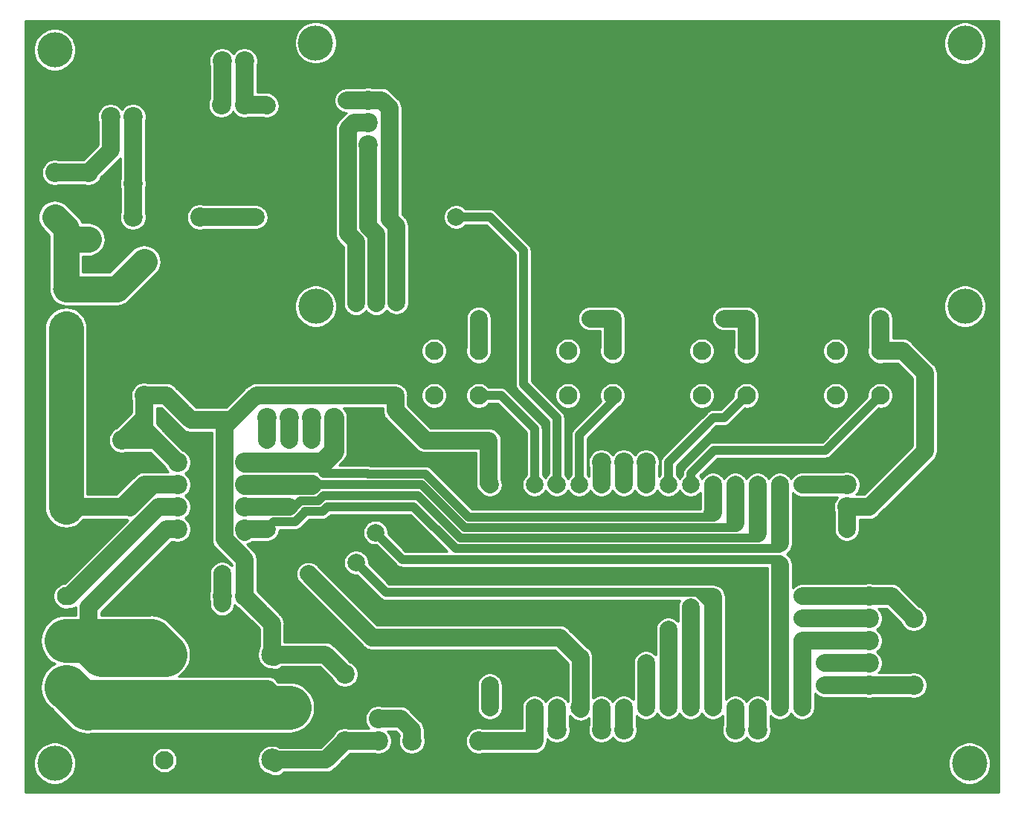
<source format=gbr>
%TF.GenerationSoftware,KiCad,Pcbnew,(5.1.6)-1*%
%TF.CreationDate,2021-12-23T19:14:42-05:00*%
%TF.ProjectId,bilgeAlarm,62696c67-6541-46c6-9172-6d2e6b696361,rev?*%
%TF.SameCoordinates,Original*%
%TF.FileFunction,Copper,L2,Bot*%
%TF.FilePolarity,Positive*%
%FSLAX46Y46*%
G04 Gerber Fmt 4.6, Leading zero omitted, Abs format (unit mm)*
G04 Created by KiCad (PCBNEW (5.1.6)-1) date 2021-12-23 19:14:42*
%MOMM*%
%LPD*%
G01*
G04 APERTURE LIST*
%TA.AperFunction,ComponentPad*%
%ADD10C,2.000000*%
%TD*%
%TA.AperFunction,ComponentPad*%
%ADD11C,2.200000*%
%TD*%
%TA.AperFunction,ComponentPad*%
%ADD12C,2.100000*%
%TD*%
%TA.AperFunction,ComponentPad*%
%ADD13C,2.500000*%
%TD*%
%TA.AperFunction,ComponentPad*%
%ADD14O,3.000000X2.000000*%
%TD*%
%TA.AperFunction,ViaPad*%
%ADD15C,4.000000*%
%TD*%
%TA.AperFunction,ViaPad*%
%ADD16C,2.000000*%
%TD*%
%TA.AperFunction,Conductor*%
%ADD17C,2.000000*%
%TD*%
%TA.AperFunction,Conductor*%
%ADD18C,5.000000*%
%TD*%
%TA.AperFunction,Conductor*%
%ADD19C,1.500000*%
%TD*%
%TA.AperFunction,Conductor*%
%ADD20C,1.000000*%
%TD*%
%TA.AperFunction,Conductor*%
%ADD21C,3.000000*%
%TD*%
%TA.AperFunction,Conductor*%
%ADD22C,2.300000*%
%TD*%
%TA.AperFunction,Conductor*%
%ADD23C,4.000000*%
%TD*%
%TA.AperFunction,Conductor*%
%ADD24C,0.254000*%
%TD*%
G04 APERTURE END LIST*
D10*
%TO.P,U1,1*%
%TO.N,+5V*%
X53340000Y35560000D03*
%TO.P,U1,2*%
%TO.N,GND*%
X55880000Y35560000D03*
%TO.P,U1,3*%
%TO.N,BUTTON1*%
X58420000Y35560000D03*
%TO.P,U1,4*%
%TO.N,ALARM*%
X60960000Y35560000D03*
%TO.P,U1,5*%
%TO.N,BUTTON2*%
X63500000Y35560000D03*
%TO.P,U1,6*%
%TO.N,Net-(J24-Pad1)*%
X66040000Y35560000D03*
%TO.P,U1,7*%
%TO.N,Net-(J25-Pad1)*%
X68580000Y35560000D03*
%TO.P,U1,8*%
%TO.N,Net-(J26-Pad1)*%
X71120000Y35560000D03*
%TO.P,U1,9*%
%TO.N,BUTTON3*%
X73660000Y35560000D03*
%TO.P,U1,10*%
%TO.N,BUTTON4*%
X76200000Y35560000D03*
%TO.P,U1,11*%
%TO.N,S_5V*%
X78740000Y35560000D03*
%TO.P,U1,12*%
%TO.N,S_12V*%
X81280000Y35560000D03*
%TO.P,U1,13*%
%TO.N,S_PIN2*%
X83820000Y35560000D03*
%TO.P,U1,14*%
%TO.N,S_POUT*%
X86360000Y35560000D03*
%TO.P,U1,15*%
%TO.N,Net-(C2-Pad2)*%
X88900000Y35560000D03*
%TO.P,U1,16*%
%TO.N,MOSI*%
X88900000Y10160000D03*
%TO.P,U1,17*%
%TO.N,SCL*%
X86360000Y10160000D03*
%TO.P,U1,18*%
%TO.N,Net-(J28-Pad1)*%
X83820000Y10160000D03*
%TO.P,U1,19*%
%TO.N,Net-(J27-Pad1)*%
X81280000Y10160000D03*
%TO.P,U1,20*%
%TO.N,SDA*%
X78740000Y10160000D03*
%TO.P,U1,21*%
%TO.N,MISO*%
X76200000Y10160000D03*
%TO.P,U1,22*%
%TO.N,SCLK*%
X73660000Y10160000D03*
%TO.P,U1,23*%
%TO.N,SD_CS*%
X71120000Y10160000D03*
%TO.P,U1,24*%
%TO.N,Net-(J23-Pad1)*%
X68580000Y10160000D03*
%TO.P,U1,25*%
%TO.N,Net-(J22-Pad1)*%
X66040000Y10160000D03*
%TO.P,U1,26*%
%TO.N,LED_DATA*%
X63500000Y10160000D03*
%TO.P,U1,27*%
%TO.N,Net-(J21-Pad1)*%
X60960000Y10160000D03*
%TO.P,U1,28*%
%TO.N,RELAY*%
X58420000Y10160000D03*
%TO.P,U1,29*%
%TO.N,GND*%
X55880000Y10160000D03*
%TO.P,U1,30*%
%TO.N,+3V3*%
X53340000Y10160000D03*
%TD*%
D11*
%TO.P,J16,1*%
%TO.N,GND*%
X20320000Y78740000D03*
%TD*%
%TO.P,C1,2*%
%TO.N,GND*%
X8890000Y40640000D03*
%TO.P,C1,1*%
%TO.N,+5V*%
X11430000Y40640000D03*
%TD*%
%TO.P,C2,1*%
%TO.N,+3V3*%
X93980000Y33020000D03*
%TO.P,C2,2*%
%TO.N,Net-(C2-Pad2)*%
X93980000Y35560000D03*
%TD*%
D12*
%TO.P,J1,1*%
%TO.N,PUMP_IN*%
X5080000Y12700000D03*
%TD*%
%TO.P,J3,1*%
%TO.N,PUMP_OUT*%
X5080000Y17780000D03*
%TD*%
%TO.P,J2,1*%
%TO.N,PUMP2_IN*%
X5080000Y22860000D03*
%TD*%
%TO.P,J4,1*%
%TO.N,RAW_12V*%
X5080000Y33020000D03*
%TD*%
%TO.P,J5,1*%
%TO.N,GND*%
X5080000Y27940000D03*
%TD*%
D11*
%TO.P,J6,1*%
%TO.N,+5V*%
X25400000Y22860000D03*
%TD*%
%TO.P,J7,1*%
%TO.N,LED_DATA*%
X22860000Y22860000D03*
%TD*%
%TO.P,J8,1*%
%TO.N,GND*%
X20320000Y22860000D03*
%TD*%
%TO.P,J9,1*%
%TO.N,+5V*%
X39470000Y79340000D03*
%TD*%
%TO.P,J10,1*%
%TO.N,SDA*%
X39470000Y76800000D03*
%TD*%
%TO.P,J11,1*%
%TO.N,SCL*%
X39470000Y74260000D03*
%TD*%
%TO.P,J12,1*%
%TO.N,GND*%
X39470000Y81890000D03*
%TD*%
%TO.P,J13,1*%
%TO.N,+12V*%
X3810000Y66040000D03*
%TD*%
%TO.P,J14,1*%
%TO.N,Net-(D1-Pad2)*%
X3810000Y71120000D03*
%TD*%
D13*
%TO.P,K1,2*%
%TO.N,+5V*%
X28530000Y16210000D03*
D12*
%TO.P,K1,3*%
%TO.N,PUMP_OUT*%
X16330000Y16210000D03*
%TO.P,K1,4*%
%TO.N,N/C*%
X16280000Y4160000D03*
D13*
%TO.P,K1,5*%
%TO.N,Net-(D2-Pad2)*%
X28530000Y4210000D03*
D12*
%TO.P,K1,1*%
%TO.N,PUMP_IN*%
X30480000Y10160000D03*
%TD*%
D11*
%TO.P,M1,1*%
%TO.N,GND*%
X22860000Y60960000D03*
%TO.P,M1,2*%
X22860000Y45720000D03*
%TO.P,M1,3*%
%TO.N,+5V*%
X13970000Y45720000D03*
%TO.P,M1,4*%
%TO.N,+12V*%
X13970000Y60960000D03*
%TD*%
%TO.P,M2,1*%
%TO.N,GND*%
X96520000Y25400000D03*
%TO.P,M2,2*%
%TO.N,MISO*%
X96520000Y22860000D03*
%TO.P,M2,3*%
%TO.N,SCLK*%
X96520000Y20320000D03*
%TO.P,M2,4*%
%TO.N,MOSI*%
X96520000Y17780000D03*
%TO.P,M2,5*%
%TO.N,SD_CS*%
X96520000Y15240000D03*
%TO.P,M2,6*%
%TO.N,+3V3*%
X96520000Y12700000D03*
%TD*%
%TO.P,R1,2*%
%TO.N,+3V3*%
X101600000Y12700000D03*
%TO.P,R1,1*%
%TO.N,MISO*%
X101600000Y20320000D03*
%TD*%
%TO.P,R3,1*%
%TO.N,PUMP_OUT*%
X17780000Y30480000D03*
%TO.P,R3,2*%
%TO.N,S_POUT*%
X25400000Y30480000D03*
%TD*%
%TO.P,R4,2*%
%TO.N,S_PIN2*%
X25400000Y33020000D03*
%TO.P,R4,1*%
%TO.N,PUMP2_IN*%
X17780000Y33020000D03*
%TD*%
%TO.P,R5,2*%
%TO.N,S_12V*%
X25400000Y35560000D03*
%TO.P,R5,1*%
%TO.N,RAW_12V*%
X17780000Y35560000D03*
%TD*%
%TO.P,R6,2*%
%TO.N,S_5V*%
X25400000Y38100000D03*
%TO.P,R6,1*%
%TO.N,+5V*%
X17780000Y38100000D03*
%TD*%
%TO.P,R8,2*%
%TO.N,GND*%
X27940000Y50800000D03*
%TO.P,R8,1*%
%TO.N,S_POUT*%
X27940000Y43180000D03*
%TD*%
%TO.P,R9,2*%
%TO.N,GND*%
X30480000Y50800000D03*
%TO.P,R9,1*%
%TO.N,S_PIN2*%
X30480000Y43180000D03*
%TD*%
%TO.P,R10,2*%
%TO.N,GND*%
X33020000Y50800000D03*
%TO.P,R10,1*%
%TO.N,S_12V*%
X33020000Y43180000D03*
%TD*%
%TO.P,R11,2*%
%TO.N,GND*%
X35560000Y50800000D03*
%TO.P,R11,1*%
%TO.N,S_5V*%
X35560000Y43180000D03*
%TD*%
%TO.P,R13,1*%
%TO.N,Net-(Q2-Pad2)*%
X44450000Y6350000D03*
%TO.P,R13,2*%
%TO.N,RELAY*%
X52070000Y6350000D03*
%TD*%
D14*
%TO.P,SW1,2*%
%TO.N,RAW_12V*%
X5080000Y53340000D03*
%TO.P,SW1,1*%
X5080000Y48840000D03*
%TO.P,SW1,3*%
%TO.N,+12V*%
X5080000Y57840000D03*
%TD*%
D12*
%TO.P,SW2,3*%
%TO.N,N/C*%
X46990000Y45720000D03*
%TO.P,SW2,4*%
X46990000Y50800000D03*
%TO.P,SW2,2*%
%TO.N,BUTTON1*%
X52070000Y45720000D03*
%TO.P,SW2,1*%
%TO.N,+3V3*%
X52070000Y50800000D03*
%TD*%
%TO.P,SW3,1*%
%TO.N,+3V3*%
X67310000Y50800000D03*
%TO.P,SW3,2*%
%TO.N,BUTTON2*%
X67310000Y45720000D03*
%TO.P,SW3,4*%
%TO.N,N/C*%
X62230000Y50800000D03*
%TO.P,SW3,3*%
X62230000Y45720000D03*
%TD*%
%TO.P,SW4,3*%
%TO.N,N/C*%
X77470000Y45720000D03*
%TO.P,SW4,4*%
X77470000Y50800000D03*
%TO.P,SW4,2*%
%TO.N,BUTTON3*%
X82550000Y45720000D03*
%TO.P,SW4,1*%
%TO.N,+3V3*%
X82550000Y50800000D03*
%TD*%
%TO.P,SW5,1*%
%TO.N,+3V3*%
X97790000Y50800000D03*
%TO.P,SW5,2*%
%TO.N,BUTTON4*%
X97790000Y45720000D03*
%TO.P,SW5,4*%
%TO.N,N/C*%
X92710000Y50800000D03*
%TO.P,SW5,3*%
X92710000Y45720000D03*
%TD*%
D11*
%TO.P,J15,1*%
%TO.N,GND*%
X20320000Y83820000D03*
%TD*%
%TO.P,J17,1*%
%TO.N,Net-(J17-Pad1)*%
X22860000Y83820000D03*
%TD*%
%TO.P,J18,1*%
%TO.N,Net-(J17-Pad1)*%
X22770001Y78829999D03*
%TD*%
%TO.P,J19,1*%
%TO.N,+5V*%
X25400000Y83820000D03*
%TD*%
%TO.P,J20,1*%
%TO.N,+5V*%
X25400000Y78829999D03*
%TD*%
%TO.P,Q2,1*%
%TO.N,Net-(D2-Pad2)*%
X40640000Y6350000D03*
%TO.P,Q2,2*%
%TO.N,Net-(Q2-Pad2)*%
X40640000Y8890000D03*
%TO.P,Q2,3*%
%TO.N,GND*%
X40640000Y11430000D03*
%TD*%
%TO.P,D2,1*%
%TO.N,+5V*%
X36830000Y13970000D03*
%TO.P,D2,2*%
%TO.N,Net-(D2-Pad2)*%
X36830000Y6350000D03*
%TD*%
%TO.P,Q1,1*%
%TO.N,Net-(Q1-Pad1)*%
X12700000Y77470000D03*
%TO.P,Q1,2*%
%TO.N,Net-(D1-Pad2)*%
X10160000Y77470000D03*
%TO.P,Q1,3*%
%TO.N,GND*%
X7620000Y77470000D03*
%TD*%
%TO.P,R2,1*%
%TO.N,ALARM*%
X20320000Y66040000D03*
%TO.P,R2,2*%
%TO.N,Net-(Q1-Pad1)*%
X12700000Y66040000D03*
%TD*%
%TO.P,R7,2*%
%TO.N,GND*%
X20320000Y69850000D03*
%TO.P,R7,1*%
%TO.N,Net-(Q1-Pad1)*%
X12700000Y69850000D03*
%TD*%
%TO.P,D1,1*%
%TO.N,+12V*%
X7620000Y63500000D03*
%TO.P,D1,2*%
%TO.N,Net-(D1-Pad2)*%
X7620000Y71120000D03*
%TD*%
%TO.P,J21,1*%
%TO.N,Net-(J21-Pad1)*%
X60960000Y7620000D03*
%TD*%
%TO.P,J22,1*%
%TO.N,Net-(J22-Pad1)*%
X66040000Y7620000D03*
%TD*%
%TO.P,J23,1*%
%TO.N,Net-(J23-Pad1)*%
X68580000Y7620000D03*
%TD*%
%TO.P,J24,1*%
%TO.N,Net-(J24-Pad1)*%
X66040000Y38100000D03*
%TD*%
%TO.P,J25,1*%
%TO.N,Net-(J25-Pad1)*%
X68580000Y38100000D03*
%TD*%
%TO.P,J26,1*%
%TO.N,Net-(J26-Pad1)*%
X71120000Y38100000D03*
%TD*%
%TO.P,J27,1*%
%TO.N,Net-(J27-Pad1)*%
X81280000Y7620000D03*
%TD*%
%TO.P,J28,1*%
%TO.N,Net-(J28-Pad1)*%
X83820000Y7620000D03*
%TD*%
D15*
%TO.N,*%
X107442000Y85852000D03*
X107950000Y3810000D03*
X33528000Y55880000D03*
X3810000Y3810000D03*
X107442000Y55880000D03*
X33500000Y85900000D03*
X3800000Y85100000D03*
D16*
%TO.N,+5V*%
X27940000Y78740000D03*
X37017400Y79340000D03*
X42700000Y56300000D03*
X42580000Y45720000D03*
%TO.N,+3V3*%
X91440000Y12700000D03*
X53340000Y12700000D03*
X93980000Y12700000D03*
X93980000Y30480000D03*
X80010000Y54483000D03*
X82550000Y54483000D03*
X67310000Y54483000D03*
X64770000Y54483000D03*
X52070000Y54483000D03*
X97790000Y54483000D03*
%TO.N,LED_DATA*%
X22860000Y25400000D03*
X32689800Y25374600D03*
%TO.N,SDA*%
X38100000Y26670000D03*
X38100000Y56200000D03*
%TO.N,SCL*%
X40400000Y56200000D03*
X40300000Y30100000D03*
%TO.N,MISO*%
X88900000Y22860000D03*
X76200000Y21590000D03*
%TO.N,SCLK*%
X88900000Y20320000D03*
X73660000Y19050000D03*
%TO.N,SD_CS*%
X91440000Y15240000D03*
X71120000Y15240000D03*
%TO.N,S_POUT*%
X27940000Y30480000D03*
X27940000Y40640000D03*
X27940000Y40640000D03*
%TO.N,S_PIN2*%
X30480000Y40640000D03*
X30480000Y33020000D03*
%TO.N,S_12V*%
X33020000Y35560000D03*
X33020000Y40640000D03*
%TO.N,ALARM*%
X26670000Y66040000D03*
X49500000Y66040000D03*
%TD*%
D17*
%TO.N,+5V*%
X13970000Y45720000D02*
X16510000Y45720000D01*
X28530000Y19730000D02*
X28530000Y16210000D01*
X13970000Y43180000D02*
X11430000Y40640000D01*
X15240000Y40640000D02*
X17780000Y38100000D01*
X11430000Y40640000D02*
X15240000Y40640000D01*
X13970000Y41910000D02*
X15240000Y40640000D01*
X13970000Y43180000D02*
X13970000Y41910000D01*
X25400000Y22860000D02*
X27305000Y20955000D01*
X27305000Y20955000D02*
X28530000Y19730000D01*
X13970000Y45720000D02*
X13970000Y44450000D01*
X13970000Y44450000D02*
X13970000Y43180000D01*
X16510000Y45720000D02*
X17145000Y45085000D01*
X18415000Y43815000D02*
X16510000Y45720000D01*
X17145000Y45085000D02*
X18415000Y43815000D01*
X25400000Y83820000D02*
X25400000Y78829999D01*
X39470000Y79340000D02*
X37017400Y79340000D01*
X37017400Y79340000D02*
X37017400Y79340000D01*
X18415000Y43815000D02*
X19304000Y42926000D01*
X19304000Y42926000D02*
X23876000Y42926000D01*
X23099999Y29351001D02*
X23099999Y42149999D01*
X23099999Y42149999D02*
X23876000Y42926000D01*
X28820020Y15919980D02*
X28530000Y16210000D01*
X25400000Y27051000D02*
X25400000Y22860000D01*
X23099999Y29351001D02*
X25400000Y27051000D01*
X27850001Y78829999D02*
X27940000Y78740000D01*
X25400000Y78829999D02*
X27850001Y78829999D01*
X41910000Y78455634D02*
X41910000Y65786000D01*
X41025634Y79340000D02*
X41910000Y78455634D01*
X41910000Y65786000D02*
X42672000Y65024000D01*
X39470000Y79340000D02*
X41025634Y79340000D01*
X34590000Y16210000D02*
X36830000Y13970000D01*
X28530000Y16210000D02*
X34590000Y16210000D01*
X42672000Y57772000D02*
X42700000Y57744000D01*
X42672000Y65024000D02*
X42672000Y57772000D01*
X42700000Y57744000D02*
X42700000Y56300000D01*
X26430001Y45480001D02*
X26557001Y45480001D01*
X23876000Y42926000D02*
X26430001Y45480001D01*
X26797000Y45720000D02*
X42580000Y45720000D01*
X26557001Y45480001D02*
X26797000Y45720000D01*
X42700000Y56300000D02*
X42700000Y56300000D01*
X42580000Y45720000D02*
X42580000Y45720000D01*
X42580000Y45720000D02*
X42580000Y44020000D01*
X42580000Y44020000D02*
X46000000Y40600000D01*
X46000000Y40600000D02*
X53200000Y40600000D01*
X53200000Y35700000D02*
X53340000Y35560000D01*
X53200000Y40600000D02*
X53200000Y35700000D01*
%TO.N,+3V3*%
X96520000Y12700000D02*
X93980000Y12700000D01*
X96520000Y12700000D02*
X101600000Y12700000D01*
X91440000Y12700000D02*
X91440000Y12700000D01*
X93980000Y12700000D02*
X91440000Y12700000D01*
X53340000Y10160000D02*
X53340000Y12700000D01*
X67310000Y54483000D02*
X64770000Y54483000D01*
X82550000Y54483000D02*
X80010000Y54483000D01*
X93980000Y33020000D02*
X96520000Y33020000D01*
X96520000Y33020000D02*
X102870000Y39370000D01*
X102870000Y39370000D02*
X102870000Y48260000D01*
X102870000Y48260000D02*
X100330000Y50800000D01*
X100330000Y50800000D02*
X97790000Y50800000D01*
X82550000Y50800000D02*
X82550000Y54483000D01*
X67310000Y50800000D02*
X67310000Y54483000D01*
X52070000Y50800000D02*
X52070000Y54483000D01*
X97790000Y50800000D02*
X97790000Y54483000D01*
X93980000Y33020000D02*
X93980000Y30480000D01*
%TO.N,Net-(C2-Pad2)*%
X88900000Y35560000D02*
X93980000Y35560000D01*
%TO.N,Net-(D1-Pad2)*%
X3810000Y71120000D02*
X7620000Y71120000D01*
X7620000Y71120000D02*
X10160000Y73660000D01*
X10160000Y73660000D02*
X10160000Y77470000D01*
%TO.N,Net-(D2-Pad2)*%
X28930000Y3810000D02*
X28530000Y4210000D01*
X34690000Y4210000D02*
X36830000Y6350000D01*
X28530000Y4210000D02*
X34690000Y4210000D01*
X36830000Y6350000D02*
X40640000Y6350000D01*
D18*
%TO.N,PUMP_IN*%
X5210495Y12471400D02*
X5090485Y12471400D01*
X7525390Y10089510D02*
X5105400Y12509500D01*
X30480000Y10160000D02*
X24130000Y10160000D01*
X19050000Y10160000D02*
X7620000Y10160000D01*
X24130000Y10160000D02*
X24130000Y10160000D01*
X30480000Y10160000D02*
X27940000Y10160000D01*
D19*
X19050000Y10160000D02*
X20320000Y11430000D01*
X20193000Y11303000D02*
X19050000Y10160000D01*
D18*
X24130000Y10160000D02*
X19050000Y10160000D01*
D17*
X28067000Y12280900D02*
X30416990Y9930910D01*
X5143500Y12280900D02*
X28003500Y12280900D01*
X5080000Y12700000D02*
X5270010Y12509990D01*
D18*
%TO.N,PUMP_OUT*%
X14760000Y17780000D02*
X16330000Y16210000D01*
D19*
X15240000Y18260000D02*
X14760000Y17780000D01*
D18*
X9190000Y16210000D02*
X7620000Y17780000D01*
X16330000Y16210000D02*
X9190000Y16210000D01*
X5080000Y17780000D02*
X7620000Y17780000D01*
X7620000Y17780000D02*
X14760000Y17780000D01*
D17*
X17780000Y30480000D02*
X16510000Y30480000D01*
X16510000Y30480000D02*
X7620000Y21590000D01*
X7620000Y21590000D02*
X7620000Y17780000D01*
%TO.N,PUMP2_IN*%
X15621000Y33020000D02*
X17780000Y33020000D01*
X5080000Y22860000D02*
X5461000Y22860000D01*
X5461000Y22860000D02*
X15621000Y33020000D01*
%TO.N,LED_DATA*%
X22860000Y22860000D02*
X22860000Y21995998D01*
X63500000Y15938718D02*
X61318728Y18119990D01*
X63662560Y10027702D02*
X63662560Y15806420D01*
X22860000Y22860000D02*
X22860000Y25400000D01*
X39944410Y18119990D02*
X61318728Y18119990D01*
X32689800Y25374600D02*
X39944410Y18119990D01*
%TO.N,SDA*%
X37169999Y76055633D02*
X37169999Y66970001D01*
X39470000Y76800000D02*
X37914366Y76800000D01*
X37914366Y76800000D02*
X37169999Y76055633D01*
X37169999Y66970001D02*
X37169999Y66335001D01*
X37169999Y66970001D02*
X37169999Y64176001D01*
X37169999Y64176001D02*
X38100000Y63246000D01*
X38100000Y63246000D02*
X38100000Y56200000D01*
X38100000Y56200000D02*
X38100000Y56200000D01*
D20*
X41479999Y23290001D02*
X38100000Y26670000D01*
X78091002Y22215000D02*
X78740000Y22215000D01*
X77190001Y23116001D02*
X78091002Y22215000D01*
X77190001Y23290001D02*
X77190001Y23116001D01*
X77190001Y23290001D02*
X41479999Y23290001D01*
D17*
X78740000Y10160000D02*
X78740000Y22215000D01*
D20*
X78709999Y23290001D02*
X77190001Y23290001D01*
D17*
X78740000Y22215000D02*
X78740000Y22765000D01*
%TO.N,SCL*%
X39470000Y74260000D02*
X39470000Y67781282D01*
X39470000Y64987283D02*
X40386000Y64071283D01*
X39470000Y67781282D02*
X39470000Y64987283D01*
D20*
X50449963Y27049963D02*
X76197052Y27049962D01*
X76197052Y27049962D02*
X84900000Y27049962D01*
X84900000Y27049962D02*
X86400000Y27049962D01*
D17*
X86360000Y10160000D02*
X86360000Y26460000D01*
D20*
X50449963Y27049963D02*
X43350037Y27049963D01*
X43350037Y27049963D02*
X40300000Y30100000D01*
D17*
X40386000Y60086000D02*
X40400000Y60072000D01*
X40386000Y64071283D02*
X40386000Y60086000D01*
X40400000Y60072000D02*
X40400000Y56200000D01*
X40400000Y56200000D02*
X40400000Y56200000D01*
D20*
X40300000Y30100000D02*
X40300000Y30100000D01*
D21*
%TO.N,+12V*%
X5080000Y57840000D02*
X10850000Y57840000D01*
X3810000Y66040000D02*
X5080000Y64770000D01*
X5080000Y64770000D02*
X5080000Y63500000D01*
X7620000Y63500000D02*
X5080000Y63500000D01*
X5080000Y63500000D02*
X5080000Y57840000D01*
X10850000Y57840000D02*
X13970000Y60960000D01*
D17*
%TO.N,MISO*%
X96520000Y22860000D02*
X88900000Y22860000D01*
X99060000Y22860000D02*
X101600000Y20320000D01*
X96520000Y22860000D02*
X99060000Y22860000D01*
X76200000Y10160000D02*
X76200000Y21590000D01*
X88900000Y22860000D02*
X88900000Y22860000D01*
X76200000Y21590000D02*
X76200000Y21590000D01*
%TO.N,SCLK*%
X96520000Y20320000D02*
X88900000Y20320000D01*
X73660000Y10160000D02*
X73660000Y19050000D01*
X88900000Y20320000D02*
X88900000Y20320000D01*
X73660000Y19050000D02*
X73660000Y19050000D01*
%TO.N,MOSI*%
X96520000Y17780000D02*
X88900000Y17780000D01*
X88900000Y15240000D02*
X88900000Y10160000D01*
X88900000Y17780000D02*
X88900000Y15240000D01*
%TO.N,SD_CS*%
X96520000Y15240000D02*
X91440000Y15240000D01*
X71120000Y10160000D02*
X71120000Y15240000D01*
X91440000Y15240000D02*
X91440000Y15240000D01*
X71120000Y15240000D02*
X71120000Y15240000D01*
%TO.N,RELAY*%
X52070000Y6350000D02*
X58420000Y6350000D01*
X58420000Y6350000D02*
X58420000Y10160000D01*
%TO.N,S_POUT*%
X25400000Y30480000D02*
X27940000Y30480000D01*
X27940000Y30480000D02*
X27940000Y30480000D01*
X27940000Y43180000D02*
X27940000Y40640000D01*
X27940000Y40640000D02*
X27940000Y40640000D01*
X27940000Y40640000D02*
X27940000Y40640000D01*
X25400000Y30480000D02*
X25400000Y30162282D01*
D20*
X27940000Y30540000D02*
X28719990Y31319990D01*
X27940000Y30480000D02*
X27940000Y30540000D01*
X31184167Y31319990D02*
X32180010Y32315833D01*
X28719990Y31319990D02*
X31184167Y31319990D01*
X32309980Y32509980D02*
X34283359Y32509980D01*
X32180010Y32315833D02*
X32180010Y32380010D01*
X32180010Y32380010D02*
X32309980Y32509980D01*
X34283359Y32509980D02*
X34823379Y33050000D01*
X34823379Y33050000D02*
X38950000Y33050000D01*
X38950000Y33050000D02*
X39350000Y33050000D01*
X44658790Y33050000D02*
X49458821Y28249971D01*
X38950000Y33050000D02*
X44658790Y33050000D01*
X49458821Y28249971D02*
X76694112Y28249972D01*
X76694112Y28249972D02*
X86288972Y28249972D01*
D17*
X86360000Y35560000D02*
X86360000Y28840000D01*
%TO.N,S_PIN2*%
X30480000Y43180000D02*
X30480000Y40640000D01*
X30480000Y40640000D02*
X30480000Y40640000D01*
X25400000Y33020000D02*
X30480000Y33020000D01*
D20*
X31120000Y33020000D02*
X31809990Y33709990D01*
X31809990Y33709990D02*
X33786299Y33709990D01*
X30480000Y33020000D02*
X31120000Y33020000D01*
X33786299Y33709990D02*
X34366309Y34290000D01*
X45115860Y34290000D02*
X49955880Y29449980D01*
X34366309Y34290000D02*
X45115860Y34290000D01*
X49955880Y29449980D02*
X76197051Y29449981D01*
X76197051Y29449981D02*
X83805981Y29449981D01*
D17*
X83820000Y35560000D02*
X83820000Y29972000D01*
D22*
%TO.N,S_12V*%
X33020000Y35560000D02*
X25400000Y35560000D01*
D17*
X33020000Y35560000D02*
X33020000Y35560000D01*
X33020000Y43180000D02*
X33020000Y40640000D01*
X33020000Y40640000D02*
X33020000Y40640000D01*
D20*
X45542930Y35560000D02*
X50452940Y30649990D01*
X50452940Y30649990D02*
X75699990Y30649990D01*
X33020000Y35560000D02*
X45542930Y35560000D01*
X75699990Y30649990D02*
X81068990Y30649990D01*
D17*
X81280000Y35560000D02*
X81280000Y31149991D01*
D22*
%TO.N,S_5V*%
X34290000Y38100000D02*
X25400000Y38100000D01*
X35560000Y43180000D02*
X35560000Y40640000D01*
X35560000Y39370000D02*
X35560000Y40640000D01*
X34290000Y38100000D02*
X35560000Y39370000D01*
D20*
X39489990Y36760010D02*
X46039990Y36760010D01*
X39420000Y36830000D02*
X39489990Y36760010D01*
X50950000Y31850000D02*
X75030000Y31850000D01*
X34366309Y36830000D02*
X39420000Y36830000D01*
X34290000Y38100000D02*
X34290000Y36906309D01*
X34290000Y36906309D02*
X34366309Y36830000D01*
X46039990Y36760010D02*
X50950000Y31850000D01*
X75030000Y31850000D02*
X78713000Y31850000D01*
D17*
X78740000Y32377000D02*
X78713000Y32350000D01*
X78740000Y35560000D02*
X78740000Y32377000D01*
D20*
%TO.N,BUTTON1*%
X58420000Y35560000D02*
X58420000Y41910000D01*
X54610000Y45720000D02*
X52070000Y45720000D01*
X58420000Y41910000D02*
X54610000Y45720000D01*
%TO.N,BUTTON2*%
X63500000Y35560000D02*
X63500000Y41200000D01*
X67310000Y45010000D02*
X67310000Y45720000D01*
X63500000Y41200000D02*
X67310000Y45010000D01*
%TO.N,BUTTON3*%
X80010000Y43180000D02*
X82550000Y45720000D01*
X78740000Y43180000D02*
X80010000Y43180000D01*
X73660000Y35560000D02*
X73660000Y38100000D01*
X73660000Y38100000D02*
X78740000Y43180000D01*
%TO.N,BUTTON4*%
X76200000Y35560000D02*
X76200000Y36830000D01*
X76200000Y36830000D02*
X78867000Y39497000D01*
X91567000Y39497000D02*
X97790000Y45720000D01*
X78867000Y39497000D02*
X91567000Y39497000D01*
D17*
%TO.N,ALARM*%
X60877559Y35642441D02*
X60960000Y35560000D01*
X20320000Y66040000D02*
X20320000Y66040000D01*
X20320000Y66040000D02*
X26670000Y66040000D01*
D20*
X53340000Y66040000D02*
X49500000Y66040000D01*
X57150000Y46990000D02*
X57150000Y62230000D01*
X60960000Y35560000D02*
X60960000Y43180000D01*
X57150000Y62230000D02*
X53340000Y66040000D01*
X60960000Y43180000D02*
X57150000Y46990000D01*
D23*
%TO.N,RAW_12V*%
X5080000Y33020000D02*
X5080000Y53340000D01*
D17*
X5709920Y32997140D02*
X12059920Y32997140D01*
X11430000Y33020000D02*
X13970000Y35560000D01*
X15049717Y35560000D02*
X13420990Y33931273D01*
X15621000Y35560000D02*
X15049717Y35560000D01*
X15621000Y35560000D02*
X17780000Y35560000D01*
X13970000Y35560000D02*
X15621000Y35560000D01*
X13420990Y33931273D02*
X12414359Y32924641D01*
%TO.N,Net-(J17-Pad1)*%
X22860000Y78919998D02*
X22770001Y78829999D01*
X22860000Y83820000D02*
X22860000Y78919998D01*
%TO.N,Net-(Q2-Pad2)*%
X40640000Y8890000D02*
X43180000Y8890000D01*
X43180000Y8890000D02*
X44450000Y7620000D01*
X44450000Y7620000D02*
X44450000Y6350000D01*
%TO.N,Net-(Q1-Pad1)*%
X12700000Y77470000D02*
X12700000Y69850000D01*
X12700000Y69850000D02*
X12700000Y66040000D01*
%TO.N,Net-(J21-Pad1)*%
X60960000Y10160000D02*
X60960000Y7620000D01*
%TO.N,Net-(J22-Pad1)*%
X66040000Y10160000D02*
X66040000Y7620000D01*
%TO.N,Net-(J23-Pad1)*%
X68580000Y10160000D02*
X68580000Y7620000D01*
%TO.N,Net-(J24-Pad1)*%
X66040000Y35560000D02*
X66040000Y38100000D01*
%TO.N,Net-(J25-Pad1)*%
X68580000Y35560000D02*
X68580000Y38100000D01*
%TO.N,Net-(J26-Pad1)*%
X71120000Y35560000D02*
X71120000Y38100000D01*
%TO.N,Net-(J27-Pad1)*%
X81280000Y10160000D02*
X81280000Y7620000D01*
%TO.N,Net-(J28-Pad1)*%
X83820000Y10160000D02*
X83820000Y7620000D01*
%TD*%
D24*
%TO.N,GND*%
G36*
X111283000Y477000D02*
G01*
X477000Y477000D01*
X477000Y4049039D01*
X1383000Y4049039D01*
X1383000Y3570961D01*
X1476268Y3102070D01*
X1659221Y2660385D01*
X1924826Y2262878D01*
X2262878Y1924826D01*
X2660385Y1659221D01*
X3102070Y1476268D01*
X3570961Y1383000D01*
X4049039Y1383000D01*
X4517930Y1476268D01*
X4959615Y1659221D01*
X5357122Y1924826D01*
X5695174Y2262878D01*
X5960779Y2660385D01*
X6143732Y3102070D01*
X6237000Y3570961D01*
X6237000Y4049039D01*
X6185993Y4305472D01*
X14803000Y4305472D01*
X14803000Y4014528D01*
X14859760Y3729175D01*
X14971099Y3460378D01*
X15132739Y3218467D01*
X15338467Y3012739D01*
X15580378Y2851099D01*
X15849175Y2739760D01*
X16134528Y2683000D01*
X16425472Y2683000D01*
X16710825Y2739760D01*
X16979622Y2851099D01*
X17221533Y3012739D01*
X17427261Y3218467D01*
X17588901Y3460378D01*
X17700240Y3729175D01*
X17757000Y4014528D01*
X17757000Y4305472D01*
X17743137Y4375170D01*
X26853000Y4375170D01*
X26853000Y4044830D01*
X26917446Y3720837D01*
X27043862Y3415643D01*
X27227389Y3140975D01*
X27460975Y2907389D01*
X27735643Y2723862D01*
X28040837Y2597446D01*
X28248717Y2556096D01*
X28381268Y2485246D01*
X28650258Y2403649D01*
X28929999Y2376097D01*
X29209741Y2403649D01*
X29478731Y2485246D01*
X29726633Y2617753D01*
X29927986Y2783000D01*
X34619912Y2783000D01*
X34690000Y2776097D01*
X34760088Y2783000D01*
X34760098Y2783000D01*
X34969741Y2803648D01*
X35238731Y2885245D01*
X35486634Y3017752D01*
X35703923Y3196077D01*
X35748609Y3250527D01*
X36547121Y4049039D01*
X105523000Y4049039D01*
X105523000Y3570961D01*
X105616268Y3102070D01*
X105799221Y2660385D01*
X106064826Y2262878D01*
X106402878Y1924826D01*
X106800385Y1659221D01*
X107242070Y1476268D01*
X107710961Y1383000D01*
X108189039Y1383000D01*
X108657930Y1476268D01*
X109099615Y1659221D01*
X109497122Y1924826D01*
X109835174Y2262878D01*
X110100779Y2660385D01*
X110283732Y3102070D01*
X110377000Y3570961D01*
X110377000Y4049039D01*
X110283732Y4517930D01*
X110100779Y4959615D01*
X109835174Y5357122D01*
X109497122Y5695174D01*
X109099615Y5960779D01*
X108657930Y6143732D01*
X108189039Y6237000D01*
X107710961Y6237000D01*
X107242070Y6143732D01*
X106800385Y5960779D01*
X106402878Y5695174D01*
X106064826Y5357122D01*
X105799221Y4959615D01*
X105616268Y4517930D01*
X105523000Y4049039D01*
X36547121Y4049039D01*
X37421083Y4923000D01*
X40094838Y4923000D01*
X40194590Y4881681D01*
X40489604Y4823000D01*
X40790396Y4823000D01*
X41085410Y4881681D01*
X41363306Y4996790D01*
X41613406Y5163901D01*
X41826099Y5376594D01*
X41993210Y5626694D01*
X42108319Y5904590D01*
X42167000Y6199604D01*
X42167000Y6500396D01*
X42108319Y6795410D01*
X41993210Y7073306D01*
X41826099Y7323406D01*
X41686505Y7463000D01*
X42588918Y7463000D01*
X43023000Y7028918D01*
X43023000Y6895162D01*
X42981681Y6795410D01*
X42923000Y6500396D01*
X42923000Y6199604D01*
X42981681Y5904590D01*
X43096790Y5626694D01*
X43263901Y5376594D01*
X43476594Y5163901D01*
X43726694Y4996790D01*
X44004590Y4881681D01*
X44299604Y4823000D01*
X44600396Y4823000D01*
X44895410Y4881681D01*
X45173306Y4996790D01*
X45423406Y5163901D01*
X45636099Y5376594D01*
X45803210Y5626694D01*
X45918319Y5904590D01*
X45977000Y6199604D01*
X45977000Y6500396D01*
X45918319Y6795410D01*
X45877000Y6895162D01*
X45877000Y7549913D01*
X45883903Y7620001D01*
X45877000Y7690089D01*
X45877000Y7690098D01*
X45856352Y7899741D01*
X45774755Y8168731D01*
X45642248Y8416634D01*
X45463922Y8633923D01*
X45409477Y8678605D01*
X44238610Y9849472D01*
X44193923Y9903923D01*
X43976634Y10082248D01*
X43728731Y10214755D01*
X43459741Y10296352D01*
X43250098Y10317000D01*
X43250088Y10317000D01*
X43180000Y10323903D01*
X43109912Y10317000D01*
X41185162Y10317000D01*
X41085410Y10358319D01*
X40790396Y10417000D01*
X40489604Y10417000D01*
X40194590Y10358319D01*
X39916694Y10243210D01*
X39666594Y10076099D01*
X39453901Y9863406D01*
X39286790Y9613306D01*
X39171681Y9335410D01*
X39113000Y9040396D01*
X39113000Y8739604D01*
X39171681Y8444590D01*
X39286790Y8166694D01*
X39453901Y7916594D01*
X39593495Y7777000D01*
X37375162Y7777000D01*
X37275410Y7818319D01*
X36980396Y7877000D01*
X36679604Y7877000D01*
X36384590Y7818319D01*
X36106694Y7703210D01*
X35856594Y7536099D01*
X35643901Y7323406D01*
X35476790Y7073306D01*
X35435471Y6973554D01*
X34098918Y5637000D01*
X29412863Y5637000D01*
X29324357Y5696138D01*
X29019163Y5822554D01*
X28695170Y5887000D01*
X28364830Y5887000D01*
X28040837Y5822554D01*
X27735643Y5696138D01*
X27460975Y5512611D01*
X27227389Y5279025D01*
X27043862Y5004357D01*
X26917446Y4699163D01*
X26853000Y4375170D01*
X17743137Y4375170D01*
X17700240Y4590825D01*
X17588901Y4859622D01*
X17427261Y5101533D01*
X17221533Y5307261D01*
X16979622Y5468901D01*
X16710825Y5580240D01*
X16425472Y5637000D01*
X16134528Y5637000D01*
X15849175Y5580240D01*
X15580378Y5468901D01*
X15338467Y5307261D01*
X15132739Y5101533D01*
X14971099Y4859622D01*
X14859760Y4590825D01*
X14803000Y4305472D01*
X6185993Y4305472D01*
X6143732Y4517930D01*
X5960779Y4959615D01*
X5695174Y5357122D01*
X5357122Y5695174D01*
X4959615Y5960779D01*
X4517930Y6143732D01*
X4049039Y6237000D01*
X3570961Y6237000D01*
X3102070Y6143732D01*
X2660385Y5960779D01*
X2262878Y5695174D01*
X1924826Y5357122D01*
X1659221Y4959615D01*
X1476268Y4517930D01*
X1383000Y4049039D01*
X477000Y4049039D01*
X477000Y17780000D01*
X2138838Y17780000D01*
X2195352Y17206208D01*
X2362721Y16654466D01*
X2634513Y16145978D01*
X3000284Y15700284D01*
X3445978Y15334513D01*
X3813701Y15137961D01*
X3471379Y14954986D01*
X3025685Y14589215D01*
X2659914Y14143521D01*
X2388121Y13635033D01*
X2380970Y13611460D01*
X2373206Y13596934D01*
X2205837Y13045192D01*
X2149323Y12471400D01*
X2205837Y11897608D01*
X2373206Y11345866D01*
X2644998Y10837378D01*
X3010769Y10391684D01*
X3418102Y10057395D01*
X5557362Y7918135D01*
X5891368Y7644024D01*
X6399856Y7372231D01*
X6951597Y7204862D01*
X7525390Y7148348D01*
X8099182Y7204862D01*
X8191940Y7233000D01*
X30623788Y7233000D01*
X31053792Y7275352D01*
X31605534Y7442721D01*
X32114022Y7714513D01*
X32559716Y8080284D01*
X32925487Y8525978D01*
X33197279Y9034466D01*
X33364648Y9586208D01*
X33421162Y10160000D01*
X33364648Y10733792D01*
X33197279Y11285534D01*
X32925487Y11794022D01*
X32559716Y12239716D01*
X32114022Y12605487D01*
X31605534Y12877279D01*
X31053792Y13044648D01*
X30623788Y13087000D01*
X29278982Y13087000D01*
X29026474Y13339508D01*
X28863634Y13473147D01*
X28615731Y13605654D01*
X28346741Y13687251D01*
X28067000Y13714803D01*
X27996912Y13707900D01*
X17858106Y13707900D01*
X17964022Y13764513D01*
X18409716Y14130284D01*
X18775487Y14575978D01*
X19047279Y15084466D01*
X19214648Y15636208D01*
X19271162Y16210000D01*
X19242147Y16504591D01*
X19214648Y16783793D01*
X19147740Y17004357D01*
X19047279Y17335534D01*
X18775487Y17844022D01*
X18409716Y18289716D01*
X18298018Y18381384D01*
X16931380Y19748023D01*
X16839716Y19859716D01*
X16394022Y20225487D01*
X15885534Y20497279D01*
X15333792Y20664648D01*
X15266832Y20671243D01*
X14760000Y20721162D01*
X14616212Y20707000D01*
X9047000Y20707000D01*
X9047000Y20998918D01*
X17101083Y29053000D01*
X17234838Y29053000D01*
X17334590Y29011681D01*
X17629604Y28953000D01*
X17930396Y28953000D01*
X18225410Y29011681D01*
X18503306Y29126790D01*
X18753406Y29293901D01*
X18966099Y29506594D01*
X19133210Y29756694D01*
X19248319Y30034590D01*
X19307000Y30329604D01*
X19307000Y30630396D01*
X19248319Y30925410D01*
X19133210Y31203306D01*
X18966099Y31453406D01*
X18753406Y31666099D01*
X18627839Y31750000D01*
X18753406Y31833901D01*
X18966099Y32046594D01*
X19133210Y32296694D01*
X19248319Y32574590D01*
X19307000Y32869604D01*
X19307000Y33170396D01*
X19248319Y33465410D01*
X19133210Y33743306D01*
X18966099Y33993406D01*
X18753406Y34206099D01*
X18627839Y34290000D01*
X18753406Y34373901D01*
X18966099Y34586594D01*
X19133210Y34836694D01*
X19248319Y35114590D01*
X19307000Y35409604D01*
X19307000Y35710396D01*
X19248319Y36005410D01*
X19133210Y36283306D01*
X18966099Y36533406D01*
X18753406Y36746099D01*
X18627839Y36830000D01*
X18753406Y36913901D01*
X18966099Y37126594D01*
X19133210Y37376694D01*
X19248319Y37654590D01*
X19307000Y37949604D01*
X19307000Y38250396D01*
X19248319Y38545410D01*
X19133210Y38823306D01*
X18966099Y39073406D01*
X18753406Y39286099D01*
X18503306Y39453210D01*
X18403552Y39494530D01*
X16298607Y41599475D01*
X16253923Y41653923D01*
X16199472Y41698610D01*
X15397000Y42501082D01*
X15397000Y43109911D01*
X15403903Y43179999D01*
X15397000Y43250087D01*
X15397000Y44293000D01*
X15918918Y44293000D01*
X17455525Y42756392D01*
X17455531Y42756387D01*
X18245390Y41966528D01*
X18290077Y41912077D01*
X18507366Y41733752D01*
X18755269Y41601245D01*
X18942661Y41544400D01*
X19024258Y41519648D01*
X19048474Y41517263D01*
X19233902Y41499000D01*
X19233910Y41499000D01*
X19304000Y41492097D01*
X19374090Y41499000D01*
X21673000Y41499000D01*
X21672999Y29421089D01*
X21666096Y29351001D01*
X21672999Y29280913D01*
X21672999Y29280904D01*
X21693647Y29071261D01*
X21775244Y28802271D01*
X21907751Y28554368D01*
X21907752Y28554367D01*
X22041391Y28391527D01*
X22041394Y28391524D01*
X22086076Y28337079D01*
X22140522Y28292396D01*
X23973000Y26459917D01*
X23973000Y26302811D01*
X23968424Y26309660D01*
X23918600Y26359484D01*
X23873923Y26413923D01*
X23819484Y26458600D01*
X23769660Y26508424D01*
X23711077Y26547568D01*
X23656634Y26592248D01*
X23594515Y26625451D01*
X23535938Y26664591D01*
X23470851Y26691551D01*
X23408731Y26724755D01*
X23341332Y26745200D01*
X23276241Y26772162D01*
X23207140Y26785907D01*
X23139741Y26806352D01*
X23069645Y26813256D01*
X23000547Y26827000D01*
X22930098Y26827000D01*
X22860000Y26833904D01*
X22789903Y26827000D01*
X22719453Y26827000D01*
X22650355Y26813256D01*
X22580260Y26806352D01*
X22512863Y26785907D01*
X22443759Y26772162D01*
X22378666Y26745199D01*
X22311270Y26724755D01*
X22249154Y26691553D01*
X22184062Y26664591D01*
X22125481Y26625448D01*
X22063367Y26592248D01*
X22008928Y26547571D01*
X21950340Y26508424D01*
X21900512Y26458596D01*
X21846078Y26413923D01*
X21801405Y26359489D01*
X21751576Y26309660D01*
X21712428Y26251070D01*
X21667753Y26196634D01*
X21634554Y26134523D01*
X21595409Y26075938D01*
X21568445Y26010843D01*
X21535246Y25948731D01*
X21514803Y25881341D01*
X21487838Y25816241D01*
X21474091Y25747130D01*
X21453649Y25679741D01*
X21446746Y25609654D01*
X21433000Y25540547D01*
X21433000Y25259453D01*
X21433001Y25259448D01*
X21433000Y23405163D01*
X21391681Y23305410D01*
X21333000Y23010396D01*
X21333000Y22709604D01*
X21391681Y22414590D01*
X21433000Y22314838D01*
X21433000Y21925900D01*
X21453648Y21716257D01*
X21535245Y21447267D01*
X21667752Y21199364D01*
X21846078Y20982075D01*
X22063367Y20803750D01*
X22311270Y20671243D01*
X22580260Y20589646D01*
X22860000Y20562094D01*
X23139741Y20589646D01*
X23408731Y20671243D01*
X23656634Y20803750D01*
X23873923Y20982075D01*
X24052248Y21199364D01*
X24184755Y21447267D01*
X24266352Y21716257D01*
X24276922Y21823573D01*
X24426594Y21673901D01*
X24676694Y21506790D01*
X24776447Y21465471D01*
X26345525Y19896392D01*
X26345530Y19896388D01*
X27103000Y19138917D01*
X27103001Y17092865D01*
X27043862Y17004357D01*
X26917446Y16699163D01*
X26853000Y16375170D01*
X26853000Y16044830D01*
X26917446Y15720837D01*
X27043862Y15415643D01*
X27227389Y15140975D01*
X27460975Y14907389D01*
X27735643Y14723862D01*
X28040837Y14597446D01*
X28364830Y14533000D01*
X28476420Y14533000D01*
X28540278Y14513629D01*
X28820019Y14486077D01*
X29099761Y14513629D01*
X29368751Y14595226D01*
X29616654Y14727733D01*
X29683997Y14783000D01*
X33998918Y14783000D01*
X35435470Y13346448D01*
X35476790Y13246694D01*
X35643901Y12996594D01*
X35856594Y12783901D01*
X36106694Y12616790D01*
X36384590Y12501681D01*
X36679604Y12443000D01*
X36980396Y12443000D01*
X37275410Y12501681D01*
X37553306Y12616790D01*
X37803406Y12783901D01*
X37860052Y12840547D01*
X51913000Y12840547D01*
X51913000Y12559453D01*
X51913001Y12559448D01*
X51913000Y10300547D01*
X51913000Y10019453D01*
X51926744Y9950355D01*
X51933648Y9880260D01*
X51954093Y9812863D01*
X51967838Y9743759D01*
X51994801Y9678666D01*
X52015245Y9611270D01*
X52048447Y9549154D01*
X52075409Y9484062D01*
X52114552Y9425481D01*
X52147752Y9363367D01*
X52192429Y9308928D01*
X52231576Y9250340D01*
X52281404Y9200512D01*
X52326077Y9146078D01*
X52380512Y9101404D01*
X52430340Y9051576D01*
X52488925Y9012431D01*
X52543366Y8967752D01*
X52605485Y8934549D01*
X52664062Y8895409D01*
X52729149Y8868449D01*
X52791269Y8835245D01*
X52858668Y8814800D01*
X52923759Y8787838D01*
X52992860Y8774093D01*
X53060259Y8753648D01*
X53130355Y8746744D01*
X53199453Y8733000D01*
X53269902Y8733000D01*
X53340000Y8726096D01*
X53410097Y8733000D01*
X53480547Y8733000D01*
X53549645Y8746744D01*
X53619740Y8753648D01*
X53687137Y8774093D01*
X53756241Y8787838D01*
X53821334Y8814801D01*
X53888730Y8835245D01*
X53950846Y8868447D01*
X54015938Y8895409D01*
X54074519Y8934552D01*
X54136633Y8967752D01*
X54191072Y9012429D01*
X54249660Y9051576D01*
X54299488Y9101404D01*
X54353922Y9146077D01*
X54398596Y9200512D01*
X54448424Y9250340D01*
X54487569Y9308925D01*
X54532248Y9363366D01*
X54565451Y9425485D01*
X54604591Y9484062D01*
X54631551Y9549149D01*
X54664755Y9611269D01*
X54685200Y9678668D01*
X54712162Y9743759D01*
X54725907Y9812860D01*
X54746352Y9880259D01*
X54753256Y9950356D01*
X54767000Y10019453D01*
X54767000Y12840547D01*
X54753256Y12909644D01*
X54746352Y12979741D01*
X54725907Y13047140D01*
X54712162Y13116241D01*
X54685200Y13181332D01*
X54664755Y13248731D01*
X54631551Y13310851D01*
X54604591Y13375938D01*
X54565451Y13434515D01*
X54532248Y13496634D01*
X54487568Y13551077D01*
X54448424Y13609660D01*
X54398600Y13659484D01*
X54353923Y13713923D01*
X54299484Y13758600D01*
X54249660Y13808424D01*
X54191077Y13847568D01*
X54136634Y13892248D01*
X54074515Y13925451D01*
X54015938Y13964591D01*
X53950851Y13991551D01*
X53888731Y14024755D01*
X53821332Y14045200D01*
X53756241Y14072162D01*
X53687140Y14085907D01*
X53619741Y14106352D01*
X53549645Y14113256D01*
X53480547Y14127000D01*
X53410098Y14127000D01*
X53340000Y14133904D01*
X53269903Y14127000D01*
X53199453Y14127000D01*
X53130355Y14113256D01*
X53060260Y14106352D01*
X52992863Y14085907D01*
X52923759Y14072162D01*
X52858666Y14045199D01*
X52791270Y14024755D01*
X52729154Y13991553D01*
X52664062Y13964591D01*
X52605481Y13925448D01*
X52543367Y13892248D01*
X52488928Y13847571D01*
X52430340Y13808424D01*
X52380512Y13758596D01*
X52326078Y13713923D01*
X52281405Y13659489D01*
X52231576Y13609660D01*
X52192428Y13551070D01*
X52147753Y13496634D01*
X52114554Y13434523D01*
X52075409Y13375938D01*
X52048445Y13310843D01*
X52015246Y13248731D01*
X51994803Y13181341D01*
X51967838Y13116241D01*
X51954091Y13047130D01*
X51933649Y12979741D01*
X51926746Y12909654D01*
X51913000Y12840547D01*
X37860052Y12840547D01*
X38016099Y12996594D01*
X38183210Y13246694D01*
X38298319Y13524590D01*
X38357000Y13819604D01*
X38357000Y14120396D01*
X38298319Y14415410D01*
X38183210Y14693306D01*
X38016099Y14943406D01*
X37803406Y15156099D01*
X37553306Y15323210D01*
X37453552Y15364530D01*
X35648610Y17169472D01*
X35603923Y17223923D01*
X35386634Y17402248D01*
X35138731Y17534755D01*
X34869741Y17616352D01*
X34660098Y17637000D01*
X34660088Y17637000D01*
X34590000Y17643903D01*
X34519912Y17637000D01*
X29957000Y17637000D01*
X29957000Y19659910D01*
X29963903Y19730000D01*
X29957000Y19800090D01*
X29957000Y19800098D01*
X29936352Y20009741D01*
X29927095Y20040259D01*
X29911600Y20091339D01*
X29854755Y20278731D01*
X29791136Y20397753D01*
X29722248Y20526635D01*
X29588608Y20689475D01*
X29588601Y20689482D01*
X29543922Y20743923D01*
X29489482Y20788601D01*
X28363612Y21914470D01*
X28363608Y21914475D01*
X26827000Y23451082D01*
X26827000Y26980910D01*
X26833903Y27051000D01*
X26827000Y27121090D01*
X26827000Y27121098D01*
X26806352Y27330741D01*
X26804641Y27336384D01*
X26750383Y27515245D01*
X26724755Y27599731D01*
X26604634Y27824462D01*
X26592248Y27847635D01*
X26458608Y28010475D01*
X26458601Y28010482D01*
X26413922Y28064923D01*
X26359482Y28109601D01*
X25705376Y28763706D01*
X25948731Y28837527D01*
X26196634Y28970034D01*
X26297728Y29053000D01*
X28080547Y29053000D01*
X28149644Y29066744D01*
X28219741Y29073648D01*
X28287140Y29094093D01*
X28356241Y29107838D01*
X28421332Y29134800D01*
X28488731Y29155245D01*
X28550851Y29188449D01*
X28615938Y29215409D01*
X28674515Y29254549D01*
X28736634Y29287752D01*
X28791077Y29332432D01*
X28849660Y29371576D01*
X28899484Y29421400D01*
X28953923Y29466077D01*
X28998600Y29520516D01*
X29048424Y29570340D01*
X29087568Y29628923D01*
X29132248Y29683366D01*
X29165451Y29745485D01*
X29204591Y29804062D01*
X29231551Y29869149D01*
X29264755Y29931269D01*
X29285200Y29998668D01*
X29312162Y30063759D01*
X29325907Y30132860D01*
X29346352Y30200259D01*
X29353256Y30270355D01*
X29367000Y30339453D01*
X29367000Y30392990D01*
X31138640Y30392990D01*
X31184167Y30388506D01*
X31229694Y30392990D01*
X31229705Y30392990D01*
X31365891Y30406403D01*
X31540631Y30459410D01*
X31701672Y30545489D01*
X31842826Y30661331D01*
X31871855Y30696703D01*
X32758133Y31582980D01*
X34237832Y31582980D01*
X34283359Y31578496D01*
X34328886Y31582980D01*
X34328897Y31582980D01*
X34465083Y31596393D01*
X34639823Y31649400D01*
X34800864Y31735479D01*
X34942018Y31851321D01*
X34971047Y31886693D01*
X35207354Y32123000D01*
X44274815Y32123000D01*
X48420853Y27976963D01*
X43734013Y27976963D01*
X41727000Y29983975D01*
X41727000Y30240547D01*
X41672162Y30516241D01*
X41564591Y30775938D01*
X41408424Y31009660D01*
X41209660Y31208424D01*
X40975938Y31364591D01*
X40716241Y31472162D01*
X40440547Y31527000D01*
X40159453Y31527000D01*
X39883759Y31472162D01*
X39624062Y31364591D01*
X39390340Y31208424D01*
X39191576Y31009660D01*
X39035409Y30775938D01*
X38927838Y30516241D01*
X38873000Y30240547D01*
X38873000Y29959453D01*
X38927838Y29683759D01*
X39035409Y29424062D01*
X39191576Y29190340D01*
X39390340Y28991576D01*
X39624062Y28835409D01*
X39883759Y28727838D01*
X40159453Y28673000D01*
X40416025Y28673000D01*
X42662353Y26426671D01*
X42691378Y26391304D01*
X42726745Y26362279D01*
X42726749Y26362275D01*
X42832531Y26275461D01*
X42980007Y26196634D01*
X42993573Y26189383D01*
X43168313Y26136376D01*
X43304499Y26122963D01*
X43304510Y26122963D01*
X43350037Y26118479D01*
X43395564Y26122963D01*
X50495501Y26122963D01*
X50495511Y26122964D01*
X76151514Y26122962D01*
X84933001Y26122962D01*
X84933000Y11062811D01*
X84928424Y11069660D01*
X84878596Y11119488D01*
X84833922Y11173923D01*
X84779488Y11218596D01*
X84729660Y11268424D01*
X84671072Y11307571D01*
X84616633Y11352248D01*
X84554519Y11385448D01*
X84495938Y11424591D01*
X84430846Y11451553D01*
X84368730Y11484755D01*
X84301334Y11505199D01*
X84236241Y11532162D01*
X84167137Y11545907D01*
X84099740Y11566352D01*
X84029645Y11573256D01*
X83960547Y11587000D01*
X83890097Y11587000D01*
X83820000Y11593904D01*
X83749902Y11587000D01*
X83679453Y11587000D01*
X83610355Y11573256D01*
X83540259Y11566352D01*
X83472860Y11545907D01*
X83403759Y11532162D01*
X83338668Y11505200D01*
X83271269Y11484755D01*
X83209149Y11451551D01*
X83144062Y11424591D01*
X83085485Y11385451D01*
X83023366Y11352248D01*
X82968925Y11307569D01*
X82910340Y11268424D01*
X82860512Y11218596D01*
X82806077Y11173922D01*
X82761404Y11119488D01*
X82711576Y11069660D01*
X82672429Y11011072D01*
X82627752Y10956633D01*
X82594552Y10894519D01*
X82555409Y10835938D01*
X82550000Y10822880D01*
X82544591Y10835938D01*
X82505451Y10894515D01*
X82472248Y10956634D01*
X82427569Y11011075D01*
X82388424Y11069660D01*
X82338596Y11119488D01*
X82293922Y11173923D01*
X82239488Y11218596D01*
X82189660Y11268424D01*
X82131072Y11307571D01*
X82076633Y11352248D01*
X82014519Y11385448D01*
X81955938Y11424591D01*
X81890846Y11451553D01*
X81828730Y11484755D01*
X81761334Y11505199D01*
X81696241Y11532162D01*
X81627137Y11545907D01*
X81559740Y11566352D01*
X81489645Y11573256D01*
X81420547Y11587000D01*
X81350097Y11587000D01*
X81280000Y11593904D01*
X81209902Y11587000D01*
X81139453Y11587000D01*
X81070355Y11573256D01*
X81000259Y11566352D01*
X80932860Y11545907D01*
X80863759Y11532162D01*
X80798668Y11505200D01*
X80731269Y11484755D01*
X80669149Y11451551D01*
X80604062Y11424591D01*
X80545485Y11385451D01*
X80483366Y11352248D01*
X80428925Y11307569D01*
X80370340Y11268424D01*
X80320512Y11218596D01*
X80266077Y11173922D01*
X80221404Y11119488D01*
X80171576Y11069660D01*
X80167000Y11062811D01*
X80167000Y22835097D01*
X80146352Y23044740D01*
X80064755Y23313731D01*
X79932248Y23561634D01*
X79753923Y23778923D01*
X79536634Y23957248D01*
X79288731Y24089755D01*
X79019741Y24171352D01*
X78987533Y24174524D01*
X78891723Y24203588D01*
X78755537Y24217001D01*
X77235538Y24217001D01*
X77190001Y24221486D01*
X77144463Y24217001D01*
X41863975Y24217001D01*
X39527000Y26553975D01*
X39527000Y26810547D01*
X39472162Y27086241D01*
X39364591Y27345938D01*
X39208424Y27579660D01*
X39009660Y27778424D01*
X38775938Y27934591D01*
X38516241Y28042162D01*
X38240547Y28097000D01*
X37959453Y28097000D01*
X37683759Y28042162D01*
X37424062Y27934591D01*
X37190340Y27778424D01*
X36991576Y27579660D01*
X36835409Y27345938D01*
X36727838Y27086241D01*
X36673000Y26810547D01*
X36673000Y26529453D01*
X36727838Y26253759D01*
X36835409Y25994062D01*
X36991576Y25760340D01*
X37190340Y25561576D01*
X37424062Y25405409D01*
X37683759Y25297838D01*
X37959453Y25243000D01*
X38216025Y25243000D01*
X40792315Y22666709D01*
X40821340Y22631342D01*
X40856707Y22602317D01*
X40856710Y22602314D01*
X40962493Y22515500D01*
X41005123Y22492714D01*
X41123535Y22429421D01*
X41298275Y22376414D01*
X41434461Y22363001D01*
X41434473Y22363001D01*
X41479998Y22358517D01*
X41525523Y22363001D01*
X74995120Y22363001D01*
X74974549Y22324515D01*
X74935409Y22265938D01*
X74908449Y22200851D01*
X74875245Y22138731D01*
X74854800Y22071332D01*
X74827838Y22006241D01*
X74814093Y21937140D01*
X74793648Y21869741D01*
X74786744Y21799645D01*
X74773000Y21730547D01*
X74773000Y21660098D01*
X74766096Y21590000D01*
X74773000Y21519902D01*
X74773000Y21449453D01*
X74773001Y21449448D01*
X74773001Y19952810D01*
X74768424Y19959660D01*
X74718600Y20009484D01*
X74673923Y20063923D01*
X74619484Y20108600D01*
X74569660Y20158424D01*
X74511077Y20197568D01*
X74456634Y20242248D01*
X74394515Y20275451D01*
X74335938Y20314591D01*
X74270851Y20341551D01*
X74208731Y20374755D01*
X74141332Y20395200D01*
X74076241Y20422162D01*
X74007140Y20435907D01*
X73939741Y20456352D01*
X73897148Y20460547D01*
X73869644Y20463256D01*
X73800547Y20477000D01*
X73730098Y20477000D01*
X73660000Y20483904D01*
X73589903Y20477000D01*
X73519453Y20477000D01*
X73450356Y20463256D01*
X73380259Y20456352D01*
X73312860Y20435907D01*
X73243759Y20422162D01*
X73178668Y20395200D01*
X73111269Y20374755D01*
X73049149Y20341551D01*
X72984062Y20314591D01*
X72925485Y20275451D01*
X72863366Y20242248D01*
X72808923Y20197568D01*
X72750340Y20158424D01*
X72700516Y20108600D01*
X72646077Y20063923D01*
X72601400Y20009484D01*
X72551576Y19959660D01*
X72512432Y19901077D01*
X72467752Y19846634D01*
X72434549Y19784515D01*
X72395409Y19725938D01*
X72368449Y19660851D01*
X72335245Y19598731D01*
X72314800Y19531332D01*
X72287838Y19466241D01*
X72274093Y19397140D01*
X72253648Y19329741D01*
X72246744Y19259645D01*
X72233000Y19190547D01*
X72233000Y19120098D01*
X72226096Y19050000D01*
X72233000Y18979902D01*
X72233000Y18909453D01*
X72233001Y18909448D01*
X72233001Y16142810D01*
X72228424Y16149660D01*
X72178600Y16199484D01*
X72133923Y16253923D01*
X72079484Y16298600D01*
X72029660Y16348424D01*
X71971077Y16387568D01*
X71916634Y16432248D01*
X71854515Y16465451D01*
X71795938Y16504591D01*
X71730851Y16531551D01*
X71668731Y16564755D01*
X71601332Y16585200D01*
X71536241Y16612162D01*
X71467140Y16625907D01*
X71399741Y16646352D01*
X71329644Y16653256D01*
X71260547Y16667000D01*
X71190098Y16667000D01*
X71120000Y16673904D01*
X71049903Y16667000D01*
X70979453Y16667000D01*
X70910356Y16653256D01*
X70840259Y16646352D01*
X70772860Y16625907D01*
X70703759Y16612162D01*
X70638668Y16585200D01*
X70571269Y16564755D01*
X70509149Y16531551D01*
X70444062Y16504591D01*
X70385485Y16465451D01*
X70323366Y16432248D01*
X70268923Y16387568D01*
X70210340Y16348424D01*
X70160516Y16298600D01*
X70106077Y16253923D01*
X70061400Y16199484D01*
X70011576Y16149660D01*
X69972432Y16091077D01*
X69927752Y16036634D01*
X69894549Y15974515D01*
X69855409Y15915938D01*
X69828449Y15850851D01*
X69795245Y15788731D01*
X69774800Y15721332D01*
X69747838Y15656241D01*
X69734093Y15587140D01*
X69713648Y15519741D01*
X69706744Y15449645D01*
X69693000Y15380547D01*
X69693000Y15310098D01*
X69686096Y15240000D01*
X69693000Y15169902D01*
X69693000Y15099453D01*
X69693001Y15099448D01*
X69693000Y11062811D01*
X69688424Y11069660D01*
X69638596Y11119488D01*
X69593922Y11173923D01*
X69539488Y11218596D01*
X69489660Y11268424D01*
X69431072Y11307571D01*
X69376633Y11352248D01*
X69314519Y11385448D01*
X69255938Y11424591D01*
X69190846Y11451553D01*
X69128730Y11484755D01*
X69061334Y11505199D01*
X68996241Y11532162D01*
X68927137Y11545907D01*
X68859740Y11566352D01*
X68789645Y11573256D01*
X68720547Y11587000D01*
X68650097Y11587000D01*
X68580000Y11593904D01*
X68509902Y11587000D01*
X68439453Y11587000D01*
X68370355Y11573256D01*
X68300259Y11566352D01*
X68232860Y11545907D01*
X68163759Y11532162D01*
X68098668Y11505200D01*
X68031269Y11484755D01*
X67969149Y11451551D01*
X67904062Y11424591D01*
X67845485Y11385451D01*
X67783366Y11352248D01*
X67728925Y11307569D01*
X67670340Y11268424D01*
X67620512Y11218596D01*
X67566077Y11173922D01*
X67521404Y11119488D01*
X67471576Y11069660D01*
X67432429Y11011072D01*
X67387752Y10956633D01*
X67354552Y10894519D01*
X67315409Y10835938D01*
X67310000Y10822880D01*
X67304591Y10835938D01*
X67265451Y10894515D01*
X67232248Y10956634D01*
X67187569Y11011075D01*
X67148424Y11069660D01*
X67098596Y11119488D01*
X67053922Y11173923D01*
X66999488Y11218596D01*
X66949660Y11268424D01*
X66891072Y11307571D01*
X66836633Y11352248D01*
X66774519Y11385448D01*
X66715938Y11424591D01*
X66650846Y11451553D01*
X66588730Y11484755D01*
X66521334Y11505199D01*
X66456241Y11532162D01*
X66387137Y11545907D01*
X66319740Y11566352D01*
X66249645Y11573256D01*
X66180547Y11587000D01*
X66110097Y11587000D01*
X66040000Y11593904D01*
X65969902Y11587000D01*
X65899453Y11587000D01*
X65830355Y11573256D01*
X65760259Y11566352D01*
X65692860Y11545907D01*
X65623759Y11532162D01*
X65558668Y11505200D01*
X65491269Y11484755D01*
X65429149Y11451551D01*
X65364062Y11424591D01*
X65305485Y11385451D01*
X65243366Y11352248D01*
X65188925Y11307569D01*
X65130340Y11268424D01*
X65089560Y11227644D01*
X65089560Y15876518D01*
X65068912Y16086161D01*
X64987315Y16355151D01*
X64854808Y16603054D01*
X64676483Y16820343D01*
X64459194Y16998668D01*
X64456913Y16999887D01*
X62377335Y19079465D01*
X62332651Y19133913D01*
X62115362Y19312238D01*
X61867459Y19444745D01*
X61598469Y19526342D01*
X61388826Y19546990D01*
X61388816Y19546990D01*
X61318728Y19553893D01*
X61248640Y19546990D01*
X40535493Y19546990D01*
X33798228Y26284254D01*
X33798224Y26284260D01*
X33599460Y26483024D01*
X33540872Y26522171D01*
X33486434Y26566847D01*
X33424323Y26600046D01*
X33365738Y26639191D01*
X33300643Y26666155D01*
X33238531Y26699354D01*
X33171141Y26719797D01*
X33106041Y26746762D01*
X33036930Y26760509D01*
X32969541Y26780951D01*
X32899455Y26787854D01*
X32830347Y26801600D01*
X32759888Y26801600D01*
X32689800Y26808503D01*
X32619712Y26801600D01*
X32549253Y26801600D01*
X32480145Y26787854D01*
X32410059Y26780951D01*
X32342670Y26760509D01*
X32273559Y26746762D01*
X32208459Y26719797D01*
X32141069Y26699354D01*
X32078957Y26666155D01*
X32013862Y26639191D01*
X31955277Y26600046D01*
X31893166Y26566847D01*
X31838728Y26522171D01*
X31780140Y26483024D01*
X31730315Y26433199D01*
X31675877Y26388523D01*
X31631201Y26334085D01*
X31581376Y26284260D01*
X31542229Y26225672D01*
X31497553Y26171234D01*
X31464354Y26109123D01*
X31425209Y26050538D01*
X31398245Y25985443D01*
X31365046Y25923331D01*
X31344603Y25855941D01*
X31317638Y25790841D01*
X31303891Y25721730D01*
X31283449Y25654341D01*
X31276546Y25584255D01*
X31262800Y25515147D01*
X31262800Y25444688D01*
X31255897Y25374600D01*
X31262800Y25304512D01*
X31262800Y25234053D01*
X31276546Y25164945D01*
X31283449Y25094859D01*
X31303891Y25027470D01*
X31317638Y24958359D01*
X31344603Y24893259D01*
X31365046Y24825869D01*
X31398245Y24763757D01*
X31425209Y24698662D01*
X31464354Y24640077D01*
X31497553Y24577966D01*
X31542229Y24523528D01*
X31581376Y24464940D01*
X31780140Y24266176D01*
X31780146Y24266172D01*
X38885805Y17160512D01*
X38930487Y17106067D01*
X38984932Y17061385D01*
X38984935Y17061382D01*
X39079998Y16983366D01*
X39147776Y16927742D01*
X39395679Y16795235D01*
X39583071Y16738390D01*
X39664668Y16713638D01*
X39688884Y16711253D01*
X39874312Y16692990D01*
X39874320Y16692990D01*
X39944410Y16686087D01*
X40014500Y16692990D01*
X60727646Y16692990D01*
X62235561Y15185075D01*
X62235560Y10836164D01*
X62235409Y10835938D01*
X62230000Y10822880D01*
X62224591Y10835938D01*
X62185451Y10894515D01*
X62152248Y10956634D01*
X62107569Y11011075D01*
X62068424Y11069660D01*
X62018596Y11119488D01*
X61973922Y11173923D01*
X61919488Y11218596D01*
X61869660Y11268424D01*
X61811072Y11307571D01*
X61756633Y11352248D01*
X61694519Y11385448D01*
X61635938Y11424591D01*
X61570846Y11451553D01*
X61508730Y11484755D01*
X61441334Y11505199D01*
X61376241Y11532162D01*
X61307137Y11545907D01*
X61239740Y11566352D01*
X61169645Y11573256D01*
X61100547Y11587000D01*
X61030097Y11587000D01*
X60960000Y11593904D01*
X60889902Y11587000D01*
X60819453Y11587000D01*
X60750355Y11573256D01*
X60680259Y11566352D01*
X60612860Y11545907D01*
X60543759Y11532162D01*
X60478668Y11505200D01*
X60411269Y11484755D01*
X60349149Y11451551D01*
X60284062Y11424591D01*
X60225485Y11385451D01*
X60163366Y11352248D01*
X60108925Y11307569D01*
X60050340Y11268424D01*
X60000512Y11218596D01*
X59946077Y11173922D01*
X59901404Y11119488D01*
X59851576Y11069660D01*
X59812429Y11011072D01*
X59767752Y10956633D01*
X59734552Y10894519D01*
X59695409Y10835938D01*
X59690000Y10822880D01*
X59684591Y10835938D01*
X59645451Y10894515D01*
X59612248Y10956634D01*
X59567568Y11011077D01*
X59528424Y11069660D01*
X59478600Y11119484D01*
X59433923Y11173923D01*
X59379484Y11218600D01*
X59329660Y11268424D01*
X59271077Y11307568D01*
X59216634Y11352248D01*
X59154515Y11385451D01*
X59095938Y11424591D01*
X59030851Y11451551D01*
X58968731Y11484755D01*
X58901332Y11505200D01*
X58836241Y11532162D01*
X58767140Y11545907D01*
X58699741Y11566352D01*
X58629645Y11573256D01*
X58560547Y11587000D01*
X58490098Y11587000D01*
X58420000Y11593904D01*
X58349903Y11587000D01*
X58279453Y11587000D01*
X58210355Y11573256D01*
X58140260Y11566352D01*
X58072863Y11545907D01*
X58003759Y11532162D01*
X57938666Y11505199D01*
X57871270Y11484755D01*
X57809154Y11451553D01*
X57744062Y11424591D01*
X57685481Y11385448D01*
X57623367Y11352248D01*
X57568928Y11307571D01*
X57510340Y11268424D01*
X57460512Y11218596D01*
X57406078Y11173923D01*
X57361405Y11119489D01*
X57311576Y11069660D01*
X57272428Y11011070D01*
X57227753Y10956634D01*
X57194554Y10894523D01*
X57155409Y10835938D01*
X57128445Y10770843D01*
X57095246Y10708731D01*
X57074803Y10641341D01*
X57047838Y10576241D01*
X57034091Y10507130D01*
X57013649Y10439741D01*
X57006746Y10369654D01*
X56993000Y10300547D01*
X56993000Y10019453D01*
X56993001Y10019448D01*
X56993000Y7777000D01*
X52615162Y7777000D01*
X52515410Y7818319D01*
X52220396Y7877000D01*
X51919604Y7877000D01*
X51624590Y7818319D01*
X51346694Y7703210D01*
X51096594Y7536099D01*
X50883901Y7323406D01*
X50716790Y7073306D01*
X50601681Y6795410D01*
X50543000Y6500396D01*
X50543000Y6199604D01*
X50601681Y5904590D01*
X50716790Y5626694D01*
X50883901Y5376594D01*
X51096594Y5163901D01*
X51346694Y4996790D01*
X51624590Y4881681D01*
X51919604Y4823000D01*
X52220396Y4823000D01*
X52515410Y4881681D01*
X52615162Y4923000D01*
X58349902Y4923000D01*
X58420000Y4916096D01*
X58490097Y4923000D01*
X58490098Y4923000D01*
X58699741Y4943648D01*
X58968731Y5025245D01*
X59216634Y5157752D01*
X59433923Y5336077D01*
X59612248Y5553366D01*
X59744755Y5801269D01*
X59826352Y6070259D01*
X59853904Y6350000D01*
X59847000Y6420098D01*
X59847000Y6573495D01*
X59986594Y6433901D01*
X60236694Y6266790D01*
X60514590Y6151681D01*
X60809604Y6093000D01*
X61110396Y6093000D01*
X61405410Y6151681D01*
X61683306Y6266790D01*
X61933406Y6433901D01*
X62146099Y6646594D01*
X62313210Y6896694D01*
X62428319Y7174590D01*
X62487000Y7469604D01*
X62487000Y7770396D01*
X62428319Y8065410D01*
X62387000Y8165162D01*
X62387000Y9257189D01*
X62391576Y9250340D01*
X62590340Y9051576D01*
X62656220Y9007556D01*
X62865926Y8835454D01*
X63113829Y8702947D01*
X63382819Y8621350D01*
X63662560Y8593798D01*
X63942300Y8621350D01*
X64211290Y8702947D01*
X64459193Y8835454D01*
X64613000Y8961681D01*
X64613001Y8165164D01*
X64571681Y8065410D01*
X64513000Y7770396D01*
X64513000Y7469604D01*
X64571681Y7174590D01*
X64686790Y6896694D01*
X64853901Y6646594D01*
X65066594Y6433901D01*
X65316694Y6266790D01*
X65594590Y6151681D01*
X65889604Y6093000D01*
X66190396Y6093000D01*
X66485410Y6151681D01*
X66763306Y6266790D01*
X67013406Y6433901D01*
X67226099Y6646594D01*
X67310000Y6772161D01*
X67393901Y6646594D01*
X67606594Y6433901D01*
X67856694Y6266790D01*
X68134590Y6151681D01*
X68429604Y6093000D01*
X68730396Y6093000D01*
X69025410Y6151681D01*
X69303306Y6266790D01*
X69553406Y6433901D01*
X69766099Y6646594D01*
X69933210Y6896694D01*
X70048319Y7174590D01*
X70107000Y7469604D01*
X70107000Y7770396D01*
X70048319Y8065410D01*
X70007000Y8165162D01*
X70007000Y9257189D01*
X70011576Y9250340D01*
X70061404Y9200512D01*
X70106077Y9146078D01*
X70160512Y9101404D01*
X70210340Y9051576D01*
X70268925Y9012431D01*
X70323366Y8967752D01*
X70385485Y8934549D01*
X70444062Y8895409D01*
X70509149Y8868449D01*
X70571269Y8835245D01*
X70638668Y8814800D01*
X70703759Y8787838D01*
X70772860Y8774093D01*
X70840259Y8753648D01*
X70910355Y8746744D01*
X70979453Y8733000D01*
X71049902Y8733000D01*
X71120000Y8726096D01*
X71190097Y8733000D01*
X71260547Y8733000D01*
X71329645Y8746744D01*
X71399740Y8753648D01*
X71467137Y8774093D01*
X71536241Y8787838D01*
X71601334Y8814801D01*
X71668730Y8835245D01*
X71730846Y8868447D01*
X71795938Y8895409D01*
X71854519Y8934552D01*
X71916633Y8967752D01*
X71971072Y9012429D01*
X72029660Y9051576D01*
X72079488Y9101404D01*
X72133922Y9146077D01*
X72178596Y9200512D01*
X72228424Y9250340D01*
X72267569Y9308925D01*
X72312248Y9363366D01*
X72345451Y9425485D01*
X72384591Y9484062D01*
X72390000Y9497120D01*
X72395409Y9484062D01*
X72434552Y9425481D01*
X72467752Y9363367D01*
X72512429Y9308928D01*
X72551576Y9250340D01*
X72601404Y9200512D01*
X72646077Y9146078D01*
X72700512Y9101404D01*
X72750340Y9051576D01*
X72808925Y9012431D01*
X72863366Y8967752D01*
X72925485Y8934549D01*
X72984062Y8895409D01*
X73049149Y8868449D01*
X73111269Y8835245D01*
X73178668Y8814800D01*
X73243759Y8787838D01*
X73312860Y8774093D01*
X73380259Y8753648D01*
X73450355Y8746744D01*
X73519453Y8733000D01*
X73589902Y8733000D01*
X73660000Y8726096D01*
X73730097Y8733000D01*
X73800547Y8733000D01*
X73869645Y8746744D01*
X73939740Y8753648D01*
X74007137Y8774093D01*
X74076241Y8787838D01*
X74141334Y8814801D01*
X74208730Y8835245D01*
X74270846Y8868447D01*
X74335938Y8895409D01*
X74394519Y8934552D01*
X74456633Y8967752D01*
X74511072Y9012429D01*
X74569660Y9051576D01*
X74619488Y9101404D01*
X74673922Y9146077D01*
X74718596Y9200512D01*
X74768424Y9250340D01*
X74807569Y9308925D01*
X74852248Y9363366D01*
X74885451Y9425485D01*
X74924591Y9484062D01*
X74930000Y9497120D01*
X74935409Y9484062D01*
X74974552Y9425481D01*
X75007752Y9363367D01*
X75052429Y9308928D01*
X75091576Y9250340D01*
X75141404Y9200512D01*
X75186077Y9146078D01*
X75240512Y9101404D01*
X75290340Y9051576D01*
X75348925Y9012431D01*
X75403366Y8967752D01*
X75465485Y8934549D01*
X75524062Y8895409D01*
X75589149Y8868449D01*
X75651269Y8835245D01*
X75718668Y8814800D01*
X75783759Y8787838D01*
X75852860Y8774093D01*
X75920259Y8753648D01*
X75990355Y8746744D01*
X76059453Y8733000D01*
X76129902Y8733000D01*
X76200000Y8726096D01*
X76270097Y8733000D01*
X76340547Y8733000D01*
X76409645Y8746744D01*
X76479740Y8753648D01*
X76547137Y8774093D01*
X76616241Y8787838D01*
X76681334Y8814801D01*
X76748730Y8835245D01*
X76810846Y8868447D01*
X76875938Y8895409D01*
X76934519Y8934552D01*
X76996633Y8967752D01*
X77051072Y9012429D01*
X77109660Y9051576D01*
X77159488Y9101404D01*
X77213922Y9146077D01*
X77258596Y9200512D01*
X77308424Y9250340D01*
X77347569Y9308925D01*
X77392248Y9363366D01*
X77425451Y9425485D01*
X77464591Y9484062D01*
X77470000Y9497120D01*
X77475409Y9484062D01*
X77514552Y9425481D01*
X77547752Y9363367D01*
X77592429Y9308928D01*
X77631576Y9250340D01*
X77681404Y9200512D01*
X77726077Y9146078D01*
X77780512Y9101404D01*
X77830340Y9051576D01*
X77888925Y9012431D01*
X77943366Y8967752D01*
X78005485Y8934549D01*
X78064062Y8895409D01*
X78129149Y8868449D01*
X78191269Y8835245D01*
X78258668Y8814800D01*
X78323759Y8787838D01*
X78392860Y8774093D01*
X78460259Y8753648D01*
X78530355Y8746744D01*
X78599453Y8733000D01*
X78669902Y8733000D01*
X78740000Y8726096D01*
X78810097Y8733000D01*
X78880547Y8733000D01*
X78949645Y8746744D01*
X79019740Y8753648D01*
X79087137Y8774093D01*
X79156241Y8787838D01*
X79221334Y8814801D01*
X79288730Y8835245D01*
X79350846Y8868447D01*
X79415938Y8895409D01*
X79474519Y8934552D01*
X79536633Y8967752D01*
X79591072Y9012429D01*
X79649660Y9051576D01*
X79699488Y9101404D01*
X79753922Y9146077D01*
X79798596Y9200512D01*
X79848424Y9250340D01*
X79853000Y9257189D01*
X79853001Y8165164D01*
X79811681Y8065410D01*
X79753000Y7770396D01*
X79753000Y7469604D01*
X79811681Y7174590D01*
X79926790Y6896694D01*
X80093901Y6646594D01*
X80306594Y6433901D01*
X80556694Y6266790D01*
X80834590Y6151681D01*
X81129604Y6093000D01*
X81430396Y6093000D01*
X81725410Y6151681D01*
X82003306Y6266790D01*
X82253406Y6433901D01*
X82466099Y6646594D01*
X82550000Y6772161D01*
X82633901Y6646594D01*
X82846594Y6433901D01*
X83096694Y6266790D01*
X83374590Y6151681D01*
X83669604Y6093000D01*
X83970396Y6093000D01*
X84265410Y6151681D01*
X84543306Y6266790D01*
X84793406Y6433901D01*
X85006099Y6646594D01*
X85173210Y6896694D01*
X85288319Y7174590D01*
X85347000Y7469604D01*
X85347000Y7770396D01*
X85288319Y8065410D01*
X85247000Y8165162D01*
X85247000Y9257189D01*
X85251576Y9250340D01*
X85301404Y9200512D01*
X85346077Y9146078D01*
X85400512Y9101404D01*
X85450340Y9051576D01*
X85508925Y9012431D01*
X85563366Y8967752D01*
X85625485Y8934549D01*
X85684062Y8895409D01*
X85749149Y8868449D01*
X85811269Y8835245D01*
X85878668Y8814800D01*
X85943759Y8787838D01*
X86012860Y8774093D01*
X86080259Y8753648D01*
X86150355Y8746744D01*
X86219453Y8733000D01*
X86289902Y8733000D01*
X86360000Y8726096D01*
X86430097Y8733000D01*
X86500547Y8733000D01*
X86569645Y8746744D01*
X86639740Y8753648D01*
X86707137Y8774093D01*
X86776241Y8787838D01*
X86841334Y8814801D01*
X86908730Y8835245D01*
X86970846Y8868447D01*
X87035938Y8895409D01*
X87094519Y8934552D01*
X87156633Y8967752D01*
X87211072Y9012429D01*
X87269660Y9051576D01*
X87319488Y9101404D01*
X87373922Y9146077D01*
X87418596Y9200512D01*
X87468424Y9250340D01*
X87507569Y9308925D01*
X87552248Y9363366D01*
X87585451Y9425485D01*
X87624591Y9484062D01*
X87630000Y9497120D01*
X87635409Y9484062D01*
X87674554Y9425477D01*
X87707753Y9363366D01*
X87752428Y9308930D01*
X87791576Y9250340D01*
X87841405Y9200511D01*
X87886078Y9146077D01*
X87940512Y9101404D01*
X87990340Y9051576D01*
X88048928Y9012429D01*
X88103367Y8967752D01*
X88165481Y8934552D01*
X88224062Y8895409D01*
X88289154Y8868447D01*
X88351270Y8835245D01*
X88418666Y8814801D01*
X88483759Y8787838D01*
X88552863Y8774093D01*
X88620260Y8753648D01*
X88690355Y8746744D01*
X88759453Y8733000D01*
X88829903Y8733000D01*
X88900000Y8726096D01*
X88970098Y8733000D01*
X89040547Y8733000D01*
X89109645Y8746744D01*
X89179741Y8753648D01*
X89247140Y8774093D01*
X89316241Y8787838D01*
X89381332Y8814800D01*
X89448731Y8835245D01*
X89510851Y8868449D01*
X89575938Y8895409D01*
X89634515Y8934549D01*
X89696634Y8967752D01*
X89751077Y9012432D01*
X89809660Y9051576D01*
X89859484Y9101400D01*
X89913923Y9146077D01*
X89958600Y9200516D01*
X90008424Y9250340D01*
X90047568Y9308923D01*
X90092248Y9363366D01*
X90125451Y9425485D01*
X90164591Y9484062D01*
X90191551Y9549149D01*
X90224755Y9611269D01*
X90245200Y9678668D01*
X90272162Y9743759D01*
X90285907Y9812860D01*
X90306352Y9880259D01*
X90313256Y9950356D01*
X90327000Y10019453D01*
X90327000Y11797189D01*
X90331576Y11790340D01*
X90381400Y11740516D01*
X90426077Y11686077D01*
X90480516Y11641400D01*
X90530340Y11591576D01*
X90588923Y11552432D01*
X90643366Y11507752D01*
X90705485Y11474549D01*
X90764062Y11435409D01*
X90829149Y11408449D01*
X90891269Y11375245D01*
X90958668Y11354800D01*
X91023759Y11327838D01*
X91092860Y11314093D01*
X91160259Y11293648D01*
X91230356Y11286744D01*
X91299453Y11273000D01*
X95974838Y11273000D01*
X96074590Y11231681D01*
X96369604Y11173000D01*
X96670396Y11173000D01*
X96965410Y11231681D01*
X97065162Y11273000D01*
X101054838Y11273000D01*
X101154590Y11231681D01*
X101449604Y11173000D01*
X101750396Y11173000D01*
X102045410Y11231681D01*
X102323306Y11346790D01*
X102573406Y11513901D01*
X102786099Y11726594D01*
X102953210Y11976694D01*
X103068319Y12254590D01*
X103127000Y12549604D01*
X103127000Y12850396D01*
X103068319Y13145410D01*
X102953210Y13423306D01*
X102786099Y13673406D01*
X102573406Y13886099D01*
X102323306Y14053210D01*
X102045410Y14168319D01*
X101750396Y14227000D01*
X101449604Y14227000D01*
X101154590Y14168319D01*
X101054838Y14127000D01*
X97566505Y14127000D01*
X97706099Y14266594D01*
X97873210Y14516694D01*
X97988319Y14794590D01*
X98047000Y15089604D01*
X98047000Y15390396D01*
X97988319Y15685410D01*
X97873210Y15963306D01*
X97706099Y16213406D01*
X97493406Y16426099D01*
X97367839Y16510000D01*
X97493406Y16593901D01*
X97706099Y16806594D01*
X97873210Y17056694D01*
X97988319Y17334590D01*
X98047000Y17629604D01*
X98047000Y17930396D01*
X97988319Y18225410D01*
X97873210Y18503306D01*
X97706099Y18753406D01*
X97493406Y18966099D01*
X97367839Y19050000D01*
X97493406Y19133901D01*
X97706099Y19346594D01*
X97873210Y19596694D01*
X97988319Y19874590D01*
X98047000Y20169604D01*
X98047000Y20470396D01*
X97988319Y20765410D01*
X97873210Y21043306D01*
X97706099Y21293406D01*
X97566505Y21433000D01*
X98468918Y21433000D01*
X100205470Y19696448D01*
X100246790Y19596694D01*
X100413901Y19346594D01*
X100626594Y19133901D01*
X100876694Y18966790D01*
X101154590Y18851681D01*
X101449604Y18793000D01*
X101750396Y18793000D01*
X102045410Y18851681D01*
X102323306Y18966790D01*
X102573406Y19133901D01*
X102786099Y19346594D01*
X102953210Y19596694D01*
X103068319Y19874590D01*
X103127000Y20169604D01*
X103127000Y20470396D01*
X103068319Y20765410D01*
X102953210Y21043306D01*
X102786099Y21293406D01*
X102573406Y21506099D01*
X102323306Y21673210D01*
X102223552Y21714530D01*
X100118608Y23819474D01*
X100073923Y23873923D01*
X99856634Y24052248D01*
X99608731Y24184755D01*
X99339741Y24266352D01*
X99130098Y24287000D01*
X99130088Y24287000D01*
X99060000Y24293903D01*
X98989912Y24287000D01*
X97065162Y24287000D01*
X96965410Y24328319D01*
X96670396Y24387000D01*
X96369604Y24387000D01*
X96074590Y24328319D01*
X95974838Y24287000D01*
X88759453Y24287000D01*
X88690356Y24273256D01*
X88620259Y24266352D01*
X88552860Y24245907D01*
X88483759Y24232162D01*
X88418668Y24205200D01*
X88351269Y24184755D01*
X88289149Y24151551D01*
X88224062Y24124591D01*
X88165485Y24085451D01*
X88103366Y24052248D01*
X88048923Y24007568D01*
X87990340Y23968424D01*
X87940516Y23918600D01*
X87886077Y23873923D01*
X87841400Y23819484D01*
X87791576Y23769660D01*
X87787000Y23762811D01*
X87787000Y26530098D01*
X87766352Y26739741D01*
X87684755Y27008731D01*
X87552248Y27256634D01*
X87373923Y27473923D01*
X87159373Y27650000D01*
X87373923Y27826077D01*
X87552248Y28043366D01*
X87684755Y28291269D01*
X87766352Y28560259D01*
X87787000Y28769902D01*
X87787000Y34657189D01*
X87791576Y34650340D01*
X87841400Y34600516D01*
X87886077Y34546077D01*
X87940516Y34501400D01*
X87990340Y34451576D01*
X88048923Y34412432D01*
X88103366Y34367752D01*
X88165485Y34334549D01*
X88224062Y34295409D01*
X88289149Y34268449D01*
X88351269Y34235245D01*
X88418668Y34214800D01*
X88483759Y34187838D01*
X88552860Y34174093D01*
X88620259Y34153648D01*
X88690356Y34146744D01*
X88759453Y34133000D01*
X92933495Y34133000D01*
X92793901Y33993406D01*
X92626790Y33743306D01*
X92511681Y33465410D01*
X92453000Y33170396D01*
X92453000Y32869604D01*
X92511681Y32574590D01*
X92553000Y32474837D01*
X92553001Y30620552D01*
X92553000Y30620547D01*
X92553000Y30339453D01*
X92566746Y30270346D01*
X92573649Y30200259D01*
X92594091Y30132870D01*
X92607838Y30063759D01*
X92634803Y29998659D01*
X92655246Y29931269D01*
X92688445Y29869157D01*
X92715409Y29804062D01*
X92754554Y29745477D01*
X92787753Y29683366D01*
X92832428Y29628930D01*
X92871576Y29570340D01*
X92921405Y29520511D01*
X92966078Y29466077D01*
X93020512Y29421404D01*
X93070340Y29371576D01*
X93128928Y29332429D01*
X93183367Y29287752D01*
X93245481Y29254552D01*
X93304062Y29215409D01*
X93369154Y29188447D01*
X93431270Y29155245D01*
X93498666Y29134801D01*
X93563759Y29107838D01*
X93632863Y29094093D01*
X93700260Y29073648D01*
X93770355Y29066744D01*
X93839453Y29053000D01*
X93909903Y29053000D01*
X93980000Y29046096D01*
X94050098Y29053000D01*
X94120547Y29053000D01*
X94189645Y29066744D01*
X94259741Y29073648D01*
X94327140Y29094093D01*
X94396241Y29107838D01*
X94461332Y29134800D01*
X94528731Y29155245D01*
X94590851Y29188449D01*
X94655938Y29215409D01*
X94714515Y29254549D01*
X94776634Y29287752D01*
X94831077Y29332432D01*
X94889660Y29371576D01*
X94939484Y29421400D01*
X94993923Y29466077D01*
X95038600Y29520516D01*
X95088424Y29570340D01*
X95127568Y29628923D01*
X95172248Y29683366D01*
X95205451Y29745485D01*
X95244591Y29804062D01*
X95271551Y29869149D01*
X95304755Y29931269D01*
X95325200Y29998668D01*
X95352162Y30063759D01*
X95365907Y30132860D01*
X95386352Y30200259D01*
X95393256Y30270356D01*
X95407000Y30339453D01*
X95407000Y31593000D01*
X96449912Y31593000D01*
X96520000Y31586097D01*
X96590088Y31593000D01*
X96590098Y31593000D01*
X96799741Y31613648D01*
X97068731Y31695245D01*
X97316634Y31827752D01*
X97533923Y32006077D01*
X97578609Y32060527D01*
X103829483Y38311400D01*
X103883922Y38356077D01*
X103928601Y38410518D01*
X103928608Y38410525D01*
X104055806Y38565516D01*
X104062248Y38573366D01*
X104194755Y38821269D01*
X104276352Y39090259D01*
X104297000Y39299902D01*
X104297000Y39299911D01*
X104303903Y39369999D01*
X104297000Y39440087D01*
X104297000Y48189913D01*
X104303903Y48260001D01*
X104297000Y48330089D01*
X104297000Y48330098D01*
X104276352Y48539741D01*
X104194755Y48808731D01*
X104062248Y49056634D01*
X103883923Y49273923D01*
X103829472Y49318610D01*
X101388610Y51759472D01*
X101343923Y51813923D01*
X101126634Y51992248D01*
X100878731Y52124755D01*
X100609741Y52206352D01*
X100400098Y52227000D01*
X100400088Y52227000D01*
X100330000Y52233903D01*
X100259912Y52227000D01*
X99217000Y52227000D01*
X99217000Y54623547D01*
X99203256Y54692644D01*
X99196352Y54762741D01*
X99175907Y54830140D01*
X99162162Y54899241D01*
X99135200Y54964332D01*
X99114755Y55031731D01*
X99081551Y55093851D01*
X99054591Y55158938D01*
X99015451Y55217515D01*
X98982248Y55279634D01*
X98937568Y55334077D01*
X98898424Y55392660D01*
X98848600Y55442484D01*
X98803923Y55496923D01*
X98749484Y55541600D01*
X98699660Y55591424D01*
X98641077Y55630568D01*
X98586634Y55675248D01*
X98524515Y55708451D01*
X98465938Y55747591D01*
X98400851Y55774551D01*
X98338731Y55807755D01*
X98271332Y55828200D01*
X98206241Y55855162D01*
X98137140Y55868907D01*
X98069741Y55889352D01*
X97999645Y55896256D01*
X97930547Y55910000D01*
X97860098Y55910000D01*
X97790000Y55916904D01*
X97719903Y55910000D01*
X97649453Y55910000D01*
X97580355Y55896256D01*
X97510260Y55889352D01*
X97442863Y55868907D01*
X97373759Y55855162D01*
X97308666Y55828199D01*
X97241270Y55807755D01*
X97179154Y55774553D01*
X97114062Y55747591D01*
X97055481Y55708448D01*
X96993367Y55675248D01*
X96938928Y55630571D01*
X96880340Y55591424D01*
X96830512Y55541596D01*
X96776078Y55496923D01*
X96731405Y55442489D01*
X96681576Y55392660D01*
X96642428Y55334070D01*
X96597753Y55279634D01*
X96564554Y55217523D01*
X96525409Y55158938D01*
X96498445Y55093843D01*
X96465246Y55031731D01*
X96444803Y54964341D01*
X96417838Y54899241D01*
X96404091Y54830130D01*
X96383649Y54762741D01*
X96376746Y54692654D01*
X96363000Y54623547D01*
X96363000Y54342453D01*
X96363001Y54342448D01*
X96363000Y51196841D01*
X96313000Y50945472D01*
X96313000Y50654528D01*
X96369760Y50369175D01*
X96481099Y50100378D01*
X96642739Y49858467D01*
X96848467Y49652739D01*
X97090378Y49491099D01*
X97359175Y49379760D01*
X97644528Y49323000D01*
X97935472Y49323000D01*
X98186840Y49373000D01*
X99738918Y49373000D01*
X101443001Y47668917D01*
X101443000Y39961083D01*
X95928918Y34447000D01*
X95026505Y34447000D01*
X95166099Y34586594D01*
X95333210Y34836694D01*
X95448319Y35114590D01*
X95507000Y35409604D01*
X95507000Y35710396D01*
X95448319Y36005410D01*
X95333210Y36283306D01*
X95166099Y36533406D01*
X94953406Y36746099D01*
X94703306Y36913210D01*
X94425410Y37028319D01*
X94130396Y37087000D01*
X93829604Y37087000D01*
X93534590Y37028319D01*
X93434838Y36987000D01*
X88759453Y36987000D01*
X88690356Y36973256D01*
X88620259Y36966352D01*
X88552860Y36945907D01*
X88483759Y36932162D01*
X88418668Y36905200D01*
X88351269Y36884755D01*
X88289149Y36851551D01*
X88224062Y36824591D01*
X88165485Y36785451D01*
X88103366Y36752248D01*
X88048923Y36707568D01*
X87990340Y36668424D01*
X87940516Y36618600D01*
X87886077Y36573923D01*
X87841400Y36519484D01*
X87791576Y36469660D01*
X87752432Y36411077D01*
X87707752Y36356634D01*
X87674549Y36294515D01*
X87635409Y36235938D01*
X87630000Y36222880D01*
X87624591Y36235938D01*
X87585451Y36294515D01*
X87552248Y36356634D01*
X87507569Y36411075D01*
X87468424Y36469660D01*
X87418596Y36519488D01*
X87373922Y36573923D01*
X87319488Y36618596D01*
X87269660Y36668424D01*
X87211072Y36707571D01*
X87156633Y36752248D01*
X87094519Y36785448D01*
X87035938Y36824591D01*
X86970846Y36851553D01*
X86908730Y36884755D01*
X86841334Y36905199D01*
X86776241Y36932162D01*
X86707137Y36945907D01*
X86639740Y36966352D01*
X86569645Y36973256D01*
X86500547Y36987000D01*
X86430097Y36987000D01*
X86360000Y36993904D01*
X86289902Y36987000D01*
X86219453Y36987000D01*
X86150355Y36973256D01*
X86080259Y36966352D01*
X86012860Y36945907D01*
X85943759Y36932162D01*
X85878668Y36905200D01*
X85811269Y36884755D01*
X85749149Y36851551D01*
X85684062Y36824591D01*
X85625485Y36785451D01*
X85563366Y36752248D01*
X85508925Y36707569D01*
X85450340Y36668424D01*
X85400512Y36618596D01*
X85346077Y36573922D01*
X85301404Y36519488D01*
X85251576Y36469660D01*
X85212429Y36411072D01*
X85167752Y36356633D01*
X85134552Y36294519D01*
X85095409Y36235938D01*
X85090000Y36222880D01*
X85084591Y36235938D01*
X85045451Y36294515D01*
X85012248Y36356634D01*
X84967569Y36411075D01*
X84928424Y36469660D01*
X84878596Y36519488D01*
X84833922Y36573923D01*
X84779488Y36618596D01*
X84729660Y36668424D01*
X84671072Y36707571D01*
X84616633Y36752248D01*
X84554519Y36785448D01*
X84495938Y36824591D01*
X84430846Y36851553D01*
X84368730Y36884755D01*
X84301334Y36905199D01*
X84236241Y36932162D01*
X84167137Y36945907D01*
X84099740Y36966352D01*
X84029645Y36973256D01*
X83960547Y36987000D01*
X83890097Y36987000D01*
X83820000Y36993904D01*
X83749902Y36987000D01*
X83679453Y36987000D01*
X83610355Y36973256D01*
X83540259Y36966352D01*
X83472860Y36945907D01*
X83403759Y36932162D01*
X83338668Y36905200D01*
X83271269Y36884755D01*
X83209149Y36851551D01*
X83144062Y36824591D01*
X83085485Y36785451D01*
X83023366Y36752248D01*
X82968925Y36707569D01*
X82910340Y36668424D01*
X82860512Y36618596D01*
X82806077Y36573922D01*
X82761404Y36519488D01*
X82711576Y36469660D01*
X82672429Y36411072D01*
X82627752Y36356633D01*
X82594552Y36294519D01*
X82555409Y36235938D01*
X82550000Y36222880D01*
X82544591Y36235938D01*
X82505451Y36294515D01*
X82472248Y36356634D01*
X82427569Y36411075D01*
X82388424Y36469660D01*
X82338596Y36519488D01*
X82293922Y36573923D01*
X82239488Y36618596D01*
X82189660Y36668424D01*
X82131072Y36707571D01*
X82076633Y36752248D01*
X82014519Y36785448D01*
X81955938Y36824591D01*
X81890846Y36851553D01*
X81828730Y36884755D01*
X81761334Y36905199D01*
X81696241Y36932162D01*
X81627137Y36945907D01*
X81559740Y36966352D01*
X81489645Y36973256D01*
X81420547Y36987000D01*
X81350097Y36987000D01*
X81280000Y36993904D01*
X81209902Y36987000D01*
X81139453Y36987000D01*
X81070355Y36973256D01*
X81000259Y36966352D01*
X80932860Y36945907D01*
X80863759Y36932162D01*
X80798668Y36905200D01*
X80731269Y36884755D01*
X80669149Y36851551D01*
X80604062Y36824591D01*
X80545485Y36785451D01*
X80483366Y36752248D01*
X80428925Y36707569D01*
X80370340Y36668424D01*
X80320512Y36618596D01*
X80266077Y36573922D01*
X80221404Y36519488D01*
X80171576Y36469660D01*
X80132429Y36411072D01*
X80087752Y36356633D01*
X80054552Y36294519D01*
X80015409Y36235938D01*
X80010000Y36222880D01*
X80004591Y36235938D01*
X79965451Y36294515D01*
X79932248Y36356634D01*
X79887569Y36411075D01*
X79848424Y36469660D01*
X79798596Y36519488D01*
X79753922Y36573923D01*
X79699488Y36618596D01*
X79649660Y36668424D01*
X79591072Y36707571D01*
X79536633Y36752248D01*
X79474519Y36785448D01*
X79415938Y36824591D01*
X79350846Y36851553D01*
X79288730Y36884755D01*
X79221334Y36905199D01*
X79156241Y36932162D01*
X79087137Y36945907D01*
X79019740Y36966352D01*
X78949645Y36973256D01*
X78880547Y36987000D01*
X78810097Y36987000D01*
X78740000Y36993904D01*
X78669902Y36987000D01*
X78599453Y36987000D01*
X78530355Y36973256D01*
X78460259Y36966352D01*
X78392860Y36945907D01*
X78323759Y36932162D01*
X78258668Y36905200D01*
X78191269Y36884755D01*
X78129149Y36851551D01*
X78064062Y36824591D01*
X78005485Y36785451D01*
X77943366Y36752248D01*
X77888925Y36707569D01*
X77830340Y36668424D01*
X77780512Y36618596D01*
X77726077Y36573922D01*
X77681404Y36519488D01*
X77631576Y36469660D01*
X77592429Y36411072D01*
X77547752Y36356633D01*
X77514552Y36294519D01*
X77475409Y36235938D01*
X77470000Y36222880D01*
X77464591Y36235938D01*
X77308424Y36469660D01*
X77229530Y36548554D01*
X79250976Y38570000D01*
X91521473Y38570000D01*
X91567000Y38565516D01*
X91612527Y38570000D01*
X91612538Y38570000D01*
X91748724Y38583413D01*
X91923464Y38636420D01*
X92084505Y38722499D01*
X92225659Y38838341D01*
X92254688Y38873713D01*
X97627386Y44246410D01*
X97644528Y44243000D01*
X97935472Y44243000D01*
X98220825Y44299760D01*
X98489622Y44411099D01*
X98731533Y44572739D01*
X98937261Y44778467D01*
X99098901Y45020378D01*
X99210240Y45289175D01*
X99267000Y45574528D01*
X99267000Y45865472D01*
X99210240Y46150825D01*
X99098901Y46419622D01*
X98937261Y46661533D01*
X98731533Y46867261D01*
X98489622Y47028901D01*
X98220825Y47140240D01*
X97935472Y47197000D01*
X97644528Y47197000D01*
X97359175Y47140240D01*
X97090378Y47028901D01*
X96848467Y46867261D01*
X96642739Y46661533D01*
X96481099Y46419622D01*
X96369760Y46150825D01*
X96313000Y45865472D01*
X96313000Y45574528D01*
X96316410Y45557386D01*
X91183025Y40424000D01*
X78912527Y40424000D01*
X78867000Y40428484D01*
X78821473Y40424000D01*
X78821462Y40424000D01*
X78685276Y40410587D01*
X78510536Y40357580D01*
X78349495Y40271502D01*
X78243712Y40184688D01*
X78243708Y40184684D01*
X78208341Y40155659D01*
X78179316Y40120292D01*
X75576708Y37517683D01*
X75541342Y37488659D01*
X75512317Y37453292D01*
X75512312Y37453287D01*
X75425499Y37347505D01*
X75339420Y37186463D01*
X75318189Y37116473D01*
X75297659Y37048792D01*
X75286414Y37011723D01*
X75268516Y36830000D01*
X75273001Y36784463D01*
X75273001Y36651085D01*
X75091576Y36469660D01*
X74935409Y36235938D01*
X74930000Y36222880D01*
X74924591Y36235938D01*
X74768424Y36469660D01*
X74587000Y36651084D01*
X74587000Y37716025D01*
X79123976Y42253000D01*
X79964473Y42253000D01*
X80010000Y42248516D01*
X80055527Y42253000D01*
X80055538Y42253000D01*
X80191724Y42266413D01*
X80366464Y42319420D01*
X80527505Y42405499D01*
X80668659Y42521341D01*
X80697688Y42556713D01*
X82387386Y44246410D01*
X82404528Y44243000D01*
X82695472Y44243000D01*
X82980825Y44299760D01*
X83249622Y44411099D01*
X83491533Y44572739D01*
X83697261Y44778467D01*
X83858901Y45020378D01*
X83970240Y45289175D01*
X84027000Y45574528D01*
X84027000Y45865472D01*
X91233000Y45865472D01*
X91233000Y45574528D01*
X91289760Y45289175D01*
X91401099Y45020378D01*
X91562739Y44778467D01*
X91768467Y44572739D01*
X92010378Y44411099D01*
X92279175Y44299760D01*
X92564528Y44243000D01*
X92855472Y44243000D01*
X93140825Y44299760D01*
X93409622Y44411099D01*
X93651533Y44572739D01*
X93857261Y44778467D01*
X94018901Y45020378D01*
X94130240Y45289175D01*
X94187000Y45574528D01*
X94187000Y45865472D01*
X94130240Y46150825D01*
X94018901Y46419622D01*
X93857261Y46661533D01*
X93651533Y46867261D01*
X93409622Y47028901D01*
X93140825Y47140240D01*
X92855472Y47197000D01*
X92564528Y47197000D01*
X92279175Y47140240D01*
X92010378Y47028901D01*
X91768467Y46867261D01*
X91562739Y46661533D01*
X91401099Y46419622D01*
X91289760Y46150825D01*
X91233000Y45865472D01*
X84027000Y45865472D01*
X83970240Y46150825D01*
X83858901Y46419622D01*
X83697261Y46661533D01*
X83491533Y46867261D01*
X83249622Y47028901D01*
X82980825Y47140240D01*
X82695472Y47197000D01*
X82404528Y47197000D01*
X82119175Y47140240D01*
X81850378Y47028901D01*
X81608467Y46867261D01*
X81402739Y46661533D01*
X81241099Y46419622D01*
X81129760Y46150825D01*
X81073000Y45865472D01*
X81073000Y45574528D01*
X81076410Y45557386D01*
X79626025Y44107000D01*
X78785527Y44107000D01*
X78740000Y44111484D01*
X78694473Y44107000D01*
X78694462Y44107000D01*
X78558276Y44093587D01*
X78383536Y44040580D01*
X78222494Y43954501D01*
X78116712Y43867688D01*
X78116708Y43867684D01*
X78081341Y43838659D01*
X78052316Y43803292D01*
X73036709Y38787684D01*
X73001342Y38758659D01*
X72972317Y38723292D01*
X72972312Y38723287D01*
X72885499Y38617505D01*
X72799420Y38456463D01*
X72776147Y38379741D01*
X72746414Y38281724D01*
X72743240Y38249497D01*
X72728516Y38100000D01*
X72733001Y38054463D01*
X72733000Y36651084D01*
X72551576Y36469660D01*
X72547000Y36462811D01*
X72547000Y37554838D01*
X72588319Y37654590D01*
X72647000Y37949604D01*
X72647000Y38250396D01*
X72588319Y38545410D01*
X72473210Y38823306D01*
X72306099Y39073406D01*
X72093406Y39286099D01*
X71843306Y39453210D01*
X71565410Y39568319D01*
X71270396Y39627000D01*
X70969604Y39627000D01*
X70674590Y39568319D01*
X70396694Y39453210D01*
X70146594Y39286099D01*
X69933901Y39073406D01*
X69850000Y38947839D01*
X69766099Y39073406D01*
X69553406Y39286099D01*
X69303306Y39453210D01*
X69025410Y39568319D01*
X68730396Y39627000D01*
X68429604Y39627000D01*
X68134590Y39568319D01*
X67856694Y39453210D01*
X67606594Y39286099D01*
X67393901Y39073406D01*
X67310000Y38947839D01*
X67226099Y39073406D01*
X67013406Y39286099D01*
X66763306Y39453210D01*
X66485410Y39568319D01*
X66190396Y39627000D01*
X65889604Y39627000D01*
X65594590Y39568319D01*
X65316694Y39453210D01*
X65066594Y39286099D01*
X64853901Y39073406D01*
X64686790Y38823306D01*
X64571681Y38545410D01*
X64513000Y38250396D01*
X64513000Y37949604D01*
X64571681Y37654590D01*
X64613001Y37554836D01*
X64613000Y36462811D01*
X64608424Y36469660D01*
X64427000Y36651084D01*
X64427000Y40816025D01*
X67933293Y44322317D01*
X67968659Y44351341D01*
X67997684Y44386708D01*
X67997688Y44386712D01*
X68027513Y44423053D01*
X68251533Y44572739D01*
X68457261Y44778467D01*
X68618901Y45020378D01*
X68730240Y45289175D01*
X68787000Y45574528D01*
X68787000Y45865472D01*
X75993000Y45865472D01*
X75993000Y45574528D01*
X76049760Y45289175D01*
X76161099Y45020378D01*
X76322739Y44778467D01*
X76528467Y44572739D01*
X76770378Y44411099D01*
X77039175Y44299760D01*
X77324528Y44243000D01*
X77615472Y44243000D01*
X77900825Y44299760D01*
X78169622Y44411099D01*
X78411533Y44572739D01*
X78617261Y44778467D01*
X78778901Y45020378D01*
X78890240Y45289175D01*
X78947000Y45574528D01*
X78947000Y45865472D01*
X78890240Y46150825D01*
X78778901Y46419622D01*
X78617261Y46661533D01*
X78411533Y46867261D01*
X78169622Y47028901D01*
X77900825Y47140240D01*
X77615472Y47197000D01*
X77324528Y47197000D01*
X77039175Y47140240D01*
X76770378Y47028901D01*
X76528467Y46867261D01*
X76322739Y46661533D01*
X76161099Y46419622D01*
X76049760Y46150825D01*
X75993000Y45865472D01*
X68787000Y45865472D01*
X68730240Y46150825D01*
X68618901Y46419622D01*
X68457261Y46661533D01*
X68251533Y46867261D01*
X68009622Y47028901D01*
X67740825Y47140240D01*
X67455472Y47197000D01*
X67164528Y47197000D01*
X66879175Y47140240D01*
X66610378Y47028901D01*
X66368467Y46867261D01*
X66162739Y46661533D01*
X66001099Y46419622D01*
X65889760Y46150825D01*
X65833000Y45865472D01*
X65833000Y45574528D01*
X65889760Y45289175D01*
X66001099Y45020378D01*
X66004425Y45015401D01*
X62876708Y41887683D01*
X62841342Y41858659D01*
X62812317Y41823292D01*
X62812312Y41823287D01*
X62725499Y41717505D01*
X62639420Y41556463D01*
X62621989Y41499000D01*
X62589682Y41392495D01*
X62586414Y41381723D01*
X62568516Y41200000D01*
X62573001Y41154463D01*
X62573000Y36651084D01*
X62391576Y36469660D01*
X62235409Y36235938D01*
X62230000Y36222880D01*
X62224591Y36235938D01*
X62185446Y36294523D01*
X62152247Y36356634D01*
X62107571Y36411072D01*
X62068424Y36469660D01*
X61887000Y36651084D01*
X61887000Y43134473D01*
X61891484Y43180000D01*
X61887000Y43225527D01*
X61887000Y43225538D01*
X61873587Y43361724D01*
X61820580Y43536464D01*
X61809950Y43556351D01*
X61734502Y43697506D01*
X61647688Y43803288D01*
X61647684Y43803292D01*
X61618659Y43838659D01*
X61583292Y43867684D01*
X59585504Y45865472D01*
X60753000Y45865472D01*
X60753000Y45574528D01*
X60809760Y45289175D01*
X60921099Y45020378D01*
X61082739Y44778467D01*
X61288467Y44572739D01*
X61530378Y44411099D01*
X61799175Y44299760D01*
X62084528Y44243000D01*
X62375472Y44243000D01*
X62660825Y44299760D01*
X62929622Y44411099D01*
X63171533Y44572739D01*
X63377261Y44778467D01*
X63538901Y45020378D01*
X63650240Y45289175D01*
X63707000Y45574528D01*
X63707000Y45865472D01*
X63650240Y46150825D01*
X63538901Y46419622D01*
X63377261Y46661533D01*
X63171533Y46867261D01*
X62929622Y47028901D01*
X62660825Y47140240D01*
X62375472Y47197000D01*
X62084528Y47197000D01*
X61799175Y47140240D01*
X61530378Y47028901D01*
X61288467Y46867261D01*
X61082739Y46661533D01*
X60921099Y46419622D01*
X60809760Y46150825D01*
X60753000Y45865472D01*
X59585504Y45865472D01*
X58077000Y47373975D01*
X58077000Y50945472D01*
X60753000Y50945472D01*
X60753000Y50654528D01*
X60809760Y50369175D01*
X60921099Y50100378D01*
X61082739Y49858467D01*
X61288467Y49652739D01*
X61530378Y49491099D01*
X61799175Y49379760D01*
X62084528Y49323000D01*
X62375472Y49323000D01*
X62660825Y49379760D01*
X62929622Y49491099D01*
X63171533Y49652739D01*
X63377261Y49858467D01*
X63538901Y50100378D01*
X63650240Y50369175D01*
X63707000Y50654528D01*
X63707000Y50945472D01*
X63650240Y51230825D01*
X63538901Y51499622D01*
X63377261Y51741533D01*
X63171533Y51947261D01*
X62929622Y52108901D01*
X62660825Y52220240D01*
X62375472Y52277000D01*
X62084528Y52277000D01*
X61799175Y52220240D01*
X61530378Y52108901D01*
X61288467Y51947261D01*
X61082739Y51741533D01*
X60921099Y51499622D01*
X60809760Y51230825D01*
X60753000Y50945472D01*
X58077000Y50945472D01*
X58077000Y54483000D01*
X63336096Y54483000D01*
X63343000Y54412902D01*
X63343000Y54342453D01*
X63356744Y54273355D01*
X63363648Y54203259D01*
X63384093Y54135860D01*
X63397838Y54066759D01*
X63424800Y54001668D01*
X63445245Y53934269D01*
X63478449Y53872149D01*
X63505409Y53807062D01*
X63544549Y53748485D01*
X63577752Y53686366D01*
X63622432Y53631923D01*
X63661576Y53573340D01*
X63711400Y53523516D01*
X63756077Y53469077D01*
X63810516Y53424400D01*
X63860340Y53374576D01*
X63918923Y53335432D01*
X63973366Y53290752D01*
X64035485Y53257549D01*
X64094062Y53218409D01*
X64159149Y53191449D01*
X64221269Y53158245D01*
X64288668Y53137800D01*
X64353759Y53110838D01*
X64422860Y53097093D01*
X64490259Y53076648D01*
X64560356Y53069744D01*
X64629453Y53056000D01*
X65883001Y53056000D01*
X65883000Y51196841D01*
X65833000Y50945472D01*
X65833000Y50654528D01*
X65889760Y50369175D01*
X66001099Y50100378D01*
X66162739Y49858467D01*
X66368467Y49652739D01*
X66610378Y49491099D01*
X66879175Y49379760D01*
X67164528Y49323000D01*
X67455472Y49323000D01*
X67740825Y49379760D01*
X68009622Y49491099D01*
X68251533Y49652739D01*
X68457261Y49858467D01*
X68618901Y50100378D01*
X68730240Y50369175D01*
X68787000Y50654528D01*
X68787000Y50945472D01*
X75993000Y50945472D01*
X75993000Y50654528D01*
X76049760Y50369175D01*
X76161099Y50100378D01*
X76322739Y49858467D01*
X76528467Y49652739D01*
X76770378Y49491099D01*
X77039175Y49379760D01*
X77324528Y49323000D01*
X77615472Y49323000D01*
X77900825Y49379760D01*
X78169622Y49491099D01*
X78411533Y49652739D01*
X78617261Y49858467D01*
X78778901Y50100378D01*
X78890240Y50369175D01*
X78947000Y50654528D01*
X78947000Y50945472D01*
X78890240Y51230825D01*
X78778901Y51499622D01*
X78617261Y51741533D01*
X78411533Y51947261D01*
X78169622Y52108901D01*
X77900825Y52220240D01*
X77615472Y52277000D01*
X77324528Y52277000D01*
X77039175Y52220240D01*
X76770378Y52108901D01*
X76528467Y51947261D01*
X76322739Y51741533D01*
X76161099Y51499622D01*
X76049760Y51230825D01*
X75993000Y50945472D01*
X68787000Y50945472D01*
X68737000Y51196840D01*
X68737000Y54412902D01*
X68743904Y54483000D01*
X78576096Y54483000D01*
X78583000Y54412902D01*
X78583000Y54342453D01*
X78596744Y54273355D01*
X78603648Y54203259D01*
X78624093Y54135860D01*
X78637838Y54066759D01*
X78664800Y54001668D01*
X78685245Y53934269D01*
X78718449Y53872149D01*
X78745409Y53807062D01*
X78784549Y53748485D01*
X78817752Y53686366D01*
X78862432Y53631923D01*
X78901576Y53573340D01*
X78951400Y53523516D01*
X78996077Y53469077D01*
X79050516Y53424400D01*
X79100340Y53374576D01*
X79158923Y53335432D01*
X79213366Y53290752D01*
X79275485Y53257549D01*
X79334062Y53218409D01*
X79399149Y53191449D01*
X79461269Y53158245D01*
X79528668Y53137800D01*
X79593759Y53110838D01*
X79662860Y53097093D01*
X79730259Y53076648D01*
X79800356Y53069744D01*
X79869453Y53056000D01*
X81123001Y53056000D01*
X81123000Y51196841D01*
X81073000Y50945472D01*
X81073000Y50654528D01*
X81129760Y50369175D01*
X81241099Y50100378D01*
X81402739Y49858467D01*
X81608467Y49652739D01*
X81850378Y49491099D01*
X82119175Y49379760D01*
X82404528Y49323000D01*
X82695472Y49323000D01*
X82980825Y49379760D01*
X83249622Y49491099D01*
X83491533Y49652739D01*
X83697261Y49858467D01*
X83858901Y50100378D01*
X83970240Y50369175D01*
X84027000Y50654528D01*
X84027000Y50945472D01*
X91233000Y50945472D01*
X91233000Y50654528D01*
X91289760Y50369175D01*
X91401099Y50100378D01*
X91562739Y49858467D01*
X91768467Y49652739D01*
X92010378Y49491099D01*
X92279175Y49379760D01*
X92564528Y49323000D01*
X92855472Y49323000D01*
X93140825Y49379760D01*
X93409622Y49491099D01*
X93651533Y49652739D01*
X93857261Y49858467D01*
X94018901Y50100378D01*
X94130240Y50369175D01*
X94187000Y50654528D01*
X94187000Y50945472D01*
X94130240Y51230825D01*
X94018901Y51499622D01*
X93857261Y51741533D01*
X93651533Y51947261D01*
X93409622Y52108901D01*
X93140825Y52220240D01*
X92855472Y52277000D01*
X92564528Y52277000D01*
X92279175Y52220240D01*
X92010378Y52108901D01*
X91768467Y51947261D01*
X91562739Y51741533D01*
X91401099Y51499622D01*
X91289760Y51230825D01*
X91233000Y50945472D01*
X84027000Y50945472D01*
X83977000Y51196840D01*
X83977000Y54412902D01*
X83983904Y54483000D01*
X83977000Y54553098D01*
X83977000Y54623547D01*
X83963256Y54692645D01*
X83956352Y54762741D01*
X83935907Y54830140D01*
X83922162Y54899241D01*
X83895200Y54964332D01*
X83874755Y55031731D01*
X83841551Y55093851D01*
X83814591Y55158938D01*
X83775451Y55217515D01*
X83742248Y55279634D01*
X83697568Y55334077D01*
X83658424Y55392660D01*
X83608600Y55442484D01*
X83563923Y55496923D01*
X83509484Y55541600D01*
X83459660Y55591424D01*
X83401077Y55630568D01*
X83346634Y55675248D01*
X83284515Y55708451D01*
X83225938Y55747591D01*
X83160851Y55774551D01*
X83098731Y55807755D01*
X83031332Y55828200D01*
X82966241Y55855162D01*
X82897140Y55868907D01*
X82829741Y55889352D01*
X82759644Y55896256D01*
X82690547Y55910000D01*
X82620098Y55910000D01*
X82550000Y55916904D01*
X82479903Y55910000D01*
X79869453Y55910000D01*
X79800356Y55896256D01*
X79730259Y55889352D01*
X79662860Y55868907D01*
X79593759Y55855162D01*
X79528668Y55828200D01*
X79461269Y55807755D01*
X79399149Y55774551D01*
X79334062Y55747591D01*
X79275485Y55708451D01*
X79213366Y55675248D01*
X79158923Y55630568D01*
X79100340Y55591424D01*
X79050516Y55541600D01*
X78996077Y55496923D01*
X78951400Y55442484D01*
X78901576Y55392660D01*
X78862432Y55334077D01*
X78817752Y55279634D01*
X78784549Y55217515D01*
X78745409Y55158938D01*
X78718449Y55093851D01*
X78685245Y55031731D01*
X78664800Y54964332D01*
X78637838Y54899241D01*
X78624093Y54830140D01*
X78603648Y54762741D01*
X78596744Y54692645D01*
X78583000Y54623547D01*
X78583000Y54553098D01*
X78576096Y54483000D01*
X68743904Y54483000D01*
X68737000Y54553098D01*
X68737000Y54623547D01*
X68723256Y54692645D01*
X68716352Y54762741D01*
X68695907Y54830140D01*
X68682162Y54899241D01*
X68655200Y54964332D01*
X68634755Y55031731D01*
X68601551Y55093851D01*
X68574591Y55158938D01*
X68535451Y55217515D01*
X68502248Y55279634D01*
X68457568Y55334077D01*
X68418424Y55392660D01*
X68368600Y55442484D01*
X68323923Y55496923D01*
X68269484Y55541600D01*
X68219660Y55591424D01*
X68161077Y55630568D01*
X68106634Y55675248D01*
X68044515Y55708451D01*
X67985938Y55747591D01*
X67920851Y55774551D01*
X67858731Y55807755D01*
X67791332Y55828200D01*
X67726241Y55855162D01*
X67657140Y55868907D01*
X67589741Y55889352D01*
X67519644Y55896256D01*
X67450547Y55910000D01*
X67380098Y55910000D01*
X67310000Y55916904D01*
X67239903Y55910000D01*
X64629453Y55910000D01*
X64560356Y55896256D01*
X64490259Y55889352D01*
X64422860Y55868907D01*
X64353759Y55855162D01*
X64288668Y55828200D01*
X64221269Y55807755D01*
X64159149Y55774551D01*
X64094062Y55747591D01*
X64035485Y55708451D01*
X63973366Y55675248D01*
X63918923Y55630568D01*
X63860340Y55591424D01*
X63810516Y55541600D01*
X63756077Y55496923D01*
X63711400Y55442484D01*
X63661576Y55392660D01*
X63622432Y55334077D01*
X63577752Y55279634D01*
X63544549Y55217515D01*
X63505409Y55158938D01*
X63478449Y55093851D01*
X63445245Y55031731D01*
X63424800Y54964332D01*
X63397838Y54899241D01*
X63384093Y54830140D01*
X63363648Y54762741D01*
X63356744Y54692645D01*
X63343000Y54623547D01*
X63343000Y54553098D01*
X63336096Y54483000D01*
X58077000Y54483000D01*
X58077000Y56119039D01*
X105015000Y56119039D01*
X105015000Y55640961D01*
X105108268Y55172070D01*
X105291221Y54730385D01*
X105556826Y54332878D01*
X105894878Y53994826D01*
X106292385Y53729221D01*
X106734070Y53546268D01*
X107202961Y53453000D01*
X107681039Y53453000D01*
X108149930Y53546268D01*
X108591615Y53729221D01*
X108989122Y53994826D01*
X109327174Y54332878D01*
X109592779Y54730385D01*
X109775732Y55172070D01*
X109869000Y55640961D01*
X109869000Y56119039D01*
X109775732Y56587930D01*
X109592779Y57029615D01*
X109327174Y57427122D01*
X108989122Y57765174D01*
X108591615Y58030779D01*
X108149930Y58213732D01*
X107681039Y58307000D01*
X107202961Y58307000D01*
X106734070Y58213732D01*
X106292385Y58030779D01*
X105894878Y57765174D01*
X105556826Y57427122D01*
X105291221Y57029615D01*
X105108268Y56587930D01*
X105015000Y56119039D01*
X58077000Y56119039D01*
X58077000Y62184473D01*
X58081484Y62230000D01*
X58077000Y62275527D01*
X58077000Y62275538D01*
X58063587Y62411724D01*
X58010580Y62586464D01*
X57983365Y62637380D01*
X57924502Y62747506D01*
X57837688Y62853288D01*
X57837684Y62853292D01*
X57808659Y62888659D01*
X57773292Y62917684D01*
X54027688Y66663287D01*
X53998659Y66698659D01*
X53857505Y66814501D01*
X53696464Y66900580D01*
X53521724Y66953587D01*
X53385538Y66967000D01*
X53385527Y66967000D01*
X53340000Y66971484D01*
X53294473Y66967000D01*
X50591084Y66967000D01*
X50409660Y67148424D01*
X50175938Y67304591D01*
X49916241Y67412162D01*
X49640547Y67467000D01*
X49359453Y67467000D01*
X49083759Y67412162D01*
X48824062Y67304591D01*
X48590340Y67148424D01*
X48391576Y66949660D01*
X48235409Y66715938D01*
X48127838Y66456241D01*
X48073000Y66180547D01*
X48073000Y65899453D01*
X48127838Y65623759D01*
X48235409Y65364062D01*
X48391576Y65130340D01*
X48590340Y64931576D01*
X48824062Y64775409D01*
X49083759Y64667838D01*
X49359453Y64613000D01*
X49640547Y64613000D01*
X49916241Y64667838D01*
X50175938Y64775409D01*
X50409660Y64931576D01*
X50591084Y65113000D01*
X52956025Y65113000D01*
X56223001Y61846023D01*
X56223000Y47035527D01*
X56218516Y46990000D01*
X56223000Y46944473D01*
X56223000Y46944463D01*
X56236413Y46808277D01*
X56283976Y46651485D01*
X56289420Y46633537D01*
X56375499Y46472495D01*
X56428685Y46407688D01*
X56491341Y46331341D01*
X56526713Y46302312D01*
X60033001Y42796023D01*
X60033000Y36795357D01*
X59863636Y36656364D01*
X59685312Y36439075D01*
X59624668Y36325619D01*
X59528424Y36469660D01*
X59347000Y36651084D01*
X59347000Y41864473D01*
X59351484Y41910000D01*
X59347000Y41955527D01*
X59347000Y41955538D01*
X59333587Y42091724D01*
X59280580Y42266464D01*
X59194502Y42427506D01*
X59107688Y42533288D01*
X59107684Y42533292D01*
X59078659Y42568659D01*
X59043292Y42597684D01*
X55297688Y46343287D01*
X55268659Y46378659D01*
X55127505Y46494501D01*
X54966464Y46580580D01*
X54791724Y46633587D01*
X54655538Y46647000D01*
X54655527Y46647000D01*
X54610000Y46651484D01*
X54564473Y46647000D01*
X53226972Y46647000D01*
X53217261Y46661533D01*
X53011533Y46867261D01*
X52769622Y47028901D01*
X52500825Y47140240D01*
X52215472Y47197000D01*
X51924528Y47197000D01*
X51639175Y47140240D01*
X51370378Y47028901D01*
X51128467Y46867261D01*
X50922739Y46661533D01*
X50761099Y46419622D01*
X50649760Y46150825D01*
X50593000Y45865472D01*
X50593000Y45574528D01*
X50649760Y45289175D01*
X50761099Y45020378D01*
X50922739Y44778467D01*
X51128467Y44572739D01*
X51370378Y44411099D01*
X51639175Y44299760D01*
X51924528Y44243000D01*
X52215472Y44243000D01*
X52500825Y44299760D01*
X52769622Y44411099D01*
X53011533Y44572739D01*
X53217261Y44778467D01*
X53226972Y44793000D01*
X54226025Y44793000D01*
X57493001Y41526023D01*
X57493000Y36651084D01*
X57311576Y36469660D01*
X57155409Y36235938D01*
X57047838Y35976241D01*
X56993000Y35700547D01*
X56993000Y35419453D01*
X57047838Y35143759D01*
X57155409Y34884062D01*
X57311576Y34650340D01*
X57510340Y34451576D01*
X57744062Y34295409D01*
X58003759Y34187838D01*
X58279453Y34133000D01*
X58560547Y34133000D01*
X58836241Y34187838D01*
X59095938Y34295409D01*
X59329660Y34451576D01*
X59528424Y34650340D01*
X59673631Y34867660D01*
X59685312Y34845807D01*
X59818951Y34682967D01*
X59851572Y34650346D01*
X59851576Y34650340D01*
X60050340Y34451576D01*
X60108928Y34412429D01*
X60163366Y34367753D01*
X60225477Y34334554D01*
X60284062Y34295409D01*
X60349157Y34268445D01*
X60411269Y34235246D01*
X60478659Y34214803D01*
X60543759Y34187838D01*
X60612870Y34174091D01*
X60680259Y34153649D01*
X60750346Y34146746D01*
X60819453Y34133000D01*
X60889912Y34133000D01*
X60959999Y34126097D01*
X61030087Y34133000D01*
X61100547Y34133000D01*
X61169655Y34146746D01*
X61239741Y34153649D01*
X61307130Y34174091D01*
X61376241Y34187838D01*
X61441341Y34214803D01*
X61508731Y34235246D01*
X61570843Y34268445D01*
X61635938Y34295409D01*
X61694523Y34334554D01*
X61756634Y34367753D01*
X61811072Y34412429D01*
X61869660Y34451576D01*
X61919485Y34501401D01*
X61973923Y34546077D01*
X62018599Y34600515D01*
X62068424Y34650340D01*
X62107571Y34708928D01*
X62152247Y34763366D01*
X62185446Y34825477D01*
X62224591Y34884062D01*
X62230000Y34897120D01*
X62235409Y34884062D01*
X62391576Y34650340D01*
X62590340Y34451576D01*
X62824062Y34295409D01*
X63083759Y34187838D01*
X63359453Y34133000D01*
X63640547Y34133000D01*
X63916241Y34187838D01*
X64175938Y34295409D01*
X64409660Y34451576D01*
X64608424Y34650340D01*
X64764591Y34884062D01*
X64770000Y34897120D01*
X64775409Y34884062D01*
X64814552Y34825481D01*
X64847752Y34763367D01*
X64892429Y34708928D01*
X64931576Y34650340D01*
X64981404Y34600512D01*
X65026077Y34546078D01*
X65080512Y34501404D01*
X65130340Y34451576D01*
X65188925Y34412431D01*
X65243366Y34367752D01*
X65305485Y34334549D01*
X65364062Y34295409D01*
X65429149Y34268449D01*
X65491269Y34235245D01*
X65558668Y34214800D01*
X65623759Y34187838D01*
X65692860Y34174093D01*
X65760259Y34153648D01*
X65830355Y34146744D01*
X65899453Y34133000D01*
X65969902Y34133000D01*
X66040000Y34126096D01*
X66110097Y34133000D01*
X66180547Y34133000D01*
X66249645Y34146744D01*
X66319740Y34153648D01*
X66387137Y34174093D01*
X66456241Y34187838D01*
X66521334Y34214801D01*
X66588730Y34235245D01*
X66650846Y34268447D01*
X66715938Y34295409D01*
X66774519Y34334552D01*
X66836633Y34367752D01*
X66891072Y34412429D01*
X66949660Y34451576D01*
X66999488Y34501404D01*
X67053922Y34546077D01*
X67098596Y34600512D01*
X67148424Y34650340D01*
X67187569Y34708925D01*
X67232248Y34763366D01*
X67265451Y34825485D01*
X67304591Y34884062D01*
X67310000Y34897120D01*
X67315409Y34884062D01*
X67354552Y34825481D01*
X67387752Y34763367D01*
X67432429Y34708928D01*
X67471576Y34650340D01*
X67521404Y34600512D01*
X67566077Y34546078D01*
X67620512Y34501404D01*
X67670340Y34451576D01*
X67728925Y34412431D01*
X67783366Y34367752D01*
X67845485Y34334549D01*
X67904062Y34295409D01*
X67969149Y34268449D01*
X68031269Y34235245D01*
X68098668Y34214800D01*
X68163759Y34187838D01*
X68232860Y34174093D01*
X68300259Y34153648D01*
X68370355Y34146744D01*
X68439453Y34133000D01*
X68509902Y34133000D01*
X68580000Y34126096D01*
X68650097Y34133000D01*
X68720547Y34133000D01*
X68789645Y34146744D01*
X68859740Y34153648D01*
X68927137Y34174093D01*
X68996241Y34187838D01*
X69061334Y34214801D01*
X69128730Y34235245D01*
X69190846Y34268447D01*
X69255938Y34295409D01*
X69314519Y34334552D01*
X69376633Y34367752D01*
X69431072Y34412429D01*
X69489660Y34451576D01*
X69539488Y34501404D01*
X69593922Y34546077D01*
X69638596Y34600512D01*
X69688424Y34650340D01*
X69727569Y34708925D01*
X69772248Y34763366D01*
X69805451Y34825485D01*
X69844591Y34884062D01*
X69850000Y34897120D01*
X69855409Y34884062D01*
X69894552Y34825481D01*
X69927752Y34763367D01*
X69972429Y34708928D01*
X70011576Y34650340D01*
X70061404Y34600512D01*
X70106077Y34546078D01*
X70160512Y34501404D01*
X70210340Y34451576D01*
X70268925Y34412431D01*
X70323366Y34367752D01*
X70385485Y34334549D01*
X70444062Y34295409D01*
X70509149Y34268449D01*
X70571269Y34235245D01*
X70638668Y34214800D01*
X70703759Y34187838D01*
X70772860Y34174093D01*
X70840259Y34153648D01*
X70910355Y34146744D01*
X70979453Y34133000D01*
X71049902Y34133000D01*
X71120000Y34126096D01*
X71190097Y34133000D01*
X71260547Y34133000D01*
X71329645Y34146744D01*
X71399740Y34153648D01*
X71467137Y34174093D01*
X71536241Y34187838D01*
X71601334Y34214801D01*
X71668730Y34235245D01*
X71730846Y34268447D01*
X71795938Y34295409D01*
X71854519Y34334552D01*
X71916633Y34367752D01*
X71971072Y34412429D01*
X72029660Y34451576D01*
X72079488Y34501404D01*
X72133922Y34546077D01*
X72178596Y34600512D01*
X72228424Y34650340D01*
X72267569Y34708925D01*
X72312248Y34763366D01*
X72345451Y34825485D01*
X72384591Y34884062D01*
X72390000Y34897120D01*
X72395409Y34884062D01*
X72551576Y34650340D01*
X72750340Y34451576D01*
X72984062Y34295409D01*
X73243759Y34187838D01*
X73519453Y34133000D01*
X73800547Y34133000D01*
X74076241Y34187838D01*
X74335938Y34295409D01*
X74569660Y34451576D01*
X74768424Y34650340D01*
X74924591Y34884062D01*
X74930000Y34897120D01*
X74935409Y34884062D01*
X75091576Y34650340D01*
X75290340Y34451576D01*
X75524062Y34295409D01*
X75783759Y34187838D01*
X76059453Y34133000D01*
X76340547Y34133000D01*
X76616241Y34187838D01*
X76875938Y34295409D01*
X77109660Y34451576D01*
X77308424Y34650340D01*
X77313000Y34657189D01*
X77313001Y32777000D01*
X51333976Y32777000D01*
X46727678Y37383297D01*
X46698649Y37418669D01*
X46557495Y37534511D01*
X46396454Y37620590D01*
X46221714Y37673597D01*
X46085528Y37687010D01*
X46085517Y37687010D01*
X46039990Y37691494D01*
X45994463Y37687010D01*
X39783143Y37687010D01*
X39776464Y37690580D01*
X39601724Y37743587D01*
X39465538Y37757000D01*
X39465527Y37757000D01*
X39420000Y37761484D01*
X39374473Y37757000D01*
X36177215Y37757000D01*
X36620328Y38200113D01*
X36680503Y38249497D01*
X36877572Y38489627D01*
X37024007Y38763588D01*
X37114182Y39060854D01*
X37137000Y39292531D01*
X37137000Y39292532D01*
X37144630Y39369999D01*
X37137000Y39447466D01*
X37137000Y43257469D01*
X37114182Y43489146D01*
X37024007Y43786412D01*
X36877572Y44060373D01*
X36686661Y44293000D01*
X41153000Y44293000D01*
X41153000Y44090088D01*
X41146097Y44020000D01*
X41153000Y43949912D01*
X41153000Y43949902D01*
X41167441Y43803288D01*
X41173649Y43740259D01*
X41255246Y43471269D01*
X41387753Y43223366D01*
X41521392Y43060526D01*
X41521396Y43060522D01*
X41566078Y43006077D01*
X41620523Y42961395D01*
X44941390Y39640528D01*
X44986077Y39586077D01*
X45203366Y39407752D01*
X45451269Y39275245D01*
X45720259Y39193648D01*
X45929902Y39173000D01*
X45929911Y39173000D01*
X45999999Y39166097D01*
X46070087Y39173000D01*
X51773000Y39173000D01*
X51773001Y35770097D01*
X51766097Y35700000D01*
X51793649Y35420259D01*
X51875246Y35151269D01*
X52007753Y34903366D01*
X52141392Y34740526D01*
X52141396Y34740522D01*
X52186078Y34686077D01*
X52240512Y34641404D01*
X52430340Y34451576D01*
X52488928Y34412429D01*
X52543366Y34367753D01*
X52605477Y34334554D01*
X52664062Y34295409D01*
X52729157Y34268445D01*
X52791269Y34235246D01*
X52858661Y34214803D01*
X52923759Y34187838D01*
X52992863Y34174093D01*
X53060259Y34153648D01*
X53130353Y34146745D01*
X53199453Y34133000D01*
X53269910Y34133000D01*
X53340000Y34126097D01*
X53410090Y34133000D01*
X53480547Y34133000D01*
X53549647Y34146745D01*
X53619741Y34153648D01*
X53687137Y34174093D01*
X53756241Y34187838D01*
X53821339Y34214803D01*
X53888731Y34235246D01*
X53950843Y34268445D01*
X54015938Y34295409D01*
X54074523Y34334554D01*
X54136634Y34367753D01*
X54191072Y34412429D01*
X54249660Y34451576D01*
X54299485Y34501401D01*
X54353923Y34546077D01*
X54398599Y34600515D01*
X54448424Y34650340D01*
X54487571Y34708928D01*
X54532247Y34763366D01*
X54565446Y34825477D01*
X54604591Y34884062D01*
X54631555Y34949157D01*
X54664754Y35011269D01*
X54685197Y35078661D01*
X54712162Y35143759D01*
X54725907Y35212863D01*
X54746352Y35280259D01*
X54753255Y35350353D01*
X54767000Y35419453D01*
X54767000Y35489910D01*
X54773903Y35560000D01*
X54767000Y35630090D01*
X54767000Y35700547D01*
X54753255Y35769647D01*
X54746352Y35839741D01*
X54725907Y35907137D01*
X54712162Y35976241D01*
X54685197Y36041339D01*
X54664754Y36108731D01*
X54631555Y36170843D01*
X54627000Y36181838D01*
X54627000Y40529902D01*
X54633904Y40600000D01*
X54606352Y40879741D01*
X54524755Y41148731D01*
X54392248Y41396634D01*
X54213923Y41613923D01*
X53996634Y41792248D01*
X53748731Y41924755D01*
X53479741Y42006352D01*
X53270098Y42027000D01*
X53270097Y42027000D01*
X53200000Y42033904D01*
X53129902Y42027000D01*
X46591082Y42027000D01*
X44007000Y44611082D01*
X44007000Y45649902D01*
X44013904Y45720000D01*
X44007000Y45790098D01*
X44007000Y45860547D01*
X44006021Y45865472D01*
X45513000Y45865472D01*
X45513000Y45574528D01*
X45569760Y45289175D01*
X45681099Y45020378D01*
X45842739Y44778467D01*
X46048467Y44572739D01*
X46290378Y44411099D01*
X46559175Y44299760D01*
X46844528Y44243000D01*
X47135472Y44243000D01*
X47420825Y44299760D01*
X47689622Y44411099D01*
X47931533Y44572739D01*
X48137261Y44778467D01*
X48298901Y45020378D01*
X48410240Y45289175D01*
X48467000Y45574528D01*
X48467000Y45865472D01*
X48410240Y46150825D01*
X48298901Y46419622D01*
X48137261Y46661533D01*
X47931533Y46867261D01*
X47689622Y47028901D01*
X47420825Y47140240D01*
X47135472Y47197000D01*
X46844528Y47197000D01*
X46559175Y47140240D01*
X46290378Y47028901D01*
X46048467Y46867261D01*
X45842739Y46661533D01*
X45681099Y46419622D01*
X45569760Y46150825D01*
X45513000Y45865472D01*
X44006021Y45865472D01*
X43993256Y45929644D01*
X43986352Y45999741D01*
X43965907Y46067140D01*
X43952162Y46136241D01*
X43925200Y46201332D01*
X43904755Y46268731D01*
X43871551Y46330851D01*
X43844591Y46395938D01*
X43805451Y46454515D01*
X43772248Y46516634D01*
X43770386Y46518903D01*
X43727568Y46571077D01*
X43688424Y46629660D01*
X43638600Y46679484D01*
X43593923Y46733923D01*
X43539484Y46778600D01*
X43489660Y46828424D01*
X43431077Y46867568D01*
X43376634Y46912248D01*
X43314515Y46945451D01*
X43255938Y46984591D01*
X43190851Y47011551D01*
X43128731Y47044755D01*
X43061332Y47065200D01*
X42996241Y47092162D01*
X42927140Y47105907D01*
X42859741Y47126352D01*
X42789644Y47133256D01*
X42720547Y47147000D01*
X42650097Y47147000D01*
X42580000Y47153904D01*
X42509902Y47147000D01*
X26867090Y47147000D01*
X26797000Y47153903D01*
X26726910Y47147000D01*
X26726902Y47147000D01*
X26517259Y47126352D01*
X26248269Y47044755D01*
X26000366Y46912248D01*
X25847192Y46786541D01*
X25633367Y46672249D01*
X25633365Y46672248D01*
X25633366Y46672248D01*
X25470526Y46538609D01*
X25470523Y46538606D01*
X25416078Y46493924D01*
X25371396Y46439479D01*
X23284918Y44353000D01*
X19895082Y44353000D01*
X19473613Y44774469D01*
X19473608Y44774475D01*
X17568609Y46679473D01*
X17523923Y46733923D01*
X17306634Y46912248D01*
X17058731Y47044755D01*
X16789741Y47126352D01*
X16580098Y47147000D01*
X16580088Y47147000D01*
X16510000Y47153903D01*
X16439912Y47147000D01*
X14515162Y47147000D01*
X14415410Y47188319D01*
X14120396Y47247000D01*
X13819604Y47247000D01*
X13524590Y47188319D01*
X13246694Y47073210D01*
X12996594Y46906099D01*
X12783901Y46693406D01*
X12616790Y46443306D01*
X12501681Y46165410D01*
X12443000Y45870396D01*
X12443000Y45569604D01*
X12501681Y45274590D01*
X12543000Y45174838D01*
X12543000Y43771082D01*
X10806448Y42034530D01*
X10706694Y41993210D01*
X10456594Y41826099D01*
X10243901Y41613406D01*
X10076790Y41363306D01*
X9961681Y41085410D01*
X9903000Y40790396D01*
X9903000Y40489604D01*
X9961681Y40194590D01*
X10076790Y39916694D01*
X10243901Y39666594D01*
X10456594Y39453901D01*
X10706694Y39286790D01*
X10984590Y39171681D01*
X11279604Y39113000D01*
X11580396Y39113000D01*
X11875410Y39171681D01*
X11975162Y39213000D01*
X14648918Y39213000D01*
X16385470Y37476448D01*
X16426790Y37376694D01*
X16593901Y37126594D01*
X16733495Y36987000D01*
X15119807Y36987000D01*
X15049717Y36993903D01*
X14979627Y36987000D01*
X14040087Y36987000D01*
X13969999Y36993903D01*
X13899911Y36987000D01*
X13899902Y36987000D01*
X13690259Y36966352D01*
X13421269Y36884755D01*
X13421267Y36884754D01*
X13404025Y36875538D01*
X13173366Y36752248D01*
X12956077Y36573923D01*
X12911392Y36519474D01*
X10816058Y34424140D01*
X7507000Y34424140D01*
X7507000Y50945472D01*
X45513000Y50945472D01*
X45513000Y50654528D01*
X45569760Y50369175D01*
X45681099Y50100378D01*
X45842739Y49858467D01*
X46048467Y49652739D01*
X46290378Y49491099D01*
X46559175Y49379760D01*
X46844528Y49323000D01*
X47135472Y49323000D01*
X47420825Y49379760D01*
X47689622Y49491099D01*
X47931533Y49652739D01*
X48137261Y49858467D01*
X48298901Y50100378D01*
X48410240Y50369175D01*
X48467000Y50654528D01*
X48467000Y50945472D01*
X50593000Y50945472D01*
X50593000Y50654528D01*
X50649760Y50369175D01*
X50761099Y50100378D01*
X50922739Y49858467D01*
X51128467Y49652739D01*
X51370378Y49491099D01*
X51639175Y49379760D01*
X51924528Y49323000D01*
X52215472Y49323000D01*
X52500825Y49379760D01*
X52769622Y49491099D01*
X53011533Y49652739D01*
X53217261Y49858467D01*
X53378901Y50100378D01*
X53490240Y50369175D01*
X53547000Y50654528D01*
X53547000Y50945472D01*
X53497000Y51196840D01*
X53497000Y54623547D01*
X53483256Y54692644D01*
X53476352Y54762741D01*
X53455907Y54830140D01*
X53442162Y54899241D01*
X53415200Y54964332D01*
X53394755Y55031731D01*
X53361551Y55093851D01*
X53334591Y55158938D01*
X53295451Y55217515D01*
X53262248Y55279634D01*
X53217568Y55334077D01*
X53178424Y55392660D01*
X53128600Y55442484D01*
X53083923Y55496923D01*
X53029484Y55541600D01*
X52979660Y55591424D01*
X52921077Y55630568D01*
X52866634Y55675248D01*
X52804515Y55708451D01*
X52745938Y55747591D01*
X52680851Y55774551D01*
X52618731Y55807755D01*
X52551332Y55828200D01*
X52486241Y55855162D01*
X52417140Y55868907D01*
X52349741Y55889352D01*
X52279645Y55896256D01*
X52210547Y55910000D01*
X52140098Y55910000D01*
X52070000Y55916904D01*
X51999903Y55910000D01*
X51929453Y55910000D01*
X51860355Y55896256D01*
X51790260Y55889352D01*
X51722863Y55868907D01*
X51653759Y55855162D01*
X51588666Y55828199D01*
X51521270Y55807755D01*
X51459154Y55774553D01*
X51394062Y55747591D01*
X51335481Y55708448D01*
X51273367Y55675248D01*
X51218928Y55630571D01*
X51160340Y55591424D01*
X51110512Y55541596D01*
X51056078Y55496923D01*
X51011405Y55442489D01*
X50961576Y55392660D01*
X50922428Y55334070D01*
X50877753Y55279634D01*
X50844554Y55217523D01*
X50805409Y55158938D01*
X50778445Y55093843D01*
X50745246Y55031731D01*
X50724803Y54964341D01*
X50697838Y54899241D01*
X50684091Y54830130D01*
X50663649Y54762741D01*
X50656746Y54692654D01*
X50643000Y54623547D01*
X50643000Y54342453D01*
X50643001Y54342448D01*
X50643000Y51196841D01*
X50593000Y50945472D01*
X48467000Y50945472D01*
X48410240Y51230825D01*
X48298901Y51499622D01*
X48137261Y51741533D01*
X47931533Y51947261D01*
X47689622Y52108901D01*
X47420825Y52220240D01*
X47135472Y52277000D01*
X46844528Y52277000D01*
X46559175Y52220240D01*
X46290378Y52108901D01*
X46048467Y51947261D01*
X45842739Y51741533D01*
X45681099Y51499622D01*
X45569760Y51230825D01*
X45513000Y50945472D01*
X7507000Y50945472D01*
X7507000Y53459228D01*
X7471883Y53815775D01*
X7333105Y54273267D01*
X7107741Y54694893D01*
X6804452Y55064452D01*
X6434893Y55367741D01*
X6013267Y55593105D01*
X5555775Y55731883D01*
X5080000Y55778743D01*
X4604226Y55731883D01*
X4146734Y55593105D01*
X3725108Y55367741D01*
X3355549Y55064452D01*
X3052260Y54694893D01*
X2826896Y54273267D01*
X2688118Y53815775D01*
X2653001Y53459228D01*
X2653000Y32900773D01*
X2688117Y32544226D01*
X2826895Y32086734D01*
X3052259Y31665108D01*
X3355548Y31295548D01*
X3725107Y30992259D01*
X4146733Y30766895D01*
X4604225Y30628117D01*
X5080000Y30581257D01*
X5555774Y30628117D01*
X6013266Y30766895D01*
X6434892Y30992259D01*
X6804452Y31295548D01*
X7029804Y31570140D01*
X11963690Y31570140D01*
X12108983Y31526066D01*
X4916290Y24333372D01*
X4649175Y24280240D01*
X4380378Y24168901D01*
X4138467Y24007261D01*
X3932739Y23801533D01*
X3771099Y23559622D01*
X3659760Y23290825D01*
X3603000Y23005472D01*
X3603000Y22714528D01*
X3659760Y22429175D01*
X3771099Y22160378D01*
X3932739Y21918467D01*
X4138467Y21712739D01*
X4380378Y21551099D01*
X4649175Y21439760D01*
X4934528Y21383000D01*
X5225472Y21383000D01*
X5448383Y21427340D01*
X5461000Y21426097D01*
X5531088Y21433000D01*
X5531098Y21433000D01*
X5740741Y21453648D01*
X6009731Y21535245D01*
X6190205Y21631710D01*
X6186097Y21590000D01*
X6193000Y21519912D01*
X6193000Y20707000D01*
X4936212Y20707000D01*
X4506208Y20664648D01*
X3954466Y20497279D01*
X3445978Y20225487D01*
X3000284Y19859716D01*
X2634513Y19414022D01*
X2362721Y18905534D01*
X2195352Y18353792D01*
X2138838Y17780000D01*
X477000Y17780000D01*
X477000Y66040000D01*
X1873678Y66040000D01*
X1910884Y65662242D01*
X2021071Y65299002D01*
X2200007Y64964237D01*
X2380472Y64744339D01*
X3153000Y63971812D01*
X3153000Y63594658D01*
X3143677Y63500000D01*
X3153000Y63405343D01*
X3153001Y57934668D01*
X3143677Y57840000D01*
X3180883Y57462242D01*
X3291071Y57099001D01*
X3470006Y56764237D01*
X3710813Y56470813D01*
X4004237Y56230006D01*
X4339001Y56051071D01*
X4702242Y55940883D01*
X4985342Y55913000D01*
X5080000Y55903677D01*
X5174658Y55913000D01*
X10755352Y55913000D01*
X10850000Y55903678D01*
X10944648Y55913000D01*
X10944658Y55913000D01*
X11227758Y55940883D01*
X11590999Y56051071D01*
X11718158Y56119039D01*
X31101000Y56119039D01*
X31101000Y55640961D01*
X31194268Y55172070D01*
X31377221Y54730385D01*
X31642826Y54332878D01*
X31980878Y53994826D01*
X32378385Y53729221D01*
X32820070Y53546268D01*
X33288961Y53453000D01*
X33767039Y53453000D01*
X34235930Y53546268D01*
X34677615Y53729221D01*
X35075122Y53994826D01*
X35413174Y54332878D01*
X35678779Y54730385D01*
X35861732Y55172070D01*
X35955000Y55640961D01*
X35955000Y56119039D01*
X35861732Y56587930D01*
X35678779Y57029615D01*
X35413174Y57427122D01*
X35075122Y57765174D01*
X34677615Y58030779D01*
X34235930Y58213732D01*
X33767039Y58307000D01*
X33288961Y58307000D01*
X32820070Y58213732D01*
X32378385Y58030779D01*
X31980878Y57765174D01*
X31642826Y57427122D01*
X31377221Y57029615D01*
X31194268Y56587930D01*
X31101000Y56119039D01*
X11718158Y56119039D01*
X11925763Y56230006D01*
X12219187Y56470813D01*
X12279529Y56544340D01*
X15399527Y59664338D01*
X15579993Y59884236D01*
X15758929Y60219001D01*
X15869116Y60582241D01*
X15906322Y60959999D01*
X15869116Y61337758D01*
X15758929Y61700998D01*
X15579993Y62035763D01*
X15339186Y62329186D01*
X15045763Y62569993D01*
X14710998Y62748929D01*
X14347758Y62859116D01*
X13969999Y62896322D01*
X13592241Y62859116D01*
X13229001Y62748929D01*
X12894236Y62569993D01*
X12674338Y62389527D01*
X10051811Y59767000D01*
X7007000Y59767000D01*
X7007000Y61573000D01*
X7714658Y61573000D01*
X7997758Y61600883D01*
X8360999Y61711071D01*
X8695763Y61890006D01*
X8989187Y62130813D01*
X9229994Y62424237D01*
X9408929Y62759001D01*
X9519117Y63122242D01*
X9556323Y63500000D01*
X9519117Y63877758D01*
X9408929Y64240999D01*
X9229994Y64575763D01*
X8989187Y64869187D01*
X8695763Y65109994D01*
X8360999Y65288929D01*
X7997758Y65399117D01*
X7714658Y65427000D01*
X6894410Y65427000D01*
X6868929Y65510999D01*
X6689994Y65845763D01*
X6449187Y66139187D01*
X6375654Y66199534D01*
X5105661Y67469528D01*
X4885763Y67649993D01*
X4550998Y67828929D01*
X4187758Y67939116D01*
X3810000Y67976322D01*
X3432242Y67939116D01*
X3069002Y67828929D01*
X2734237Y67649993D01*
X2440813Y67409187D01*
X2200007Y67115763D01*
X2021071Y66780998D01*
X1910884Y66417758D01*
X1873678Y66040000D01*
X477000Y66040000D01*
X477000Y71270396D01*
X2283000Y71270396D01*
X2283000Y70969604D01*
X2341681Y70674590D01*
X2456790Y70396694D01*
X2623901Y70146594D01*
X2836594Y69933901D01*
X3086694Y69766790D01*
X3364590Y69651681D01*
X3659604Y69593000D01*
X3960396Y69593000D01*
X4255410Y69651681D01*
X4355162Y69693000D01*
X7074838Y69693000D01*
X7174590Y69651681D01*
X7469604Y69593000D01*
X7770396Y69593000D01*
X8065410Y69651681D01*
X8343306Y69766790D01*
X8593406Y69933901D01*
X8806099Y70146594D01*
X8973210Y70396694D01*
X9014530Y70496448D01*
X11119477Y72601395D01*
X11173922Y72646077D01*
X11245259Y72733000D01*
X11273001Y72766803D01*
X11273001Y70395164D01*
X11231681Y70295410D01*
X11173000Y70000396D01*
X11173000Y69699604D01*
X11231681Y69404590D01*
X11273000Y69304837D01*
X11273001Y66585164D01*
X11231681Y66485410D01*
X11173000Y66190396D01*
X11173000Y65889604D01*
X11231681Y65594590D01*
X11346790Y65316694D01*
X11513901Y65066594D01*
X11726594Y64853901D01*
X11976694Y64686790D01*
X12254590Y64571681D01*
X12549604Y64513000D01*
X12850396Y64513000D01*
X13145410Y64571681D01*
X13423306Y64686790D01*
X13673406Y64853901D01*
X13886099Y65066594D01*
X14053210Y65316694D01*
X14168319Y65594590D01*
X14227000Y65889604D01*
X14227000Y66190396D01*
X18793000Y66190396D01*
X18793000Y65889604D01*
X18851681Y65594590D01*
X18966790Y65316694D01*
X19133901Y65066594D01*
X19346594Y64853901D01*
X19596694Y64686790D01*
X19874590Y64571681D01*
X20169604Y64513000D01*
X20470396Y64513000D01*
X20765410Y64571681D01*
X20865162Y64613000D01*
X26810547Y64613000D01*
X26879644Y64626744D01*
X26949741Y64633648D01*
X27017140Y64654093D01*
X27086241Y64667838D01*
X27151332Y64694800D01*
X27218731Y64715245D01*
X27280851Y64748449D01*
X27345938Y64775409D01*
X27404515Y64814549D01*
X27466634Y64847752D01*
X27521077Y64892432D01*
X27579660Y64931576D01*
X27629484Y64981400D01*
X27683923Y65026077D01*
X27728600Y65080516D01*
X27778424Y65130340D01*
X27817568Y65188923D01*
X27862248Y65243366D01*
X27895451Y65305485D01*
X27934591Y65364062D01*
X27961551Y65429149D01*
X27994755Y65491269D01*
X28015200Y65558668D01*
X28042162Y65623759D01*
X28055907Y65692860D01*
X28076352Y65760259D01*
X28083256Y65830355D01*
X28097000Y65899453D01*
X28097000Y65969902D01*
X28103904Y66040000D01*
X28097000Y66110098D01*
X28097000Y66180547D01*
X28083256Y66249645D01*
X28076352Y66319741D01*
X28055907Y66387140D01*
X28042162Y66456241D01*
X28015200Y66521332D01*
X27994755Y66588731D01*
X27961551Y66650851D01*
X27934591Y66715938D01*
X27895451Y66774515D01*
X27862248Y66836634D01*
X27817568Y66891077D01*
X27778424Y66949660D01*
X27728600Y66999484D01*
X27683923Y67053923D01*
X27629484Y67098600D01*
X27579660Y67148424D01*
X27521077Y67187568D01*
X27466634Y67232248D01*
X27404515Y67265451D01*
X27345938Y67304591D01*
X27280851Y67331551D01*
X27218731Y67364755D01*
X27151332Y67385200D01*
X27086241Y67412162D01*
X27017140Y67425907D01*
X26949741Y67446352D01*
X26879644Y67453256D01*
X26810547Y67467000D01*
X20865162Y67467000D01*
X20765410Y67508319D01*
X20470396Y67567000D01*
X20169604Y67567000D01*
X19874590Y67508319D01*
X19596694Y67393210D01*
X19346594Y67226099D01*
X19133901Y67013406D01*
X18966790Y66763306D01*
X18851681Y66485410D01*
X18793000Y66190396D01*
X14227000Y66190396D01*
X14168319Y66485410D01*
X14127000Y66585162D01*
X14127000Y69304838D01*
X14168319Y69404590D01*
X14227000Y69699604D01*
X14227000Y70000396D01*
X14168319Y70295410D01*
X14127000Y70395162D01*
X14127000Y76924838D01*
X14168319Y77024590D01*
X14227000Y77319604D01*
X14227000Y77620396D01*
X14168319Y77915410D01*
X14053210Y78193306D01*
X13886099Y78443406D01*
X13673406Y78656099D01*
X13423306Y78823210D01*
X13145410Y78938319D01*
X12933877Y78980395D01*
X21243001Y78980395D01*
X21243001Y78679603D01*
X21301682Y78384589D01*
X21416791Y78106693D01*
X21583902Y77856593D01*
X21796595Y77643900D01*
X22046695Y77476789D01*
X22324591Y77361680D01*
X22619605Y77302999D01*
X22920397Y77302999D01*
X23215411Y77361680D01*
X23493307Y77476789D01*
X23743407Y77643900D01*
X23956100Y77856593D01*
X24085001Y78049507D01*
X24213901Y77856593D01*
X24426594Y77643900D01*
X24676694Y77476789D01*
X24954590Y77361680D01*
X25249604Y77302999D01*
X25550396Y77302999D01*
X25845410Y77361680D01*
X25945162Y77402999D01*
X27431642Y77402999D01*
X27458661Y77394803D01*
X27523759Y77367838D01*
X27592863Y77354093D01*
X27660259Y77333648D01*
X27730353Y77326745D01*
X27799453Y77313000D01*
X27869910Y77313000D01*
X27940000Y77306097D01*
X28010090Y77313000D01*
X28080547Y77313000D01*
X28149647Y77326745D01*
X28219741Y77333648D01*
X28287137Y77354093D01*
X28356241Y77367838D01*
X28421339Y77394803D01*
X28488731Y77415246D01*
X28550843Y77448445D01*
X28615938Y77475409D01*
X28674523Y77514554D01*
X28736634Y77547753D01*
X28791072Y77592429D01*
X28849660Y77631576D01*
X28899485Y77681401D01*
X28953923Y77726077D01*
X28998599Y77780515D01*
X29048424Y77830340D01*
X29087571Y77888928D01*
X29132247Y77943366D01*
X29165446Y78005477D01*
X29204591Y78064062D01*
X29231555Y78129157D01*
X29264754Y78191269D01*
X29285197Y78258661D01*
X29312162Y78323759D01*
X29325907Y78392863D01*
X29346352Y78460259D01*
X29353255Y78530353D01*
X29367000Y78599453D01*
X29367000Y78669910D01*
X29373903Y78740000D01*
X29367000Y78810090D01*
X29367000Y78880547D01*
X29353255Y78949647D01*
X29346352Y79019741D01*
X29325907Y79087137D01*
X29312162Y79156241D01*
X29285197Y79221339D01*
X29264754Y79288731D01*
X29237351Y79340000D01*
X35583496Y79340000D01*
X35590400Y79269902D01*
X35590400Y79199453D01*
X35604144Y79130355D01*
X35611048Y79060259D01*
X35631493Y78992860D01*
X35645238Y78923759D01*
X35672200Y78858668D01*
X35692645Y78791269D01*
X35725849Y78729149D01*
X35752809Y78664062D01*
X35791949Y78605485D01*
X35825152Y78543366D01*
X35869832Y78488923D01*
X35908976Y78430340D01*
X35958800Y78380516D01*
X36003477Y78326077D01*
X36057916Y78281400D01*
X36107740Y78231576D01*
X36166323Y78192432D01*
X36220766Y78147752D01*
X36282885Y78114549D01*
X36341462Y78075409D01*
X36406549Y78048449D01*
X36468669Y78015245D01*
X36536068Y77994800D01*
X36601159Y77967838D01*
X36670260Y77954093D01*
X36737659Y77933648D01*
X36807756Y77926744D01*
X36876853Y77913000D01*
X37021168Y77913000D01*
X36900443Y77813923D01*
X36855756Y77759472D01*
X36210522Y77114238D01*
X36156076Y77069555D01*
X36111394Y77015110D01*
X36111391Y77015107D01*
X36058284Y76950396D01*
X35977751Y76852266D01*
X35845244Y76604363D01*
X35763647Y76335373D01*
X35742999Y76125730D01*
X35742999Y76125721D01*
X35736096Y76055633D01*
X35742999Y75985545D01*
X35743000Y67040108D01*
X35742999Y67040098D01*
X35743000Y64246098D01*
X35736096Y64176001D01*
X35763648Y63896260D01*
X35845245Y63627270D01*
X35977752Y63379367D01*
X36111391Y63216527D01*
X36111395Y63216523D01*
X36156077Y63162078D01*
X36210522Y63117396D01*
X36673000Y62654918D01*
X36673001Y56340552D01*
X36673000Y56340547D01*
X36673000Y56270098D01*
X36666096Y56200000D01*
X36673000Y56129902D01*
X36673000Y56059453D01*
X36686744Y55990355D01*
X36693648Y55920259D01*
X36714093Y55852860D01*
X36727838Y55783759D01*
X36754800Y55718668D01*
X36775245Y55651269D01*
X36808449Y55589149D01*
X36835409Y55524062D01*
X36874549Y55465485D01*
X36907752Y55403366D01*
X36952432Y55348923D01*
X36991576Y55290340D01*
X37041400Y55240516D01*
X37086077Y55186077D01*
X37140516Y55141400D01*
X37190340Y55091576D01*
X37248923Y55052432D01*
X37303366Y55007752D01*
X37365485Y54974549D01*
X37424062Y54935409D01*
X37489149Y54908449D01*
X37551269Y54875245D01*
X37618668Y54854800D01*
X37683759Y54827838D01*
X37752860Y54814093D01*
X37820259Y54793648D01*
X37890356Y54786744D01*
X37959453Y54773000D01*
X38029903Y54773000D01*
X38100000Y54766096D01*
X38170098Y54773000D01*
X38240547Y54773000D01*
X38309645Y54786744D01*
X38379741Y54793648D01*
X38447140Y54814093D01*
X38516241Y54827838D01*
X38581332Y54854800D01*
X38648731Y54875245D01*
X38710851Y54908449D01*
X38775938Y54935409D01*
X38834515Y54974549D01*
X38896634Y55007752D01*
X38951077Y55052432D01*
X39009660Y55091576D01*
X39059484Y55141400D01*
X39113923Y55186077D01*
X39158600Y55240516D01*
X39208424Y55290340D01*
X39247568Y55348923D01*
X39250000Y55351887D01*
X39252432Y55348923D01*
X39291576Y55290340D01*
X39341400Y55240516D01*
X39386077Y55186077D01*
X39440516Y55141400D01*
X39490340Y55091576D01*
X39548923Y55052432D01*
X39603366Y55007752D01*
X39665485Y54974549D01*
X39724062Y54935409D01*
X39789149Y54908449D01*
X39851269Y54875245D01*
X39918668Y54854800D01*
X39983759Y54827838D01*
X40052860Y54814093D01*
X40120259Y54793648D01*
X40190356Y54786744D01*
X40259453Y54773000D01*
X40329903Y54773000D01*
X40400000Y54766096D01*
X40470098Y54773000D01*
X40540547Y54773000D01*
X40609645Y54786744D01*
X40679741Y54793648D01*
X40747140Y54814093D01*
X40816241Y54827838D01*
X40881332Y54854800D01*
X40948731Y54875245D01*
X41010851Y54908449D01*
X41075938Y54935409D01*
X41134515Y54974549D01*
X41196634Y55007752D01*
X41251077Y55052432D01*
X41309660Y55091576D01*
X41359484Y55141400D01*
X41413923Y55186077D01*
X41458600Y55240516D01*
X41508424Y55290340D01*
X41547568Y55348923D01*
X41587080Y55397069D01*
X41591576Y55390340D01*
X41641400Y55340516D01*
X41686077Y55286077D01*
X41740516Y55241400D01*
X41790340Y55191576D01*
X41848923Y55152432D01*
X41903366Y55107752D01*
X41965485Y55074549D01*
X42024062Y55035409D01*
X42089149Y55008449D01*
X42151269Y54975245D01*
X42218668Y54954800D01*
X42283759Y54927838D01*
X42352860Y54914093D01*
X42420259Y54893648D01*
X42490356Y54886744D01*
X42559453Y54873000D01*
X42629903Y54873000D01*
X42700000Y54866096D01*
X42770098Y54873000D01*
X42840547Y54873000D01*
X42909645Y54886744D01*
X42979741Y54893648D01*
X43047140Y54914093D01*
X43116241Y54927838D01*
X43181332Y54954800D01*
X43248731Y54975245D01*
X43310851Y55008449D01*
X43375938Y55035409D01*
X43434515Y55074549D01*
X43496634Y55107752D01*
X43551077Y55152432D01*
X43609660Y55191576D01*
X43659484Y55241400D01*
X43713923Y55286077D01*
X43758600Y55340516D01*
X43808424Y55390340D01*
X43847568Y55448923D01*
X43892248Y55503366D01*
X43925451Y55565485D01*
X43964591Y55624062D01*
X43991551Y55689149D01*
X44024755Y55751269D01*
X44045200Y55818668D01*
X44072162Y55883759D01*
X44085907Y55952860D01*
X44106352Y56020259D01*
X44113256Y56090356D01*
X44127000Y56159453D01*
X44127000Y56229902D01*
X44133904Y56300000D01*
X44127000Y56370098D01*
X44127000Y57673912D01*
X44133903Y57744000D01*
X44127000Y57814088D01*
X44127000Y57814098D01*
X44106352Y58023741D01*
X44099000Y58047977D01*
X44099000Y64953910D01*
X44105903Y65024000D01*
X44099000Y65094090D01*
X44099000Y65094098D01*
X44078352Y65303741D01*
X43996755Y65572731D01*
X43864248Y65820634D01*
X43685922Y66037923D01*
X43631477Y66082605D01*
X43337000Y66377082D01*
X43337000Y78385547D01*
X43343903Y78455635D01*
X43337000Y78525723D01*
X43337000Y78525732D01*
X43316352Y78735375D01*
X43234755Y79004365D01*
X43102248Y79252268D01*
X42923922Y79469557D01*
X42869472Y79514243D01*
X42084244Y80299472D01*
X42039557Y80353923D01*
X41822268Y80532248D01*
X41574365Y80664755D01*
X41305375Y80746352D01*
X41095732Y80767000D01*
X41095722Y80767000D01*
X41025634Y80773903D01*
X40955546Y80767000D01*
X40015162Y80767000D01*
X39915410Y80808319D01*
X39620396Y80867000D01*
X39319604Y80867000D01*
X39024590Y80808319D01*
X38924838Y80767000D01*
X36876853Y80767000D01*
X36807756Y80753256D01*
X36737659Y80746352D01*
X36670260Y80725907D01*
X36601159Y80712162D01*
X36536068Y80685200D01*
X36468669Y80664755D01*
X36406549Y80631551D01*
X36341462Y80604591D01*
X36282885Y80565451D01*
X36220766Y80532248D01*
X36166323Y80487568D01*
X36107740Y80448424D01*
X36057916Y80398600D01*
X36003477Y80353923D01*
X35958800Y80299484D01*
X35908976Y80249660D01*
X35869832Y80191077D01*
X35825152Y80136634D01*
X35791949Y80074515D01*
X35752809Y80015938D01*
X35725849Y79950851D01*
X35692645Y79888731D01*
X35672200Y79821332D01*
X35645238Y79756241D01*
X35631493Y79687140D01*
X35611048Y79619741D01*
X35604144Y79549645D01*
X35590400Y79480547D01*
X35590400Y79410098D01*
X35583496Y79340000D01*
X29237351Y79340000D01*
X29231555Y79350843D01*
X29204591Y79415938D01*
X29165446Y79474523D01*
X29132247Y79536634D01*
X29087571Y79591072D01*
X29048424Y79649660D01*
X28908601Y79789483D01*
X28863924Y79843922D01*
X28646635Y80022247D01*
X28398732Y80154754D01*
X28129742Y80236351D01*
X27920099Y80256999D01*
X27920089Y80256999D01*
X27850001Y80263902D01*
X27779913Y80256999D01*
X26827000Y80256999D01*
X26827000Y83274838D01*
X26868319Y83374590D01*
X26927000Y83669604D01*
X26927000Y83970396D01*
X26868319Y84265410D01*
X26753210Y84543306D01*
X26586099Y84793406D01*
X26373406Y85006099D01*
X26123306Y85173210D01*
X25845410Y85288319D01*
X25550396Y85347000D01*
X25249604Y85347000D01*
X24954590Y85288319D01*
X24676694Y85173210D01*
X24426594Y85006099D01*
X24213901Y84793406D01*
X24130000Y84667839D01*
X24046099Y84793406D01*
X23833406Y85006099D01*
X23583306Y85173210D01*
X23305410Y85288319D01*
X23010396Y85347000D01*
X22709604Y85347000D01*
X22414590Y85288319D01*
X22136694Y85173210D01*
X21886594Y85006099D01*
X21673901Y84793406D01*
X21506790Y84543306D01*
X21391681Y84265410D01*
X21333000Y83970396D01*
X21333000Y83669604D01*
X21391681Y83374590D01*
X21433000Y83274837D01*
X21433001Y79577565D01*
X21416791Y79553305D01*
X21301682Y79275409D01*
X21243001Y78980395D01*
X12933877Y78980395D01*
X12850396Y78997000D01*
X12549604Y78997000D01*
X12254590Y78938319D01*
X11976694Y78823210D01*
X11726594Y78656099D01*
X11513901Y78443406D01*
X11430000Y78317839D01*
X11346099Y78443406D01*
X11133406Y78656099D01*
X10883306Y78823210D01*
X10605410Y78938319D01*
X10310396Y78997000D01*
X10009604Y78997000D01*
X9714590Y78938319D01*
X9436694Y78823210D01*
X9186594Y78656099D01*
X8973901Y78443406D01*
X8806790Y78193306D01*
X8691681Y77915410D01*
X8633000Y77620396D01*
X8633000Y77319604D01*
X8691681Y77024590D01*
X8733001Y76924836D01*
X8733000Y74251082D01*
X7028918Y72547000D01*
X4355162Y72547000D01*
X4255410Y72588319D01*
X3960396Y72647000D01*
X3659604Y72647000D01*
X3364590Y72588319D01*
X3086694Y72473210D01*
X2836594Y72306099D01*
X2623901Y72093406D01*
X2456790Y71843306D01*
X2341681Y71565410D01*
X2283000Y71270396D01*
X477000Y71270396D01*
X477000Y85339039D01*
X1373000Y85339039D01*
X1373000Y84860961D01*
X1466268Y84392070D01*
X1649221Y83950385D01*
X1914826Y83552878D01*
X2252878Y83214826D01*
X2650385Y82949221D01*
X3092070Y82766268D01*
X3560961Y82673000D01*
X4039039Y82673000D01*
X4507930Y82766268D01*
X4949615Y82949221D01*
X5347122Y83214826D01*
X5685174Y83552878D01*
X5950779Y83950385D01*
X6133732Y84392070D01*
X6227000Y84860961D01*
X6227000Y85339039D01*
X6133732Y85807930D01*
X5996582Y86139039D01*
X31073000Y86139039D01*
X31073000Y85660961D01*
X31166268Y85192070D01*
X31349221Y84750385D01*
X31614826Y84352878D01*
X31952878Y84014826D01*
X32350385Y83749221D01*
X32792070Y83566268D01*
X33260961Y83473000D01*
X33739039Y83473000D01*
X34207930Y83566268D01*
X34649615Y83749221D01*
X35047122Y84014826D01*
X35385174Y84352878D01*
X35650779Y84750385D01*
X35833732Y85192070D01*
X35927000Y85660961D01*
X35927000Y86091039D01*
X105015000Y86091039D01*
X105015000Y85612961D01*
X105108268Y85144070D01*
X105291221Y84702385D01*
X105556826Y84304878D01*
X105894878Y83966826D01*
X106292385Y83701221D01*
X106734070Y83518268D01*
X107202961Y83425000D01*
X107681039Y83425000D01*
X108149930Y83518268D01*
X108591615Y83701221D01*
X108989122Y83966826D01*
X109327174Y84304878D01*
X109592779Y84702385D01*
X109775732Y85144070D01*
X109869000Y85612961D01*
X109869000Y86091039D01*
X109775732Y86559930D01*
X109592779Y87001615D01*
X109327174Y87399122D01*
X108989122Y87737174D01*
X108591615Y88002779D01*
X108149930Y88185732D01*
X107681039Y88279000D01*
X107202961Y88279000D01*
X106734070Y88185732D01*
X106292385Y88002779D01*
X105894878Y87737174D01*
X105556826Y87399122D01*
X105291221Y87001615D01*
X105108268Y86559930D01*
X105015000Y86091039D01*
X35927000Y86091039D01*
X35927000Y86139039D01*
X35833732Y86607930D01*
X35650779Y87049615D01*
X35385174Y87447122D01*
X35047122Y87785174D01*
X34649615Y88050779D01*
X34207930Y88233732D01*
X33739039Y88327000D01*
X33260961Y88327000D01*
X32792070Y88233732D01*
X32350385Y88050779D01*
X31952878Y87785174D01*
X31614826Y87447122D01*
X31349221Y87049615D01*
X31166268Y86607930D01*
X31073000Y86139039D01*
X5996582Y86139039D01*
X5950779Y86249615D01*
X5685174Y86647122D01*
X5347122Y86985174D01*
X4949615Y87250779D01*
X4507930Y87433732D01*
X4039039Y87527000D01*
X3560961Y87527000D01*
X3092070Y87433732D01*
X2650385Y87250779D01*
X2252878Y86985174D01*
X1914826Y86647122D01*
X1649221Y86249615D01*
X1466268Y85807930D01*
X1373000Y85339039D01*
X477000Y85339039D01*
X477000Y88423000D01*
X111283001Y88423000D01*
X111283000Y477000D01*
G37*
X111283000Y477000D02*
X477000Y477000D01*
X477000Y4049039D01*
X1383000Y4049039D01*
X1383000Y3570961D01*
X1476268Y3102070D01*
X1659221Y2660385D01*
X1924826Y2262878D01*
X2262878Y1924826D01*
X2660385Y1659221D01*
X3102070Y1476268D01*
X3570961Y1383000D01*
X4049039Y1383000D01*
X4517930Y1476268D01*
X4959615Y1659221D01*
X5357122Y1924826D01*
X5695174Y2262878D01*
X5960779Y2660385D01*
X6143732Y3102070D01*
X6237000Y3570961D01*
X6237000Y4049039D01*
X6185993Y4305472D01*
X14803000Y4305472D01*
X14803000Y4014528D01*
X14859760Y3729175D01*
X14971099Y3460378D01*
X15132739Y3218467D01*
X15338467Y3012739D01*
X15580378Y2851099D01*
X15849175Y2739760D01*
X16134528Y2683000D01*
X16425472Y2683000D01*
X16710825Y2739760D01*
X16979622Y2851099D01*
X17221533Y3012739D01*
X17427261Y3218467D01*
X17588901Y3460378D01*
X17700240Y3729175D01*
X17757000Y4014528D01*
X17757000Y4305472D01*
X17743137Y4375170D01*
X26853000Y4375170D01*
X26853000Y4044830D01*
X26917446Y3720837D01*
X27043862Y3415643D01*
X27227389Y3140975D01*
X27460975Y2907389D01*
X27735643Y2723862D01*
X28040837Y2597446D01*
X28248717Y2556096D01*
X28381268Y2485246D01*
X28650258Y2403649D01*
X28929999Y2376097D01*
X29209741Y2403649D01*
X29478731Y2485246D01*
X29726633Y2617753D01*
X29927986Y2783000D01*
X34619912Y2783000D01*
X34690000Y2776097D01*
X34760088Y2783000D01*
X34760098Y2783000D01*
X34969741Y2803648D01*
X35238731Y2885245D01*
X35486634Y3017752D01*
X35703923Y3196077D01*
X35748609Y3250527D01*
X36547121Y4049039D01*
X105523000Y4049039D01*
X105523000Y3570961D01*
X105616268Y3102070D01*
X105799221Y2660385D01*
X106064826Y2262878D01*
X106402878Y1924826D01*
X106800385Y1659221D01*
X107242070Y1476268D01*
X107710961Y1383000D01*
X108189039Y1383000D01*
X108657930Y1476268D01*
X109099615Y1659221D01*
X109497122Y1924826D01*
X109835174Y2262878D01*
X110100779Y2660385D01*
X110283732Y3102070D01*
X110377000Y3570961D01*
X110377000Y4049039D01*
X110283732Y4517930D01*
X110100779Y4959615D01*
X109835174Y5357122D01*
X109497122Y5695174D01*
X109099615Y5960779D01*
X108657930Y6143732D01*
X108189039Y6237000D01*
X107710961Y6237000D01*
X107242070Y6143732D01*
X106800385Y5960779D01*
X106402878Y5695174D01*
X106064826Y5357122D01*
X105799221Y4959615D01*
X105616268Y4517930D01*
X105523000Y4049039D01*
X36547121Y4049039D01*
X37421083Y4923000D01*
X40094838Y4923000D01*
X40194590Y4881681D01*
X40489604Y4823000D01*
X40790396Y4823000D01*
X41085410Y4881681D01*
X41363306Y4996790D01*
X41613406Y5163901D01*
X41826099Y5376594D01*
X41993210Y5626694D01*
X42108319Y5904590D01*
X42167000Y6199604D01*
X42167000Y6500396D01*
X42108319Y6795410D01*
X41993210Y7073306D01*
X41826099Y7323406D01*
X41686505Y7463000D01*
X42588918Y7463000D01*
X43023000Y7028918D01*
X43023000Y6895162D01*
X42981681Y6795410D01*
X42923000Y6500396D01*
X42923000Y6199604D01*
X42981681Y5904590D01*
X43096790Y5626694D01*
X43263901Y5376594D01*
X43476594Y5163901D01*
X43726694Y4996790D01*
X44004590Y4881681D01*
X44299604Y4823000D01*
X44600396Y4823000D01*
X44895410Y4881681D01*
X45173306Y4996790D01*
X45423406Y5163901D01*
X45636099Y5376594D01*
X45803210Y5626694D01*
X45918319Y5904590D01*
X45977000Y6199604D01*
X45977000Y6500396D01*
X45918319Y6795410D01*
X45877000Y6895162D01*
X45877000Y7549913D01*
X45883903Y7620001D01*
X45877000Y7690089D01*
X45877000Y7690098D01*
X45856352Y7899741D01*
X45774755Y8168731D01*
X45642248Y8416634D01*
X45463922Y8633923D01*
X45409477Y8678605D01*
X44238610Y9849472D01*
X44193923Y9903923D01*
X43976634Y10082248D01*
X43728731Y10214755D01*
X43459741Y10296352D01*
X43250098Y10317000D01*
X43250088Y10317000D01*
X43180000Y10323903D01*
X43109912Y10317000D01*
X41185162Y10317000D01*
X41085410Y10358319D01*
X40790396Y10417000D01*
X40489604Y10417000D01*
X40194590Y10358319D01*
X39916694Y10243210D01*
X39666594Y10076099D01*
X39453901Y9863406D01*
X39286790Y9613306D01*
X39171681Y9335410D01*
X39113000Y9040396D01*
X39113000Y8739604D01*
X39171681Y8444590D01*
X39286790Y8166694D01*
X39453901Y7916594D01*
X39593495Y7777000D01*
X37375162Y7777000D01*
X37275410Y7818319D01*
X36980396Y7877000D01*
X36679604Y7877000D01*
X36384590Y7818319D01*
X36106694Y7703210D01*
X35856594Y7536099D01*
X35643901Y7323406D01*
X35476790Y7073306D01*
X35435471Y6973554D01*
X34098918Y5637000D01*
X29412863Y5637000D01*
X29324357Y5696138D01*
X29019163Y5822554D01*
X28695170Y5887000D01*
X28364830Y5887000D01*
X28040837Y5822554D01*
X27735643Y5696138D01*
X27460975Y5512611D01*
X27227389Y5279025D01*
X27043862Y5004357D01*
X26917446Y4699163D01*
X26853000Y4375170D01*
X17743137Y4375170D01*
X17700240Y4590825D01*
X17588901Y4859622D01*
X17427261Y5101533D01*
X17221533Y5307261D01*
X16979622Y5468901D01*
X16710825Y5580240D01*
X16425472Y5637000D01*
X16134528Y5637000D01*
X15849175Y5580240D01*
X15580378Y5468901D01*
X15338467Y5307261D01*
X15132739Y5101533D01*
X14971099Y4859622D01*
X14859760Y4590825D01*
X14803000Y4305472D01*
X6185993Y4305472D01*
X6143732Y4517930D01*
X5960779Y4959615D01*
X5695174Y5357122D01*
X5357122Y5695174D01*
X4959615Y5960779D01*
X4517930Y6143732D01*
X4049039Y6237000D01*
X3570961Y6237000D01*
X3102070Y6143732D01*
X2660385Y5960779D01*
X2262878Y5695174D01*
X1924826Y5357122D01*
X1659221Y4959615D01*
X1476268Y4517930D01*
X1383000Y4049039D01*
X477000Y4049039D01*
X477000Y17780000D01*
X2138838Y17780000D01*
X2195352Y17206208D01*
X2362721Y16654466D01*
X2634513Y16145978D01*
X3000284Y15700284D01*
X3445978Y15334513D01*
X3813701Y15137961D01*
X3471379Y14954986D01*
X3025685Y14589215D01*
X2659914Y14143521D01*
X2388121Y13635033D01*
X2380970Y13611460D01*
X2373206Y13596934D01*
X2205837Y13045192D01*
X2149323Y12471400D01*
X2205837Y11897608D01*
X2373206Y11345866D01*
X2644998Y10837378D01*
X3010769Y10391684D01*
X3418102Y10057395D01*
X5557362Y7918135D01*
X5891368Y7644024D01*
X6399856Y7372231D01*
X6951597Y7204862D01*
X7525390Y7148348D01*
X8099182Y7204862D01*
X8191940Y7233000D01*
X30623788Y7233000D01*
X31053792Y7275352D01*
X31605534Y7442721D01*
X32114022Y7714513D01*
X32559716Y8080284D01*
X32925487Y8525978D01*
X33197279Y9034466D01*
X33364648Y9586208D01*
X33421162Y10160000D01*
X33364648Y10733792D01*
X33197279Y11285534D01*
X32925487Y11794022D01*
X32559716Y12239716D01*
X32114022Y12605487D01*
X31605534Y12877279D01*
X31053792Y13044648D01*
X30623788Y13087000D01*
X29278982Y13087000D01*
X29026474Y13339508D01*
X28863634Y13473147D01*
X28615731Y13605654D01*
X28346741Y13687251D01*
X28067000Y13714803D01*
X27996912Y13707900D01*
X17858106Y13707900D01*
X17964022Y13764513D01*
X18409716Y14130284D01*
X18775487Y14575978D01*
X19047279Y15084466D01*
X19214648Y15636208D01*
X19271162Y16210000D01*
X19242147Y16504591D01*
X19214648Y16783793D01*
X19147740Y17004357D01*
X19047279Y17335534D01*
X18775487Y17844022D01*
X18409716Y18289716D01*
X18298018Y18381384D01*
X16931380Y19748023D01*
X16839716Y19859716D01*
X16394022Y20225487D01*
X15885534Y20497279D01*
X15333792Y20664648D01*
X15266832Y20671243D01*
X14760000Y20721162D01*
X14616212Y20707000D01*
X9047000Y20707000D01*
X9047000Y20998918D01*
X17101083Y29053000D01*
X17234838Y29053000D01*
X17334590Y29011681D01*
X17629604Y28953000D01*
X17930396Y28953000D01*
X18225410Y29011681D01*
X18503306Y29126790D01*
X18753406Y29293901D01*
X18966099Y29506594D01*
X19133210Y29756694D01*
X19248319Y30034590D01*
X19307000Y30329604D01*
X19307000Y30630396D01*
X19248319Y30925410D01*
X19133210Y31203306D01*
X18966099Y31453406D01*
X18753406Y31666099D01*
X18627839Y31750000D01*
X18753406Y31833901D01*
X18966099Y32046594D01*
X19133210Y32296694D01*
X19248319Y32574590D01*
X19307000Y32869604D01*
X19307000Y33170396D01*
X19248319Y33465410D01*
X19133210Y33743306D01*
X18966099Y33993406D01*
X18753406Y34206099D01*
X18627839Y34290000D01*
X18753406Y34373901D01*
X18966099Y34586594D01*
X19133210Y34836694D01*
X19248319Y35114590D01*
X19307000Y35409604D01*
X19307000Y35710396D01*
X19248319Y36005410D01*
X19133210Y36283306D01*
X18966099Y36533406D01*
X18753406Y36746099D01*
X18627839Y36830000D01*
X18753406Y36913901D01*
X18966099Y37126594D01*
X19133210Y37376694D01*
X19248319Y37654590D01*
X19307000Y37949604D01*
X19307000Y38250396D01*
X19248319Y38545410D01*
X19133210Y38823306D01*
X18966099Y39073406D01*
X18753406Y39286099D01*
X18503306Y39453210D01*
X18403552Y39494530D01*
X16298607Y41599475D01*
X16253923Y41653923D01*
X16199472Y41698610D01*
X15397000Y42501082D01*
X15397000Y43109911D01*
X15403903Y43179999D01*
X15397000Y43250087D01*
X15397000Y44293000D01*
X15918918Y44293000D01*
X17455525Y42756392D01*
X17455531Y42756387D01*
X18245390Y41966528D01*
X18290077Y41912077D01*
X18507366Y41733752D01*
X18755269Y41601245D01*
X18942661Y41544400D01*
X19024258Y41519648D01*
X19048474Y41517263D01*
X19233902Y41499000D01*
X19233910Y41499000D01*
X19304000Y41492097D01*
X19374090Y41499000D01*
X21673000Y41499000D01*
X21672999Y29421089D01*
X21666096Y29351001D01*
X21672999Y29280913D01*
X21672999Y29280904D01*
X21693647Y29071261D01*
X21775244Y28802271D01*
X21907751Y28554368D01*
X21907752Y28554367D01*
X22041391Y28391527D01*
X22041394Y28391524D01*
X22086076Y28337079D01*
X22140522Y28292396D01*
X23973000Y26459917D01*
X23973000Y26302811D01*
X23968424Y26309660D01*
X23918600Y26359484D01*
X23873923Y26413923D01*
X23819484Y26458600D01*
X23769660Y26508424D01*
X23711077Y26547568D01*
X23656634Y26592248D01*
X23594515Y26625451D01*
X23535938Y26664591D01*
X23470851Y26691551D01*
X23408731Y26724755D01*
X23341332Y26745200D01*
X23276241Y26772162D01*
X23207140Y26785907D01*
X23139741Y26806352D01*
X23069645Y26813256D01*
X23000547Y26827000D01*
X22930098Y26827000D01*
X22860000Y26833904D01*
X22789903Y26827000D01*
X22719453Y26827000D01*
X22650355Y26813256D01*
X22580260Y26806352D01*
X22512863Y26785907D01*
X22443759Y26772162D01*
X22378666Y26745199D01*
X22311270Y26724755D01*
X22249154Y26691553D01*
X22184062Y26664591D01*
X22125481Y26625448D01*
X22063367Y26592248D01*
X22008928Y26547571D01*
X21950340Y26508424D01*
X21900512Y26458596D01*
X21846078Y26413923D01*
X21801405Y26359489D01*
X21751576Y26309660D01*
X21712428Y26251070D01*
X21667753Y26196634D01*
X21634554Y26134523D01*
X21595409Y26075938D01*
X21568445Y26010843D01*
X21535246Y25948731D01*
X21514803Y25881341D01*
X21487838Y25816241D01*
X21474091Y25747130D01*
X21453649Y25679741D01*
X21446746Y25609654D01*
X21433000Y25540547D01*
X21433000Y25259453D01*
X21433001Y25259448D01*
X21433000Y23405163D01*
X21391681Y23305410D01*
X21333000Y23010396D01*
X21333000Y22709604D01*
X21391681Y22414590D01*
X21433000Y22314838D01*
X21433000Y21925900D01*
X21453648Y21716257D01*
X21535245Y21447267D01*
X21667752Y21199364D01*
X21846078Y20982075D01*
X22063367Y20803750D01*
X22311270Y20671243D01*
X22580260Y20589646D01*
X22860000Y20562094D01*
X23139741Y20589646D01*
X23408731Y20671243D01*
X23656634Y20803750D01*
X23873923Y20982075D01*
X24052248Y21199364D01*
X24184755Y21447267D01*
X24266352Y21716257D01*
X24276922Y21823573D01*
X24426594Y21673901D01*
X24676694Y21506790D01*
X24776447Y21465471D01*
X26345525Y19896392D01*
X26345530Y19896388D01*
X27103000Y19138917D01*
X27103001Y17092865D01*
X27043862Y17004357D01*
X26917446Y16699163D01*
X26853000Y16375170D01*
X26853000Y16044830D01*
X26917446Y15720837D01*
X27043862Y15415643D01*
X27227389Y15140975D01*
X27460975Y14907389D01*
X27735643Y14723862D01*
X28040837Y14597446D01*
X28364830Y14533000D01*
X28476420Y14533000D01*
X28540278Y14513629D01*
X28820019Y14486077D01*
X29099761Y14513629D01*
X29368751Y14595226D01*
X29616654Y14727733D01*
X29683997Y14783000D01*
X33998918Y14783000D01*
X35435470Y13346448D01*
X35476790Y13246694D01*
X35643901Y12996594D01*
X35856594Y12783901D01*
X36106694Y12616790D01*
X36384590Y12501681D01*
X36679604Y12443000D01*
X36980396Y12443000D01*
X37275410Y12501681D01*
X37553306Y12616790D01*
X37803406Y12783901D01*
X37860052Y12840547D01*
X51913000Y12840547D01*
X51913000Y12559453D01*
X51913001Y12559448D01*
X51913000Y10300547D01*
X51913000Y10019453D01*
X51926744Y9950355D01*
X51933648Y9880260D01*
X51954093Y9812863D01*
X51967838Y9743759D01*
X51994801Y9678666D01*
X52015245Y9611270D01*
X52048447Y9549154D01*
X52075409Y9484062D01*
X52114552Y9425481D01*
X52147752Y9363367D01*
X52192429Y9308928D01*
X52231576Y9250340D01*
X52281404Y9200512D01*
X52326077Y9146078D01*
X52380512Y9101404D01*
X52430340Y9051576D01*
X52488925Y9012431D01*
X52543366Y8967752D01*
X52605485Y8934549D01*
X52664062Y8895409D01*
X52729149Y8868449D01*
X52791269Y8835245D01*
X52858668Y8814800D01*
X52923759Y8787838D01*
X52992860Y8774093D01*
X53060259Y8753648D01*
X53130355Y8746744D01*
X53199453Y8733000D01*
X53269902Y8733000D01*
X53340000Y8726096D01*
X53410097Y8733000D01*
X53480547Y8733000D01*
X53549645Y8746744D01*
X53619740Y8753648D01*
X53687137Y8774093D01*
X53756241Y8787838D01*
X53821334Y8814801D01*
X53888730Y8835245D01*
X53950846Y8868447D01*
X54015938Y8895409D01*
X54074519Y8934552D01*
X54136633Y8967752D01*
X54191072Y9012429D01*
X54249660Y9051576D01*
X54299488Y9101404D01*
X54353922Y9146077D01*
X54398596Y9200512D01*
X54448424Y9250340D01*
X54487569Y9308925D01*
X54532248Y9363366D01*
X54565451Y9425485D01*
X54604591Y9484062D01*
X54631551Y9549149D01*
X54664755Y9611269D01*
X54685200Y9678668D01*
X54712162Y9743759D01*
X54725907Y9812860D01*
X54746352Y9880259D01*
X54753256Y9950356D01*
X54767000Y10019453D01*
X54767000Y12840547D01*
X54753256Y12909644D01*
X54746352Y12979741D01*
X54725907Y13047140D01*
X54712162Y13116241D01*
X54685200Y13181332D01*
X54664755Y13248731D01*
X54631551Y13310851D01*
X54604591Y13375938D01*
X54565451Y13434515D01*
X54532248Y13496634D01*
X54487568Y13551077D01*
X54448424Y13609660D01*
X54398600Y13659484D01*
X54353923Y13713923D01*
X54299484Y13758600D01*
X54249660Y13808424D01*
X54191077Y13847568D01*
X54136634Y13892248D01*
X54074515Y13925451D01*
X54015938Y13964591D01*
X53950851Y13991551D01*
X53888731Y14024755D01*
X53821332Y14045200D01*
X53756241Y14072162D01*
X53687140Y14085907D01*
X53619741Y14106352D01*
X53549645Y14113256D01*
X53480547Y14127000D01*
X53410098Y14127000D01*
X53340000Y14133904D01*
X53269903Y14127000D01*
X53199453Y14127000D01*
X53130355Y14113256D01*
X53060260Y14106352D01*
X52992863Y14085907D01*
X52923759Y14072162D01*
X52858666Y14045199D01*
X52791270Y14024755D01*
X52729154Y13991553D01*
X52664062Y13964591D01*
X52605481Y13925448D01*
X52543367Y13892248D01*
X52488928Y13847571D01*
X52430340Y13808424D01*
X52380512Y13758596D01*
X52326078Y13713923D01*
X52281405Y13659489D01*
X52231576Y13609660D01*
X52192428Y13551070D01*
X52147753Y13496634D01*
X52114554Y13434523D01*
X52075409Y13375938D01*
X52048445Y13310843D01*
X52015246Y13248731D01*
X51994803Y13181341D01*
X51967838Y13116241D01*
X51954091Y13047130D01*
X51933649Y12979741D01*
X51926746Y12909654D01*
X51913000Y12840547D01*
X37860052Y12840547D01*
X38016099Y12996594D01*
X38183210Y13246694D01*
X38298319Y13524590D01*
X38357000Y13819604D01*
X38357000Y14120396D01*
X38298319Y14415410D01*
X38183210Y14693306D01*
X38016099Y14943406D01*
X37803406Y15156099D01*
X37553306Y15323210D01*
X37453552Y15364530D01*
X35648610Y17169472D01*
X35603923Y17223923D01*
X35386634Y17402248D01*
X35138731Y17534755D01*
X34869741Y17616352D01*
X34660098Y17637000D01*
X34660088Y17637000D01*
X34590000Y17643903D01*
X34519912Y17637000D01*
X29957000Y17637000D01*
X29957000Y19659910D01*
X29963903Y19730000D01*
X29957000Y19800090D01*
X29957000Y19800098D01*
X29936352Y20009741D01*
X29927095Y20040259D01*
X29911600Y20091339D01*
X29854755Y20278731D01*
X29791136Y20397753D01*
X29722248Y20526635D01*
X29588608Y20689475D01*
X29588601Y20689482D01*
X29543922Y20743923D01*
X29489482Y20788601D01*
X28363612Y21914470D01*
X28363608Y21914475D01*
X26827000Y23451082D01*
X26827000Y26980910D01*
X26833903Y27051000D01*
X26827000Y27121090D01*
X26827000Y27121098D01*
X26806352Y27330741D01*
X26804641Y27336384D01*
X26750383Y27515245D01*
X26724755Y27599731D01*
X26604634Y27824462D01*
X26592248Y27847635D01*
X26458608Y28010475D01*
X26458601Y28010482D01*
X26413922Y28064923D01*
X26359482Y28109601D01*
X25705376Y28763706D01*
X25948731Y28837527D01*
X26196634Y28970034D01*
X26297728Y29053000D01*
X28080547Y29053000D01*
X28149644Y29066744D01*
X28219741Y29073648D01*
X28287140Y29094093D01*
X28356241Y29107838D01*
X28421332Y29134800D01*
X28488731Y29155245D01*
X28550851Y29188449D01*
X28615938Y29215409D01*
X28674515Y29254549D01*
X28736634Y29287752D01*
X28791077Y29332432D01*
X28849660Y29371576D01*
X28899484Y29421400D01*
X28953923Y29466077D01*
X28998600Y29520516D01*
X29048424Y29570340D01*
X29087568Y29628923D01*
X29132248Y29683366D01*
X29165451Y29745485D01*
X29204591Y29804062D01*
X29231551Y29869149D01*
X29264755Y29931269D01*
X29285200Y29998668D01*
X29312162Y30063759D01*
X29325907Y30132860D01*
X29346352Y30200259D01*
X29353256Y30270355D01*
X29367000Y30339453D01*
X29367000Y30392990D01*
X31138640Y30392990D01*
X31184167Y30388506D01*
X31229694Y30392990D01*
X31229705Y30392990D01*
X31365891Y30406403D01*
X31540631Y30459410D01*
X31701672Y30545489D01*
X31842826Y30661331D01*
X31871855Y30696703D01*
X32758133Y31582980D01*
X34237832Y31582980D01*
X34283359Y31578496D01*
X34328886Y31582980D01*
X34328897Y31582980D01*
X34465083Y31596393D01*
X34639823Y31649400D01*
X34800864Y31735479D01*
X34942018Y31851321D01*
X34971047Y31886693D01*
X35207354Y32123000D01*
X44274815Y32123000D01*
X48420853Y27976963D01*
X43734013Y27976963D01*
X41727000Y29983975D01*
X41727000Y30240547D01*
X41672162Y30516241D01*
X41564591Y30775938D01*
X41408424Y31009660D01*
X41209660Y31208424D01*
X40975938Y31364591D01*
X40716241Y31472162D01*
X40440547Y31527000D01*
X40159453Y31527000D01*
X39883759Y31472162D01*
X39624062Y31364591D01*
X39390340Y31208424D01*
X39191576Y31009660D01*
X39035409Y30775938D01*
X38927838Y30516241D01*
X38873000Y30240547D01*
X38873000Y29959453D01*
X38927838Y29683759D01*
X39035409Y29424062D01*
X39191576Y29190340D01*
X39390340Y28991576D01*
X39624062Y28835409D01*
X39883759Y28727838D01*
X40159453Y28673000D01*
X40416025Y28673000D01*
X42662353Y26426671D01*
X42691378Y26391304D01*
X42726745Y26362279D01*
X42726749Y26362275D01*
X42832531Y26275461D01*
X42980007Y26196634D01*
X42993573Y26189383D01*
X43168313Y26136376D01*
X43304499Y26122963D01*
X43304510Y26122963D01*
X43350037Y26118479D01*
X43395564Y26122963D01*
X50495501Y26122963D01*
X50495511Y26122964D01*
X76151514Y26122962D01*
X84933001Y26122962D01*
X84933000Y11062811D01*
X84928424Y11069660D01*
X84878596Y11119488D01*
X84833922Y11173923D01*
X84779488Y11218596D01*
X84729660Y11268424D01*
X84671072Y11307571D01*
X84616633Y11352248D01*
X84554519Y11385448D01*
X84495938Y11424591D01*
X84430846Y11451553D01*
X84368730Y11484755D01*
X84301334Y11505199D01*
X84236241Y11532162D01*
X84167137Y11545907D01*
X84099740Y11566352D01*
X84029645Y11573256D01*
X83960547Y11587000D01*
X83890097Y11587000D01*
X83820000Y11593904D01*
X83749902Y11587000D01*
X83679453Y11587000D01*
X83610355Y11573256D01*
X83540259Y11566352D01*
X83472860Y11545907D01*
X83403759Y11532162D01*
X83338668Y11505200D01*
X83271269Y11484755D01*
X83209149Y11451551D01*
X83144062Y11424591D01*
X83085485Y11385451D01*
X83023366Y11352248D01*
X82968925Y11307569D01*
X82910340Y11268424D01*
X82860512Y11218596D01*
X82806077Y11173922D01*
X82761404Y11119488D01*
X82711576Y11069660D01*
X82672429Y11011072D01*
X82627752Y10956633D01*
X82594552Y10894519D01*
X82555409Y10835938D01*
X82550000Y10822880D01*
X82544591Y10835938D01*
X82505451Y10894515D01*
X82472248Y10956634D01*
X82427569Y11011075D01*
X82388424Y11069660D01*
X82338596Y11119488D01*
X82293922Y11173923D01*
X82239488Y11218596D01*
X82189660Y11268424D01*
X82131072Y11307571D01*
X82076633Y11352248D01*
X82014519Y11385448D01*
X81955938Y11424591D01*
X81890846Y11451553D01*
X81828730Y11484755D01*
X81761334Y11505199D01*
X81696241Y11532162D01*
X81627137Y11545907D01*
X81559740Y11566352D01*
X81489645Y11573256D01*
X81420547Y11587000D01*
X81350097Y11587000D01*
X81280000Y11593904D01*
X81209902Y11587000D01*
X81139453Y11587000D01*
X81070355Y11573256D01*
X81000259Y11566352D01*
X80932860Y11545907D01*
X80863759Y11532162D01*
X80798668Y11505200D01*
X80731269Y11484755D01*
X80669149Y11451551D01*
X80604062Y11424591D01*
X80545485Y11385451D01*
X80483366Y11352248D01*
X80428925Y11307569D01*
X80370340Y11268424D01*
X80320512Y11218596D01*
X80266077Y11173922D01*
X80221404Y11119488D01*
X80171576Y11069660D01*
X80167000Y11062811D01*
X80167000Y22835097D01*
X80146352Y23044740D01*
X80064755Y23313731D01*
X79932248Y23561634D01*
X79753923Y23778923D01*
X79536634Y23957248D01*
X79288731Y24089755D01*
X79019741Y24171352D01*
X78987533Y24174524D01*
X78891723Y24203588D01*
X78755537Y24217001D01*
X77235538Y24217001D01*
X77190001Y24221486D01*
X77144463Y24217001D01*
X41863975Y24217001D01*
X39527000Y26553975D01*
X39527000Y26810547D01*
X39472162Y27086241D01*
X39364591Y27345938D01*
X39208424Y27579660D01*
X39009660Y27778424D01*
X38775938Y27934591D01*
X38516241Y28042162D01*
X38240547Y28097000D01*
X37959453Y28097000D01*
X37683759Y28042162D01*
X37424062Y27934591D01*
X37190340Y27778424D01*
X36991576Y27579660D01*
X36835409Y27345938D01*
X36727838Y27086241D01*
X36673000Y26810547D01*
X36673000Y26529453D01*
X36727838Y26253759D01*
X36835409Y25994062D01*
X36991576Y25760340D01*
X37190340Y25561576D01*
X37424062Y25405409D01*
X37683759Y25297838D01*
X37959453Y25243000D01*
X38216025Y25243000D01*
X40792315Y22666709D01*
X40821340Y22631342D01*
X40856707Y22602317D01*
X40856710Y22602314D01*
X40962493Y22515500D01*
X41005123Y22492714D01*
X41123535Y22429421D01*
X41298275Y22376414D01*
X41434461Y22363001D01*
X41434473Y22363001D01*
X41479998Y22358517D01*
X41525523Y22363001D01*
X74995120Y22363001D01*
X74974549Y22324515D01*
X74935409Y22265938D01*
X74908449Y22200851D01*
X74875245Y22138731D01*
X74854800Y22071332D01*
X74827838Y22006241D01*
X74814093Y21937140D01*
X74793648Y21869741D01*
X74786744Y21799645D01*
X74773000Y21730547D01*
X74773000Y21660098D01*
X74766096Y21590000D01*
X74773000Y21519902D01*
X74773000Y21449453D01*
X74773001Y21449448D01*
X74773001Y19952810D01*
X74768424Y19959660D01*
X74718600Y20009484D01*
X74673923Y20063923D01*
X74619484Y20108600D01*
X74569660Y20158424D01*
X74511077Y20197568D01*
X74456634Y20242248D01*
X74394515Y20275451D01*
X74335938Y20314591D01*
X74270851Y20341551D01*
X74208731Y20374755D01*
X74141332Y20395200D01*
X74076241Y20422162D01*
X74007140Y20435907D01*
X73939741Y20456352D01*
X73897148Y20460547D01*
X73869644Y20463256D01*
X73800547Y20477000D01*
X73730098Y20477000D01*
X73660000Y20483904D01*
X73589903Y20477000D01*
X73519453Y20477000D01*
X73450356Y20463256D01*
X73380259Y20456352D01*
X73312860Y20435907D01*
X73243759Y20422162D01*
X73178668Y20395200D01*
X73111269Y20374755D01*
X73049149Y20341551D01*
X72984062Y20314591D01*
X72925485Y20275451D01*
X72863366Y20242248D01*
X72808923Y20197568D01*
X72750340Y20158424D01*
X72700516Y20108600D01*
X72646077Y20063923D01*
X72601400Y20009484D01*
X72551576Y19959660D01*
X72512432Y19901077D01*
X72467752Y19846634D01*
X72434549Y19784515D01*
X72395409Y19725938D01*
X72368449Y19660851D01*
X72335245Y19598731D01*
X72314800Y19531332D01*
X72287838Y19466241D01*
X72274093Y19397140D01*
X72253648Y19329741D01*
X72246744Y19259645D01*
X72233000Y19190547D01*
X72233000Y19120098D01*
X72226096Y19050000D01*
X72233000Y18979902D01*
X72233000Y18909453D01*
X72233001Y18909448D01*
X72233001Y16142810D01*
X72228424Y16149660D01*
X72178600Y16199484D01*
X72133923Y16253923D01*
X72079484Y16298600D01*
X72029660Y16348424D01*
X71971077Y16387568D01*
X71916634Y16432248D01*
X71854515Y16465451D01*
X71795938Y16504591D01*
X71730851Y16531551D01*
X71668731Y16564755D01*
X71601332Y16585200D01*
X71536241Y16612162D01*
X71467140Y16625907D01*
X71399741Y16646352D01*
X71329644Y16653256D01*
X71260547Y16667000D01*
X71190098Y16667000D01*
X71120000Y16673904D01*
X71049903Y16667000D01*
X70979453Y16667000D01*
X70910356Y16653256D01*
X70840259Y16646352D01*
X70772860Y16625907D01*
X70703759Y16612162D01*
X70638668Y16585200D01*
X70571269Y16564755D01*
X70509149Y16531551D01*
X70444062Y16504591D01*
X70385485Y16465451D01*
X70323366Y16432248D01*
X70268923Y16387568D01*
X70210340Y16348424D01*
X70160516Y16298600D01*
X70106077Y16253923D01*
X70061400Y16199484D01*
X70011576Y16149660D01*
X69972432Y16091077D01*
X69927752Y16036634D01*
X69894549Y15974515D01*
X69855409Y15915938D01*
X69828449Y15850851D01*
X69795245Y15788731D01*
X69774800Y15721332D01*
X69747838Y15656241D01*
X69734093Y15587140D01*
X69713648Y15519741D01*
X69706744Y15449645D01*
X69693000Y15380547D01*
X69693000Y15310098D01*
X69686096Y15240000D01*
X69693000Y15169902D01*
X69693000Y15099453D01*
X69693001Y15099448D01*
X69693000Y11062811D01*
X69688424Y11069660D01*
X69638596Y11119488D01*
X69593922Y11173923D01*
X69539488Y11218596D01*
X69489660Y11268424D01*
X69431072Y11307571D01*
X69376633Y11352248D01*
X69314519Y11385448D01*
X69255938Y11424591D01*
X69190846Y11451553D01*
X69128730Y11484755D01*
X69061334Y11505199D01*
X68996241Y11532162D01*
X68927137Y11545907D01*
X68859740Y11566352D01*
X68789645Y11573256D01*
X68720547Y11587000D01*
X68650097Y11587000D01*
X68580000Y11593904D01*
X68509902Y11587000D01*
X68439453Y11587000D01*
X68370355Y11573256D01*
X68300259Y11566352D01*
X68232860Y11545907D01*
X68163759Y11532162D01*
X68098668Y11505200D01*
X68031269Y11484755D01*
X67969149Y11451551D01*
X67904062Y11424591D01*
X67845485Y11385451D01*
X67783366Y11352248D01*
X67728925Y11307569D01*
X67670340Y11268424D01*
X67620512Y11218596D01*
X67566077Y11173922D01*
X67521404Y11119488D01*
X67471576Y11069660D01*
X67432429Y11011072D01*
X67387752Y10956633D01*
X67354552Y10894519D01*
X67315409Y10835938D01*
X67310000Y10822880D01*
X67304591Y10835938D01*
X67265451Y10894515D01*
X67232248Y10956634D01*
X67187569Y11011075D01*
X67148424Y11069660D01*
X67098596Y11119488D01*
X67053922Y11173923D01*
X66999488Y11218596D01*
X66949660Y11268424D01*
X66891072Y11307571D01*
X66836633Y11352248D01*
X66774519Y11385448D01*
X66715938Y11424591D01*
X66650846Y11451553D01*
X66588730Y11484755D01*
X66521334Y11505199D01*
X66456241Y11532162D01*
X66387137Y11545907D01*
X66319740Y11566352D01*
X66249645Y11573256D01*
X66180547Y11587000D01*
X66110097Y11587000D01*
X66040000Y11593904D01*
X65969902Y11587000D01*
X65899453Y11587000D01*
X65830355Y11573256D01*
X65760259Y11566352D01*
X65692860Y11545907D01*
X65623759Y11532162D01*
X65558668Y11505200D01*
X65491269Y11484755D01*
X65429149Y11451551D01*
X65364062Y11424591D01*
X65305485Y11385451D01*
X65243366Y11352248D01*
X65188925Y11307569D01*
X65130340Y11268424D01*
X65089560Y11227644D01*
X65089560Y15876518D01*
X65068912Y16086161D01*
X64987315Y16355151D01*
X64854808Y16603054D01*
X64676483Y16820343D01*
X64459194Y16998668D01*
X64456913Y16999887D01*
X62377335Y19079465D01*
X62332651Y19133913D01*
X62115362Y19312238D01*
X61867459Y19444745D01*
X61598469Y19526342D01*
X61388826Y19546990D01*
X61388816Y19546990D01*
X61318728Y19553893D01*
X61248640Y19546990D01*
X40535493Y19546990D01*
X33798228Y26284254D01*
X33798224Y26284260D01*
X33599460Y26483024D01*
X33540872Y26522171D01*
X33486434Y26566847D01*
X33424323Y26600046D01*
X33365738Y26639191D01*
X33300643Y26666155D01*
X33238531Y26699354D01*
X33171141Y26719797D01*
X33106041Y26746762D01*
X33036930Y26760509D01*
X32969541Y26780951D01*
X32899455Y26787854D01*
X32830347Y26801600D01*
X32759888Y26801600D01*
X32689800Y26808503D01*
X32619712Y26801600D01*
X32549253Y26801600D01*
X32480145Y26787854D01*
X32410059Y26780951D01*
X32342670Y26760509D01*
X32273559Y26746762D01*
X32208459Y26719797D01*
X32141069Y26699354D01*
X32078957Y26666155D01*
X32013862Y26639191D01*
X31955277Y26600046D01*
X31893166Y26566847D01*
X31838728Y26522171D01*
X31780140Y26483024D01*
X31730315Y26433199D01*
X31675877Y26388523D01*
X31631201Y26334085D01*
X31581376Y26284260D01*
X31542229Y26225672D01*
X31497553Y26171234D01*
X31464354Y26109123D01*
X31425209Y26050538D01*
X31398245Y25985443D01*
X31365046Y25923331D01*
X31344603Y25855941D01*
X31317638Y25790841D01*
X31303891Y25721730D01*
X31283449Y25654341D01*
X31276546Y25584255D01*
X31262800Y25515147D01*
X31262800Y25444688D01*
X31255897Y25374600D01*
X31262800Y25304512D01*
X31262800Y25234053D01*
X31276546Y25164945D01*
X31283449Y25094859D01*
X31303891Y25027470D01*
X31317638Y24958359D01*
X31344603Y24893259D01*
X31365046Y24825869D01*
X31398245Y24763757D01*
X31425209Y24698662D01*
X31464354Y24640077D01*
X31497553Y24577966D01*
X31542229Y24523528D01*
X31581376Y24464940D01*
X31780140Y24266176D01*
X31780146Y24266172D01*
X38885805Y17160512D01*
X38930487Y17106067D01*
X38984932Y17061385D01*
X38984935Y17061382D01*
X39079998Y16983366D01*
X39147776Y16927742D01*
X39395679Y16795235D01*
X39583071Y16738390D01*
X39664668Y16713638D01*
X39688884Y16711253D01*
X39874312Y16692990D01*
X39874320Y16692990D01*
X39944410Y16686087D01*
X40014500Y16692990D01*
X60727646Y16692990D01*
X62235561Y15185075D01*
X62235560Y10836164D01*
X62235409Y10835938D01*
X62230000Y10822880D01*
X62224591Y10835938D01*
X62185451Y10894515D01*
X62152248Y10956634D01*
X62107569Y11011075D01*
X62068424Y11069660D01*
X62018596Y11119488D01*
X61973922Y11173923D01*
X61919488Y11218596D01*
X61869660Y11268424D01*
X61811072Y11307571D01*
X61756633Y11352248D01*
X61694519Y11385448D01*
X61635938Y11424591D01*
X61570846Y11451553D01*
X61508730Y11484755D01*
X61441334Y11505199D01*
X61376241Y11532162D01*
X61307137Y11545907D01*
X61239740Y11566352D01*
X61169645Y11573256D01*
X61100547Y11587000D01*
X61030097Y11587000D01*
X60960000Y11593904D01*
X60889902Y11587000D01*
X60819453Y11587000D01*
X60750355Y11573256D01*
X60680259Y11566352D01*
X60612860Y11545907D01*
X60543759Y11532162D01*
X60478668Y11505200D01*
X60411269Y11484755D01*
X60349149Y11451551D01*
X60284062Y11424591D01*
X60225485Y11385451D01*
X60163366Y11352248D01*
X60108925Y11307569D01*
X60050340Y11268424D01*
X60000512Y11218596D01*
X59946077Y11173922D01*
X59901404Y11119488D01*
X59851576Y11069660D01*
X59812429Y11011072D01*
X59767752Y10956633D01*
X59734552Y10894519D01*
X59695409Y10835938D01*
X59690000Y10822880D01*
X59684591Y10835938D01*
X59645451Y10894515D01*
X59612248Y10956634D01*
X59567568Y11011077D01*
X59528424Y11069660D01*
X59478600Y11119484D01*
X59433923Y11173923D01*
X59379484Y11218600D01*
X59329660Y11268424D01*
X59271077Y11307568D01*
X59216634Y11352248D01*
X59154515Y11385451D01*
X59095938Y11424591D01*
X59030851Y11451551D01*
X58968731Y11484755D01*
X58901332Y11505200D01*
X58836241Y11532162D01*
X58767140Y11545907D01*
X58699741Y11566352D01*
X58629645Y11573256D01*
X58560547Y11587000D01*
X58490098Y11587000D01*
X58420000Y11593904D01*
X58349903Y11587000D01*
X58279453Y11587000D01*
X58210355Y11573256D01*
X58140260Y11566352D01*
X58072863Y11545907D01*
X58003759Y11532162D01*
X57938666Y11505199D01*
X57871270Y11484755D01*
X57809154Y11451553D01*
X57744062Y11424591D01*
X57685481Y11385448D01*
X57623367Y11352248D01*
X57568928Y11307571D01*
X57510340Y11268424D01*
X57460512Y11218596D01*
X57406078Y11173923D01*
X57361405Y11119489D01*
X57311576Y11069660D01*
X57272428Y11011070D01*
X57227753Y10956634D01*
X57194554Y10894523D01*
X57155409Y10835938D01*
X57128445Y10770843D01*
X57095246Y10708731D01*
X57074803Y10641341D01*
X57047838Y10576241D01*
X57034091Y10507130D01*
X57013649Y10439741D01*
X57006746Y10369654D01*
X56993000Y10300547D01*
X56993000Y10019453D01*
X56993001Y10019448D01*
X56993000Y7777000D01*
X52615162Y7777000D01*
X52515410Y7818319D01*
X52220396Y7877000D01*
X51919604Y7877000D01*
X51624590Y7818319D01*
X51346694Y7703210D01*
X51096594Y7536099D01*
X50883901Y7323406D01*
X50716790Y7073306D01*
X50601681Y6795410D01*
X50543000Y6500396D01*
X50543000Y6199604D01*
X50601681Y5904590D01*
X50716790Y5626694D01*
X50883901Y5376594D01*
X51096594Y5163901D01*
X51346694Y4996790D01*
X51624590Y4881681D01*
X51919604Y4823000D01*
X52220396Y4823000D01*
X52515410Y4881681D01*
X52615162Y4923000D01*
X58349902Y4923000D01*
X58420000Y4916096D01*
X58490097Y4923000D01*
X58490098Y4923000D01*
X58699741Y4943648D01*
X58968731Y5025245D01*
X59216634Y5157752D01*
X59433923Y5336077D01*
X59612248Y5553366D01*
X59744755Y5801269D01*
X59826352Y6070259D01*
X59853904Y6350000D01*
X59847000Y6420098D01*
X59847000Y6573495D01*
X59986594Y6433901D01*
X60236694Y6266790D01*
X60514590Y6151681D01*
X60809604Y6093000D01*
X61110396Y6093000D01*
X61405410Y6151681D01*
X61683306Y6266790D01*
X61933406Y6433901D01*
X62146099Y6646594D01*
X62313210Y6896694D01*
X62428319Y7174590D01*
X62487000Y7469604D01*
X62487000Y7770396D01*
X62428319Y8065410D01*
X62387000Y8165162D01*
X62387000Y9257189D01*
X62391576Y9250340D01*
X62590340Y9051576D01*
X62656220Y9007556D01*
X62865926Y8835454D01*
X63113829Y8702947D01*
X63382819Y8621350D01*
X63662560Y8593798D01*
X63942300Y8621350D01*
X64211290Y8702947D01*
X64459193Y8835454D01*
X64613000Y8961681D01*
X64613001Y8165164D01*
X64571681Y8065410D01*
X64513000Y7770396D01*
X64513000Y7469604D01*
X64571681Y7174590D01*
X64686790Y6896694D01*
X64853901Y6646594D01*
X65066594Y6433901D01*
X65316694Y6266790D01*
X65594590Y6151681D01*
X65889604Y6093000D01*
X66190396Y6093000D01*
X66485410Y6151681D01*
X66763306Y6266790D01*
X67013406Y6433901D01*
X67226099Y6646594D01*
X67310000Y6772161D01*
X67393901Y6646594D01*
X67606594Y6433901D01*
X67856694Y6266790D01*
X68134590Y6151681D01*
X68429604Y6093000D01*
X68730396Y6093000D01*
X69025410Y6151681D01*
X69303306Y6266790D01*
X69553406Y6433901D01*
X69766099Y6646594D01*
X69933210Y6896694D01*
X70048319Y7174590D01*
X70107000Y7469604D01*
X70107000Y7770396D01*
X70048319Y8065410D01*
X70007000Y8165162D01*
X70007000Y9257189D01*
X70011576Y9250340D01*
X70061404Y9200512D01*
X70106077Y9146078D01*
X70160512Y9101404D01*
X70210340Y9051576D01*
X70268925Y9012431D01*
X70323366Y8967752D01*
X70385485Y8934549D01*
X70444062Y8895409D01*
X70509149Y8868449D01*
X70571269Y8835245D01*
X70638668Y8814800D01*
X70703759Y8787838D01*
X70772860Y8774093D01*
X70840259Y8753648D01*
X70910355Y8746744D01*
X70979453Y8733000D01*
X71049902Y8733000D01*
X71120000Y8726096D01*
X71190097Y8733000D01*
X71260547Y8733000D01*
X71329645Y8746744D01*
X71399740Y8753648D01*
X71467137Y8774093D01*
X71536241Y8787838D01*
X71601334Y8814801D01*
X71668730Y8835245D01*
X71730846Y8868447D01*
X71795938Y8895409D01*
X71854519Y8934552D01*
X71916633Y8967752D01*
X71971072Y9012429D01*
X72029660Y9051576D01*
X72079488Y9101404D01*
X72133922Y9146077D01*
X72178596Y9200512D01*
X72228424Y9250340D01*
X72267569Y9308925D01*
X72312248Y9363366D01*
X72345451Y9425485D01*
X72384591Y9484062D01*
X72390000Y9497120D01*
X72395409Y9484062D01*
X72434552Y9425481D01*
X72467752Y9363367D01*
X72512429Y9308928D01*
X72551576Y9250340D01*
X72601404Y9200512D01*
X72646077Y9146078D01*
X72700512Y9101404D01*
X72750340Y9051576D01*
X72808925Y9012431D01*
X72863366Y8967752D01*
X72925485Y8934549D01*
X72984062Y8895409D01*
X73049149Y8868449D01*
X73111269Y8835245D01*
X73178668Y8814800D01*
X73243759Y8787838D01*
X73312860Y8774093D01*
X73380259Y8753648D01*
X73450355Y8746744D01*
X73519453Y8733000D01*
X73589902Y8733000D01*
X73660000Y8726096D01*
X73730097Y8733000D01*
X73800547Y8733000D01*
X73869645Y8746744D01*
X73939740Y8753648D01*
X74007137Y8774093D01*
X74076241Y8787838D01*
X74141334Y8814801D01*
X74208730Y8835245D01*
X74270846Y8868447D01*
X74335938Y8895409D01*
X74394519Y8934552D01*
X74456633Y8967752D01*
X74511072Y9012429D01*
X74569660Y9051576D01*
X74619488Y9101404D01*
X74673922Y9146077D01*
X74718596Y9200512D01*
X74768424Y9250340D01*
X74807569Y9308925D01*
X74852248Y9363366D01*
X74885451Y9425485D01*
X74924591Y9484062D01*
X74930000Y9497120D01*
X74935409Y9484062D01*
X74974552Y9425481D01*
X75007752Y9363367D01*
X75052429Y9308928D01*
X75091576Y9250340D01*
X75141404Y9200512D01*
X75186077Y9146078D01*
X75240512Y9101404D01*
X75290340Y9051576D01*
X75348925Y9012431D01*
X75403366Y8967752D01*
X75465485Y8934549D01*
X75524062Y8895409D01*
X75589149Y8868449D01*
X75651269Y8835245D01*
X75718668Y8814800D01*
X75783759Y8787838D01*
X75852860Y8774093D01*
X75920259Y8753648D01*
X75990355Y8746744D01*
X76059453Y8733000D01*
X76129902Y8733000D01*
X76200000Y8726096D01*
X76270097Y8733000D01*
X76340547Y8733000D01*
X76409645Y8746744D01*
X76479740Y8753648D01*
X76547137Y8774093D01*
X76616241Y8787838D01*
X76681334Y8814801D01*
X76748730Y8835245D01*
X76810846Y8868447D01*
X76875938Y8895409D01*
X76934519Y8934552D01*
X76996633Y8967752D01*
X77051072Y9012429D01*
X77109660Y9051576D01*
X77159488Y9101404D01*
X77213922Y9146077D01*
X77258596Y9200512D01*
X77308424Y9250340D01*
X77347569Y9308925D01*
X77392248Y9363366D01*
X77425451Y9425485D01*
X77464591Y9484062D01*
X77470000Y9497120D01*
X77475409Y9484062D01*
X77514552Y9425481D01*
X77547752Y9363367D01*
X77592429Y9308928D01*
X77631576Y9250340D01*
X77681404Y9200512D01*
X77726077Y9146078D01*
X77780512Y9101404D01*
X77830340Y9051576D01*
X77888925Y9012431D01*
X77943366Y8967752D01*
X78005485Y8934549D01*
X78064062Y8895409D01*
X78129149Y8868449D01*
X78191269Y8835245D01*
X78258668Y8814800D01*
X78323759Y8787838D01*
X78392860Y8774093D01*
X78460259Y8753648D01*
X78530355Y8746744D01*
X78599453Y8733000D01*
X78669902Y8733000D01*
X78740000Y8726096D01*
X78810097Y8733000D01*
X78880547Y8733000D01*
X78949645Y8746744D01*
X79019740Y8753648D01*
X79087137Y8774093D01*
X79156241Y8787838D01*
X79221334Y8814801D01*
X79288730Y8835245D01*
X79350846Y8868447D01*
X79415938Y8895409D01*
X79474519Y8934552D01*
X79536633Y8967752D01*
X79591072Y9012429D01*
X79649660Y9051576D01*
X79699488Y9101404D01*
X79753922Y9146077D01*
X79798596Y9200512D01*
X79848424Y9250340D01*
X79853000Y9257189D01*
X79853001Y8165164D01*
X79811681Y8065410D01*
X79753000Y7770396D01*
X79753000Y7469604D01*
X79811681Y7174590D01*
X79926790Y6896694D01*
X80093901Y6646594D01*
X80306594Y6433901D01*
X80556694Y6266790D01*
X80834590Y6151681D01*
X81129604Y6093000D01*
X81430396Y6093000D01*
X81725410Y6151681D01*
X82003306Y6266790D01*
X82253406Y6433901D01*
X82466099Y6646594D01*
X82550000Y6772161D01*
X82633901Y6646594D01*
X82846594Y6433901D01*
X83096694Y6266790D01*
X83374590Y6151681D01*
X83669604Y6093000D01*
X83970396Y6093000D01*
X84265410Y6151681D01*
X84543306Y6266790D01*
X84793406Y6433901D01*
X85006099Y6646594D01*
X85173210Y6896694D01*
X85288319Y7174590D01*
X85347000Y7469604D01*
X85347000Y7770396D01*
X85288319Y8065410D01*
X85247000Y8165162D01*
X85247000Y9257189D01*
X85251576Y9250340D01*
X85301404Y9200512D01*
X85346077Y9146078D01*
X85400512Y9101404D01*
X85450340Y9051576D01*
X85508925Y9012431D01*
X85563366Y8967752D01*
X85625485Y8934549D01*
X85684062Y8895409D01*
X85749149Y8868449D01*
X85811269Y8835245D01*
X85878668Y8814800D01*
X85943759Y8787838D01*
X86012860Y8774093D01*
X86080259Y8753648D01*
X86150355Y8746744D01*
X86219453Y8733000D01*
X86289902Y8733000D01*
X86360000Y8726096D01*
X86430097Y8733000D01*
X86500547Y8733000D01*
X86569645Y8746744D01*
X86639740Y8753648D01*
X86707137Y8774093D01*
X86776241Y8787838D01*
X86841334Y8814801D01*
X86908730Y8835245D01*
X86970846Y8868447D01*
X87035938Y8895409D01*
X87094519Y8934552D01*
X87156633Y8967752D01*
X87211072Y9012429D01*
X87269660Y9051576D01*
X87319488Y9101404D01*
X87373922Y9146077D01*
X87418596Y9200512D01*
X87468424Y9250340D01*
X87507569Y9308925D01*
X87552248Y9363366D01*
X87585451Y9425485D01*
X87624591Y9484062D01*
X87630000Y9497120D01*
X87635409Y9484062D01*
X87674554Y9425477D01*
X87707753Y9363366D01*
X87752428Y9308930D01*
X87791576Y9250340D01*
X87841405Y9200511D01*
X87886078Y9146077D01*
X87940512Y9101404D01*
X87990340Y9051576D01*
X88048928Y9012429D01*
X88103367Y8967752D01*
X88165481Y8934552D01*
X88224062Y8895409D01*
X88289154Y8868447D01*
X88351270Y8835245D01*
X88418666Y8814801D01*
X88483759Y8787838D01*
X88552863Y8774093D01*
X88620260Y8753648D01*
X88690355Y8746744D01*
X88759453Y8733000D01*
X88829903Y8733000D01*
X88900000Y8726096D01*
X88970098Y8733000D01*
X89040547Y8733000D01*
X89109645Y8746744D01*
X89179741Y8753648D01*
X89247140Y8774093D01*
X89316241Y8787838D01*
X89381332Y8814800D01*
X89448731Y8835245D01*
X89510851Y8868449D01*
X89575938Y8895409D01*
X89634515Y8934549D01*
X89696634Y8967752D01*
X89751077Y9012432D01*
X89809660Y9051576D01*
X89859484Y9101400D01*
X89913923Y9146077D01*
X89958600Y9200516D01*
X90008424Y9250340D01*
X90047568Y9308923D01*
X90092248Y9363366D01*
X90125451Y9425485D01*
X90164591Y9484062D01*
X90191551Y9549149D01*
X90224755Y9611269D01*
X90245200Y9678668D01*
X90272162Y9743759D01*
X90285907Y9812860D01*
X90306352Y9880259D01*
X90313256Y9950356D01*
X90327000Y10019453D01*
X90327000Y11797189D01*
X90331576Y11790340D01*
X90381400Y11740516D01*
X90426077Y11686077D01*
X90480516Y11641400D01*
X90530340Y11591576D01*
X90588923Y11552432D01*
X90643366Y11507752D01*
X90705485Y11474549D01*
X90764062Y11435409D01*
X90829149Y11408449D01*
X90891269Y11375245D01*
X90958668Y11354800D01*
X91023759Y11327838D01*
X91092860Y11314093D01*
X91160259Y11293648D01*
X91230356Y11286744D01*
X91299453Y11273000D01*
X95974838Y11273000D01*
X96074590Y11231681D01*
X96369604Y11173000D01*
X96670396Y11173000D01*
X96965410Y11231681D01*
X97065162Y11273000D01*
X101054838Y11273000D01*
X101154590Y11231681D01*
X101449604Y11173000D01*
X101750396Y11173000D01*
X102045410Y11231681D01*
X102323306Y11346790D01*
X102573406Y11513901D01*
X102786099Y11726594D01*
X102953210Y11976694D01*
X103068319Y12254590D01*
X103127000Y12549604D01*
X103127000Y12850396D01*
X103068319Y13145410D01*
X102953210Y13423306D01*
X102786099Y13673406D01*
X102573406Y13886099D01*
X102323306Y14053210D01*
X102045410Y14168319D01*
X101750396Y14227000D01*
X101449604Y14227000D01*
X101154590Y14168319D01*
X101054838Y14127000D01*
X97566505Y14127000D01*
X97706099Y14266594D01*
X97873210Y14516694D01*
X97988319Y14794590D01*
X98047000Y15089604D01*
X98047000Y15390396D01*
X97988319Y15685410D01*
X97873210Y15963306D01*
X97706099Y16213406D01*
X97493406Y16426099D01*
X97367839Y16510000D01*
X97493406Y16593901D01*
X97706099Y16806594D01*
X97873210Y17056694D01*
X97988319Y17334590D01*
X98047000Y17629604D01*
X98047000Y17930396D01*
X97988319Y18225410D01*
X97873210Y18503306D01*
X97706099Y18753406D01*
X97493406Y18966099D01*
X97367839Y19050000D01*
X97493406Y19133901D01*
X97706099Y19346594D01*
X97873210Y19596694D01*
X97988319Y19874590D01*
X98047000Y20169604D01*
X98047000Y20470396D01*
X97988319Y20765410D01*
X97873210Y21043306D01*
X97706099Y21293406D01*
X97566505Y21433000D01*
X98468918Y21433000D01*
X100205470Y19696448D01*
X100246790Y19596694D01*
X100413901Y19346594D01*
X100626594Y19133901D01*
X100876694Y18966790D01*
X101154590Y18851681D01*
X101449604Y18793000D01*
X101750396Y18793000D01*
X102045410Y18851681D01*
X102323306Y18966790D01*
X102573406Y19133901D01*
X102786099Y19346594D01*
X102953210Y19596694D01*
X103068319Y19874590D01*
X103127000Y20169604D01*
X103127000Y20470396D01*
X103068319Y20765410D01*
X102953210Y21043306D01*
X102786099Y21293406D01*
X102573406Y21506099D01*
X102323306Y21673210D01*
X102223552Y21714530D01*
X100118608Y23819474D01*
X100073923Y23873923D01*
X99856634Y24052248D01*
X99608731Y24184755D01*
X99339741Y24266352D01*
X99130098Y24287000D01*
X99130088Y24287000D01*
X99060000Y24293903D01*
X98989912Y24287000D01*
X97065162Y24287000D01*
X96965410Y24328319D01*
X96670396Y24387000D01*
X96369604Y24387000D01*
X96074590Y24328319D01*
X95974838Y24287000D01*
X88759453Y24287000D01*
X88690356Y24273256D01*
X88620259Y24266352D01*
X88552860Y24245907D01*
X88483759Y24232162D01*
X88418668Y24205200D01*
X88351269Y24184755D01*
X88289149Y24151551D01*
X88224062Y24124591D01*
X88165485Y24085451D01*
X88103366Y24052248D01*
X88048923Y24007568D01*
X87990340Y23968424D01*
X87940516Y23918600D01*
X87886077Y23873923D01*
X87841400Y23819484D01*
X87791576Y23769660D01*
X87787000Y23762811D01*
X87787000Y26530098D01*
X87766352Y26739741D01*
X87684755Y27008731D01*
X87552248Y27256634D01*
X87373923Y27473923D01*
X87159373Y27650000D01*
X87373923Y27826077D01*
X87552248Y28043366D01*
X87684755Y28291269D01*
X87766352Y28560259D01*
X87787000Y28769902D01*
X87787000Y34657189D01*
X87791576Y34650340D01*
X87841400Y34600516D01*
X87886077Y34546077D01*
X87940516Y34501400D01*
X87990340Y34451576D01*
X88048923Y34412432D01*
X88103366Y34367752D01*
X88165485Y34334549D01*
X88224062Y34295409D01*
X88289149Y34268449D01*
X88351269Y34235245D01*
X88418668Y34214800D01*
X88483759Y34187838D01*
X88552860Y34174093D01*
X88620259Y34153648D01*
X88690356Y34146744D01*
X88759453Y34133000D01*
X92933495Y34133000D01*
X92793901Y33993406D01*
X92626790Y33743306D01*
X92511681Y33465410D01*
X92453000Y33170396D01*
X92453000Y32869604D01*
X92511681Y32574590D01*
X92553000Y32474837D01*
X92553001Y30620552D01*
X92553000Y30620547D01*
X92553000Y30339453D01*
X92566746Y30270346D01*
X92573649Y30200259D01*
X92594091Y30132870D01*
X92607838Y30063759D01*
X92634803Y29998659D01*
X92655246Y29931269D01*
X92688445Y29869157D01*
X92715409Y29804062D01*
X92754554Y29745477D01*
X92787753Y29683366D01*
X92832428Y29628930D01*
X92871576Y29570340D01*
X92921405Y29520511D01*
X92966078Y29466077D01*
X93020512Y29421404D01*
X93070340Y29371576D01*
X93128928Y29332429D01*
X93183367Y29287752D01*
X93245481Y29254552D01*
X93304062Y29215409D01*
X93369154Y29188447D01*
X93431270Y29155245D01*
X93498666Y29134801D01*
X93563759Y29107838D01*
X93632863Y29094093D01*
X93700260Y29073648D01*
X93770355Y29066744D01*
X93839453Y29053000D01*
X93909903Y29053000D01*
X93980000Y29046096D01*
X94050098Y29053000D01*
X94120547Y29053000D01*
X94189645Y29066744D01*
X94259741Y29073648D01*
X94327140Y29094093D01*
X94396241Y29107838D01*
X94461332Y29134800D01*
X94528731Y29155245D01*
X94590851Y29188449D01*
X94655938Y29215409D01*
X94714515Y29254549D01*
X94776634Y29287752D01*
X94831077Y29332432D01*
X94889660Y29371576D01*
X94939484Y29421400D01*
X94993923Y29466077D01*
X95038600Y29520516D01*
X95088424Y29570340D01*
X95127568Y29628923D01*
X95172248Y29683366D01*
X95205451Y29745485D01*
X95244591Y29804062D01*
X95271551Y29869149D01*
X95304755Y29931269D01*
X95325200Y29998668D01*
X95352162Y30063759D01*
X95365907Y30132860D01*
X95386352Y30200259D01*
X95393256Y30270356D01*
X95407000Y30339453D01*
X95407000Y31593000D01*
X96449912Y31593000D01*
X96520000Y31586097D01*
X96590088Y31593000D01*
X96590098Y31593000D01*
X96799741Y31613648D01*
X97068731Y31695245D01*
X97316634Y31827752D01*
X97533923Y32006077D01*
X97578609Y32060527D01*
X103829483Y38311400D01*
X103883922Y38356077D01*
X103928601Y38410518D01*
X103928608Y38410525D01*
X104055806Y38565516D01*
X104062248Y38573366D01*
X104194755Y38821269D01*
X104276352Y39090259D01*
X104297000Y39299902D01*
X104297000Y39299911D01*
X104303903Y39369999D01*
X104297000Y39440087D01*
X104297000Y48189913D01*
X104303903Y48260001D01*
X104297000Y48330089D01*
X104297000Y48330098D01*
X104276352Y48539741D01*
X104194755Y48808731D01*
X104062248Y49056634D01*
X103883923Y49273923D01*
X103829472Y49318610D01*
X101388610Y51759472D01*
X101343923Y51813923D01*
X101126634Y51992248D01*
X100878731Y52124755D01*
X100609741Y52206352D01*
X100400098Y52227000D01*
X100400088Y52227000D01*
X100330000Y52233903D01*
X100259912Y52227000D01*
X99217000Y52227000D01*
X99217000Y54623547D01*
X99203256Y54692644D01*
X99196352Y54762741D01*
X99175907Y54830140D01*
X99162162Y54899241D01*
X99135200Y54964332D01*
X99114755Y55031731D01*
X99081551Y55093851D01*
X99054591Y55158938D01*
X99015451Y55217515D01*
X98982248Y55279634D01*
X98937568Y55334077D01*
X98898424Y55392660D01*
X98848600Y55442484D01*
X98803923Y55496923D01*
X98749484Y55541600D01*
X98699660Y55591424D01*
X98641077Y55630568D01*
X98586634Y55675248D01*
X98524515Y55708451D01*
X98465938Y55747591D01*
X98400851Y55774551D01*
X98338731Y55807755D01*
X98271332Y55828200D01*
X98206241Y55855162D01*
X98137140Y55868907D01*
X98069741Y55889352D01*
X97999645Y55896256D01*
X97930547Y55910000D01*
X97860098Y55910000D01*
X97790000Y55916904D01*
X97719903Y55910000D01*
X97649453Y55910000D01*
X97580355Y55896256D01*
X97510260Y55889352D01*
X97442863Y55868907D01*
X97373759Y55855162D01*
X97308666Y55828199D01*
X97241270Y55807755D01*
X97179154Y55774553D01*
X97114062Y55747591D01*
X97055481Y55708448D01*
X96993367Y55675248D01*
X96938928Y55630571D01*
X96880340Y55591424D01*
X96830512Y55541596D01*
X96776078Y55496923D01*
X96731405Y55442489D01*
X96681576Y55392660D01*
X96642428Y55334070D01*
X96597753Y55279634D01*
X96564554Y55217523D01*
X96525409Y55158938D01*
X96498445Y55093843D01*
X96465246Y55031731D01*
X96444803Y54964341D01*
X96417838Y54899241D01*
X96404091Y54830130D01*
X96383649Y54762741D01*
X96376746Y54692654D01*
X96363000Y54623547D01*
X96363000Y54342453D01*
X96363001Y54342448D01*
X96363000Y51196841D01*
X96313000Y50945472D01*
X96313000Y50654528D01*
X96369760Y50369175D01*
X96481099Y50100378D01*
X96642739Y49858467D01*
X96848467Y49652739D01*
X97090378Y49491099D01*
X97359175Y49379760D01*
X97644528Y49323000D01*
X97935472Y49323000D01*
X98186840Y49373000D01*
X99738918Y49373000D01*
X101443001Y47668917D01*
X101443000Y39961083D01*
X95928918Y34447000D01*
X95026505Y34447000D01*
X95166099Y34586594D01*
X95333210Y34836694D01*
X95448319Y35114590D01*
X95507000Y35409604D01*
X95507000Y35710396D01*
X95448319Y36005410D01*
X95333210Y36283306D01*
X95166099Y36533406D01*
X94953406Y36746099D01*
X94703306Y36913210D01*
X94425410Y37028319D01*
X94130396Y37087000D01*
X93829604Y37087000D01*
X93534590Y37028319D01*
X93434838Y36987000D01*
X88759453Y36987000D01*
X88690356Y36973256D01*
X88620259Y36966352D01*
X88552860Y36945907D01*
X88483759Y36932162D01*
X88418668Y36905200D01*
X88351269Y36884755D01*
X88289149Y36851551D01*
X88224062Y36824591D01*
X88165485Y36785451D01*
X88103366Y36752248D01*
X88048923Y36707568D01*
X87990340Y36668424D01*
X87940516Y36618600D01*
X87886077Y36573923D01*
X87841400Y36519484D01*
X87791576Y36469660D01*
X87752432Y36411077D01*
X87707752Y36356634D01*
X87674549Y36294515D01*
X87635409Y36235938D01*
X87630000Y36222880D01*
X87624591Y36235938D01*
X87585451Y36294515D01*
X87552248Y36356634D01*
X87507569Y36411075D01*
X87468424Y36469660D01*
X87418596Y36519488D01*
X87373922Y36573923D01*
X87319488Y36618596D01*
X87269660Y36668424D01*
X87211072Y36707571D01*
X87156633Y36752248D01*
X87094519Y36785448D01*
X87035938Y36824591D01*
X86970846Y36851553D01*
X86908730Y36884755D01*
X86841334Y36905199D01*
X86776241Y36932162D01*
X86707137Y36945907D01*
X86639740Y36966352D01*
X86569645Y36973256D01*
X86500547Y36987000D01*
X86430097Y36987000D01*
X86360000Y36993904D01*
X86289902Y36987000D01*
X86219453Y36987000D01*
X86150355Y36973256D01*
X86080259Y36966352D01*
X86012860Y36945907D01*
X85943759Y36932162D01*
X85878668Y36905200D01*
X85811269Y36884755D01*
X85749149Y36851551D01*
X85684062Y36824591D01*
X85625485Y36785451D01*
X85563366Y36752248D01*
X85508925Y36707569D01*
X85450340Y36668424D01*
X85400512Y36618596D01*
X85346077Y36573922D01*
X85301404Y36519488D01*
X85251576Y36469660D01*
X85212429Y36411072D01*
X85167752Y36356633D01*
X85134552Y36294519D01*
X85095409Y36235938D01*
X85090000Y36222880D01*
X85084591Y36235938D01*
X85045451Y36294515D01*
X85012248Y36356634D01*
X84967569Y36411075D01*
X84928424Y36469660D01*
X84878596Y36519488D01*
X84833922Y36573923D01*
X84779488Y36618596D01*
X84729660Y36668424D01*
X84671072Y36707571D01*
X84616633Y36752248D01*
X84554519Y36785448D01*
X84495938Y36824591D01*
X84430846Y36851553D01*
X84368730Y36884755D01*
X84301334Y36905199D01*
X84236241Y36932162D01*
X84167137Y36945907D01*
X84099740Y36966352D01*
X84029645Y36973256D01*
X83960547Y36987000D01*
X83890097Y36987000D01*
X83820000Y36993904D01*
X83749902Y36987000D01*
X83679453Y36987000D01*
X83610355Y36973256D01*
X83540259Y36966352D01*
X83472860Y36945907D01*
X83403759Y36932162D01*
X83338668Y36905200D01*
X83271269Y36884755D01*
X83209149Y36851551D01*
X83144062Y36824591D01*
X83085485Y36785451D01*
X83023366Y36752248D01*
X82968925Y36707569D01*
X82910340Y36668424D01*
X82860512Y36618596D01*
X82806077Y36573922D01*
X82761404Y36519488D01*
X82711576Y36469660D01*
X82672429Y36411072D01*
X82627752Y36356633D01*
X82594552Y36294519D01*
X82555409Y36235938D01*
X82550000Y36222880D01*
X82544591Y36235938D01*
X82505451Y36294515D01*
X82472248Y36356634D01*
X82427569Y36411075D01*
X82388424Y36469660D01*
X82338596Y36519488D01*
X82293922Y36573923D01*
X82239488Y36618596D01*
X82189660Y36668424D01*
X82131072Y36707571D01*
X82076633Y36752248D01*
X82014519Y36785448D01*
X81955938Y36824591D01*
X81890846Y36851553D01*
X81828730Y36884755D01*
X81761334Y36905199D01*
X81696241Y36932162D01*
X81627137Y36945907D01*
X81559740Y36966352D01*
X81489645Y36973256D01*
X81420547Y36987000D01*
X81350097Y36987000D01*
X81280000Y36993904D01*
X81209902Y36987000D01*
X81139453Y36987000D01*
X81070355Y36973256D01*
X81000259Y36966352D01*
X80932860Y36945907D01*
X80863759Y36932162D01*
X80798668Y36905200D01*
X80731269Y36884755D01*
X80669149Y36851551D01*
X80604062Y36824591D01*
X80545485Y36785451D01*
X80483366Y36752248D01*
X80428925Y36707569D01*
X80370340Y36668424D01*
X80320512Y36618596D01*
X80266077Y36573922D01*
X80221404Y36519488D01*
X80171576Y36469660D01*
X80132429Y36411072D01*
X80087752Y36356633D01*
X80054552Y36294519D01*
X80015409Y36235938D01*
X80010000Y36222880D01*
X80004591Y36235938D01*
X79965451Y36294515D01*
X79932248Y36356634D01*
X79887569Y36411075D01*
X79848424Y36469660D01*
X79798596Y36519488D01*
X79753922Y36573923D01*
X79699488Y36618596D01*
X79649660Y36668424D01*
X79591072Y36707571D01*
X79536633Y36752248D01*
X79474519Y36785448D01*
X79415938Y36824591D01*
X79350846Y36851553D01*
X79288730Y36884755D01*
X79221334Y36905199D01*
X79156241Y36932162D01*
X79087137Y36945907D01*
X79019740Y36966352D01*
X78949645Y36973256D01*
X78880547Y36987000D01*
X78810097Y36987000D01*
X78740000Y36993904D01*
X78669902Y36987000D01*
X78599453Y36987000D01*
X78530355Y36973256D01*
X78460259Y36966352D01*
X78392860Y36945907D01*
X78323759Y36932162D01*
X78258668Y36905200D01*
X78191269Y36884755D01*
X78129149Y36851551D01*
X78064062Y36824591D01*
X78005485Y36785451D01*
X77943366Y36752248D01*
X77888925Y36707569D01*
X77830340Y36668424D01*
X77780512Y36618596D01*
X77726077Y36573922D01*
X77681404Y36519488D01*
X77631576Y36469660D01*
X77592429Y36411072D01*
X77547752Y36356633D01*
X77514552Y36294519D01*
X77475409Y36235938D01*
X77470000Y36222880D01*
X77464591Y36235938D01*
X77308424Y36469660D01*
X77229530Y36548554D01*
X79250976Y38570000D01*
X91521473Y38570000D01*
X91567000Y38565516D01*
X91612527Y38570000D01*
X91612538Y38570000D01*
X91748724Y38583413D01*
X91923464Y38636420D01*
X92084505Y38722499D01*
X92225659Y38838341D01*
X92254688Y38873713D01*
X97627386Y44246410D01*
X97644528Y44243000D01*
X97935472Y44243000D01*
X98220825Y44299760D01*
X98489622Y44411099D01*
X98731533Y44572739D01*
X98937261Y44778467D01*
X99098901Y45020378D01*
X99210240Y45289175D01*
X99267000Y45574528D01*
X99267000Y45865472D01*
X99210240Y46150825D01*
X99098901Y46419622D01*
X98937261Y46661533D01*
X98731533Y46867261D01*
X98489622Y47028901D01*
X98220825Y47140240D01*
X97935472Y47197000D01*
X97644528Y47197000D01*
X97359175Y47140240D01*
X97090378Y47028901D01*
X96848467Y46867261D01*
X96642739Y46661533D01*
X96481099Y46419622D01*
X96369760Y46150825D01*
X96313000Y45865472D01*
X96313000Y45574528D01*
X96316410Y45557386D01*
X91183025Y40424000D01*
X78912527Y40424000D01*
X78867000Y40428484D01*
X78821473Y40424000D01*
X78821462Y40424000D01*
X78685276Y40410587D01*
X78510536Y40357580D01*
X78349495Y40271502D01*
X78243712Y40184688D01*
X78243708Y40184684D01*
X78208341Y40155659D01*
X78179316Y40120292D01*
X75576708Y37517683D01*
X75541342Y37488659D01*
X75512317Y37453292D01*
X75512312Y37453287D01*
X75425499Y37347505D01*
X75339420Y37186463D01*
X75318189Y37116473D01*
X75297659Y37048792D01*
X75286414Y37011723D01*
X75268516Y36830000D01*
X75273001Y36784463D01*
X75273001Y36651085D01*
X75091576Y36469660D01*
X74935409Y36235938D01*
X74930000Y36222880D01*
X74924591Y36235938D01*
X74768424Y36469660D01*
X74587000Y36651084D01*
X74587000Y37716025D01*
X79123976Y42253000D01*
X79964473Y42253000D01*
X80010000Y42248516D01*
X80055527Y42253000D01*
X80055538Y42253000D01*
X80191724Y42266413D01*
X80366464Y42319420D01*
X80527505Y42405499D01*
X80668659Y42521341D01*
X80697688Y42556713D01*
X82387386Y44246410D01*
X82404528Y44243000D01*
X82695472Y44243000D01*
X82980825Y44299760D01*
X83249622Y44411099D01*
X83491533Y44572739D01*
X83697261Y44778467D01*
X83858901Y45020378D01*
X83970240Y45289175D01*
X84027000Y45574528D01*
X84027000Y45865472D01*
X91233000Y45865472D01*
X91233000Y45574528D01*
X91289760Y45289175D01*
X91401099Y45020378D01*
X91562739Y44778467D01*
X91768467Y44572739D01*
X92010378Y44411099D01*
X92279175Y44299760D01*
X92564528Y44243000D01*
X92855472Y44243000D01*
X93140825Y44299760D01*
X93409622Y44411099D01*
X93651533Y44572739D01*
X93857261Y44778467D01*
X94018901Y45020378D01*
X94130240Y45289175D01*
X94187000Y45574528D01*
X94187000Y45865472D01*
X94130240Y46150825D01*
X94018901Y46419622D01*
X93857261Y46661533D01*
X93651533Y46867261D01*
X93409622Y47028901D01*
X93140825Y47140240D01*
X92855472Y47197000D01*
X92564528Y47197000D01*
X92279175Y47140240D01*
X92010378Y47028901D01*
X91768467Y46867261D01*
X91562739Y46661533D01*
X91401099Y46419622D01*
X91289760Y46150825D01*
X91233000Y45865472D01*
X84027000Y45865472D01*
X83970240Y46150825D01*
X83858901Y46419622D01*
X83697261Y46661533D01*
X83491533Y46867261D01*
X83249622Y47028901D01*
X82980825Y47140240D01*
X82695472Y47197000D01*
X82404528Y47197000D01*
X82119175Y47140240D01*
X81850378Y47028901D01*
X81608467Y46867261D01*
X81402739Y46661533D01*
X81241099Y46419622D01*
X81129760Y46150825D01*
X81073000Y45865472D01*
X81073000Y45574528D01*
X81076410Y45557386D01*
X79626025Y44107000D01*
X78785527Y44107000D01*
X78740000Y44111484D01*
X78694473Y44107000D01*
X78694462Y44107000D01*
X78558276Y44093587D01*
X78383536Y44040580D01*
X78222494Y43954501D01*
X78116712Y43867688D01*
X78116708Y43867684D01*
X78081341Y43838659D01*
X78052316Y43803292D01*
X73036709Y38787684D01*
X73001342Y38758659D01*
X72972317Y38723292D01*
X72972312Y38723287D01*
X72885499Y38617505D01*
X72799420Y38456463D01*
X72776147Y38379741D01*
X72746414Y38281724D01*
X72743240Y38249497D01*
X72728516Y38100000D01*
X72733001Y38054463D01*
X72733000Y36651084D01*
X72551576Y36469660D01*
X72547000Y36462811D01*
X72547000Y37554838D01*
X72588319Y37654590D01*
X72647000Y37949604D01*
X72647000Y38250396D01*
X72588319Y38545410D01*
X72473210Y38823306D01*
X72306099Y39073406D01*
X72093406Y39286099D01*
X71843306Y39453210D01*
X71565410Y39568319D01*
X71270396Y39627000D01*
X70969604Y39627000D01*
X70674590Y39568319D01*
X70396694Y39453210D01*
X70146594Y39286099D01*
X69933901Y39073406D01*
X69850000Y38947839D01*
X69766099Y39073406D01*
X69553406Y39286099D01*
X69303306Y39453210D01*
X69025410Y39568319D01*
X68730396Y39627000D01*
X68429604Y39627000D01*
X68134590Y39568319D01*
X67856694Y39453210D01*
X67606594Y39286099D01*
X67393901Y39073406D01*
X67310000Y38947839D01*
X67226099Y39073406D01*
X67013406Y39286099D01*
X66763306Y39453210D01*
X66485410Y39568319D01*
X66190396Y39627000D01*
X65889604Y39627000D01*
X65594590Y39568319D01*
X65316694Y39453210D01*
X65066594Y39286099D01*
X64853901Y39073406D01*
X64686790Y38823306D01*
X64571681Y38545410D01*
X64513000Y38250396D01*
X64513000Y37949604D01*
X64571681Y37654590D01*
X64613001Y37554836D01*
X64613000Y36462811D01*
X64608424Y36469660D01*
X64427000Y36651084D01*
X64427000Y40816025D01*
X67933293Y44322317D01*
X67968659Y44351341D01*
X67997684Y44386708D01*
X67997688Y44386712D01*
X68027513Y44423053D01*
X68251533Y44572739D01*
X68457261Y44778467D01*
X68618901Y45020378D01*
X68730240Y45289175D01*
X68787000Y45574528D01*
X68787000Y45865472D01*
X75993000Y45865472D01*
X75993000Y45574528D01*
X76049760Y45289175D01*
X76161099Y45020378D01*
X76322739Y44778467D01*
X76528467Y44572739D01*
X76770378Y44411099D01*
X77039175Y44299760D01*
X77324528Y44243000D01*
X77615472Y44243000D01*
X77900825Y44299760D01*
X78169622Y44411099D01*
X78411533Y44572739D01*
X78617261Y44778467D01*
X78778901Y45020378D01*
X78890240Y45289175D01*
X78947000Y45574528D01*
X78947000Y45865472D01*
X78890240Y46150825D01*
X78778901Y46419622D01*
X78617261Y46661533D01*
X78411533Y46867261D01*
X78169622Y47028901D01*
X77900825Y47140240D01*
X77615472Y47197000D01*
X77324528Y47197000D01*
X77039175Y47140240D01*
X76770378Y47028901D01*
X76528467Y46867261D01*
X76322739Y46661533D01*
X76161099Y46419622D01*
X76049760Y46150825D01*
X75993000Y45865472D01*
X68787000Y45865472D01*
X68730240Y46150825D01*
X68618901Y46419622D01*
X68457261Y46661533D01*
X68251533Y46867261D01*
X68009622Y47028901D01*
X67740825Y47140240D01*
X67455472Y47197000D01*
X67164528Y47197000D01*
X66879175Y47140240D01*
X66610378Y47028901D01*
X66368467Y46867261D01*
X66162739Y46661533D01*
X66001099Y46419622D01*
X65889760Y46150825D01*
X65833000Y45865472D01*
X65833000Y45574528D01*
X65889760Y45289175D01*
X66001099Y45020378D01*
X66004425Y45015401D01*
X62876708Y41887683D01*
X62841342Y41858659D01*
X62812317Y41823292D01*
X62812312Y41823287D01*
X62725499Y41717505D01*
X62639420Y41556463D01*
X62621989Y41499000D01*
X62589682Y41392495D01*
X62586414Y41381723D01*
X62568516Y41200000D01*
X62573001Y41154463D01*
X62573000Y36651084D01*
X62391576Y36469660D01*
X62235409Y36235938D01*
X62230000Y36222880D01*
X62224591Y36235938D01*
X62185446Y36294523D01*
X62152247Y36356634D01*
X62107571Y36411072D01*
X62068424Y36469660D01*
X61887000Y36651084D01*
X61887000Y43134473D01*
X61891484Y43180000D01*
X61887000Y43225527D01*
X61887000Y43225538D01*
X61873587Y43361724D01*
X61820580Y43536464D01*
X61809950Y43556351D01*
X61734502Y43697506D01*
X61647688Y43803288D01*
X61647684Y43803292D01*
X61618659Y43838659D01*
X61583292Y43867684D01*
X59585504Y45865472D01*
X60753000Y45865472D01*
X60753000Y45574528D01*
X60809760Y45289175D01*
X60921099Y45020378D01*
X61082739Y44778467D01*
X61288467Y44572739D01*
X61530378Y44411099D01*
X61799175Y44299760D01*
X62084528Y44243000D01*
X62375472Y44243000D01*
X62660825Y44299760D01*
X62929622Y44411099D01*
X63171533Y44572739D01*
X63377261Y44778467D01*
X63538901Y45020378D01*
X63650240Y45289175D01*
X63707000Y45574528D01*
X63707000Y45865472D01*
X63650240Y46150825D01*
X63538901Y46419622D01*
X63377261Y46661533D01*
X63171533Y46867261D01*
X62929622Y47028901D01*
X62660825Y47140240D01*
X62375472Y47197000D01*
X62084528Y47197000D01*
X61799175Y47140240D01*
X61530378Y47028901D01*
X61288467Y46867261D01*
X61082739Y46661533D01*
X60921099Y46419622D01*
X60809760Y46150825D01*
X60753000Y45865472D01*
X59585504Y45865472D01*
X58077000Y47373975D01*
X58077000Y50945472D01*
X60753000Y50945472D01*
X60753000Y50654528D01*
X60809760Y50369175D01*
X60921099Y50100378D01*
X61082739Y49858467D01*
X61288467Y49652739D01*
X61530378Y49491099D01*
X61799175Y49379760D01*
X62084528Y49323000D01*
X62375472Y49323000D01*
X62660825Y49379760D01*
X62929622Y49491099D01*
X63171533Y49652739D01*
X63377261Y49858467D01*
X63538901Y50100378D01*
X63650240Y50369175D01*
X63707000Y50654528D01*
X63707000Y50945472D01*
X63650240Y51230825D01*
X63538901Y51499622D01*
X63377261Y51741533D01*
X63171533Y51947261D01*
X62929622Y52108901D01*
X62660825Y52220240D01*
X62375472Y52277000D01*
X62084528Y52277000D01*
X61799175Y52220240D01*
X61530378Y52108901D01*
X61288467Y51947261D01*
X61082739Y51741533D01*
X60921099Y51499622D01*
X60809760Y51230825D01*
X60753000Y50945472D01*
X58077000Y50945472D01*
X58077000Y54483000D01*
X63336096Y54483000D01*
X63343000Y54412902D01*
X63343000Y54342453D01*
X63356744Y54273355D01*
X63363648Y54203259D01*
X63384093Y54135860D01*
X63397838Y54066759D01*
X63424800Y54001668D01*
X63445245Y53934269D01*
X63478449Y53872149D01*
X63505409Y53807062D01*
X63544549Y53748485D01*
X63577752Y53686366D01*
X63622432Y53631923D01*
X63661576Y53573340D01*
X63711400Y53523516D01*
X63756077Y534690
... [47547 chars truncated]
</source>
